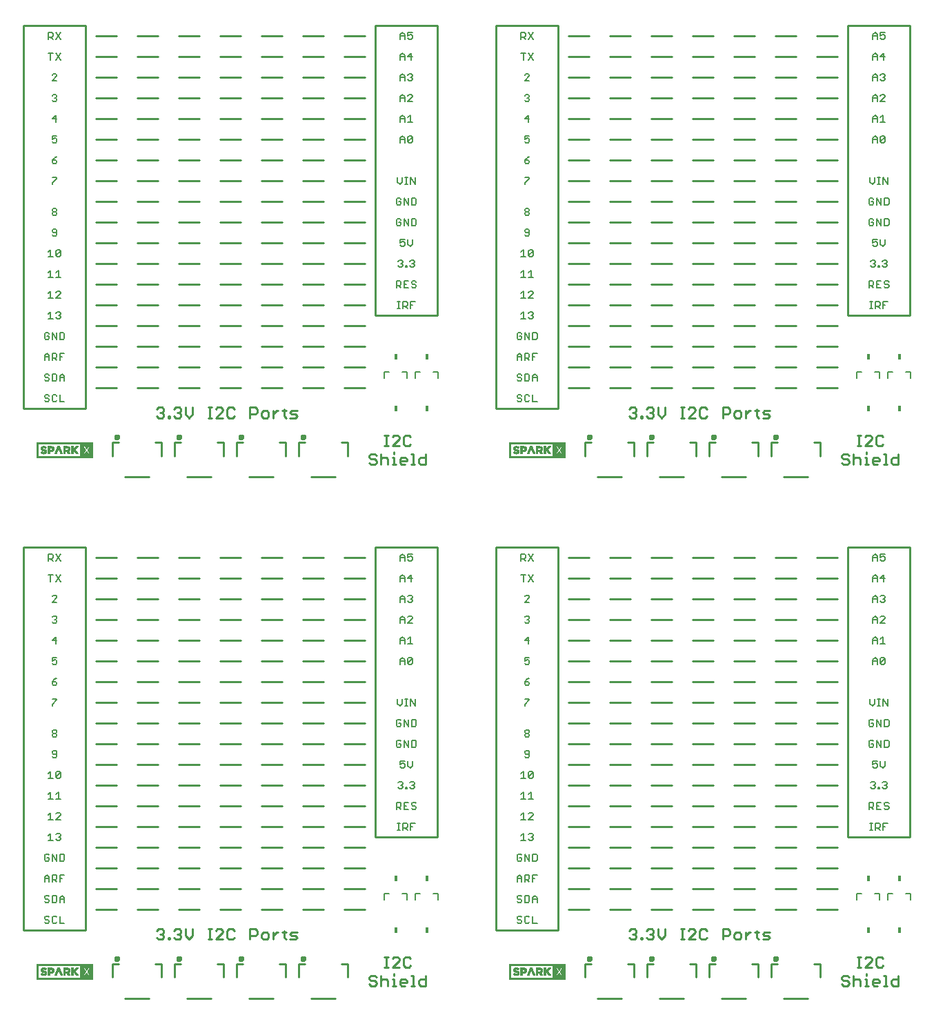
<source format=gto>
G75*
%MOIN*%
%OFA0B0*%
%FSLAX25Y25*%
%IPPOS*%
%LPD*%
%AMOC8*
5,1,8,0,0,1.08239X$1,22.5*
%
%ADD10C,0.00900*%
%ADD11C,0.00600*%
%ADD12C,0.01000*%
%ADD13C,0.00800*%
%ADD14R,0.01500X0.03000*%
%ADD15C,0.01575*%
%ADD16C,0.00039*%
D10*
X0153871Y0109000D02*
X0154721Y0108149D01*
X0156423Y0108149D01*
X0157274Y0109000D01*
X0157274Y0109851D01*
X0156423Y0110702D01*
X0155572Y0110702D01*
X0156423Y0110702D02*
X0157274Y0111552D01*
X0157274Y0112403D01*
X0156423Y0113254D01*
X0154721Y0113254D01*
X0153871Y0112403D01*
X0159395Y0109000D02*
X0160246Y0109000D01*
X0160246Y0108149D01*
X0159395Y0108149D01*
X0159395Y0109000D01*
X0162158Y0109000D02*
X0163008Y0108149D01*
X0164710Y0108149D01*
X0165561Y0109000D01*
X0165561Y0109851D01*
X0164710Y0110702D01*
X0163859Y0110702D01*
X0164710Y0110702D02*
X0165561Y0111552D01*
X0165561Y0112403D01*
X0164710Y0113254D01*
X0163008Y0113254D01*
X0162158Y0112403D01*
X0167682Y0113254D02*
X0167682Y0109851D01*
X0169384Y0108149D01*
X0171085Y0109851D01*
X0171085Y0113254D01*
X0178732Y0113254D02*
X0180433Y0113254D01*
X0179583Y0113254D02*
X0179583Y0108149D01*
X0180433Y0108149D02*
X0178732Y0108149D01*
X0182415Y0108149D02*
X0185818Y0111552D01*
X0185818Y0112403D01*
X0184967Y0113254D01*
X0183266Y0113254D01*
X0182415Y0112403D01*
X0182415Y0108149D02*
X0185818Y0108149D01*
X0187940Y0109000D02*
X0188791Y0108149D01*
X0190492Y0108149D01*
X0191343Y0109000D01*
X0191343Y0112403D02*
X0190492Y0113254D01*
X0188791Y0113254D01*
X0187940Y0112403D01*
X0187940Y0109000D01*
X0198989Y0108149D02*
X0198989Y0113254D01*
X0201541Y0113254D01*
X0202392Y0112403D01*
X0202392Y0110702D01*
X0201541Y0109851D01*
X0198989Y0109851D01*
X0204514Y0110702D02*
X0204514Y0109000D01*
X0205365Y0108149D01*
X0207066Y0108149D01*
X0207917Y0109000D01*
X0207917Y0110702D01*
X0207066Y0111552D01*
X0205365Y0111552D01*
X0204514Y0110702D01*
X0210039Y0111552D02*
X0210039Y0108149D01*
X0210039Y0109851D02*
X0211740Y0111552D01*
X0212591Y0111552D01*
X0214643Y0111552D02*
X0216344Y0111552D01*
X0215493Y0112403D02*
X0215493Y0109000D01*
X0216344Y0108149D01*
X0218326Y0108149D02*
X0220878Y0108149D01*
X0221729Y0109000D01*
X0220878Y0109851D01*
X0219176Y0109851D01*
X0218326Y0110702D01*
X0219176Y0111552D01*
X0221729Y0111552D01*
X0256628Y0089903D02*
X0256628Y0089052D01*
X0257479Y0088202D01*
X0259180Y0088202D01*
X0260031Y0087351D01*
X0260031Y0086500D01*
X0259180Y0085649D01*
X0257479Y0085649D01*
X0256628Y0086500D01*
X0256628Y0089903D02*
X0257479Y0090754D01*
X0259180Y0090754D01*
X0260031Y0089903D01*
X0262153Y0090754D02*
X0262153Y0085649D01*
X0262153Y0088202D02*
X0263003Y0089052D01*
X0264705Y0089052D01*
X0265556Y0088202D01*
X0265556Y0085649D01*
X0267677Y0085649D02*
X0269379Y0085649D01*
X0268528Y0085649D02*
X0268528Y0089052D01*
X0267677Y0089052D01*
X0268528Y0090754D02*
X0268528Y0091605D01*
X0267677Y0094649D02*
X0271080Y0098052D01*
X0271080Y0098903D01*
X0270230Y0099754D01*
X0268528Y0099754D01*
X0267677Y0098903D01*
X0265696Y0099754D02*
X0263994Y0099754D01*
X0264845Y0099754D02*
X0264845Y0094649D01*
X0263994Y0094649D02*
X0265696Y0094649D01*
X0267677Y0094649D02*
X0271080Y0094649D01*
X0273202Y0095500D02*
X0274053Y0094649D01*
X0275754Y0094649D01*
X0276605Y0095500D01*
X0273202Y0095500D02*
X0273202Y0098903D01*
X0274053Y0099754D01*
X0275754Y0099754D01*
X0276605Y0098903D01*
X0276885Y0090754D02*
X0277736Y0090754D01*
X0277736Y0085649D01*
X0276885Y0085649D02*
X0278587Y0085649D01*
X0280568Y0086500D02*
X0280568Y0088202D01*
X0281419Y0089052D01*
X0283971Y0089052D01*
X0283971Y0090754D02*
X0283971Y0085649D01*
X0281419Y0085649D01*
X0280568Y0086500D01*
X0274763Y0087351D02*
X0271361Y0087351D01*
X0271361Y0088202D02*
X0272211Y0089052D01*
X0273913Y0089052D01*
X0274763Y0088202D01*
X0274763Y0087351D01*
X0273913Y0085649D02*
X0272211Y0085649D01*
X0271361Y0086500D01*
X0271361Y0088202D01*
X0382217Y0109000D02*
X0383068Y0108149D01*
X0384769Y0108149D01*
X0385620Y0109000D01*
X0385620Y0109851D01*
X0384769Y0110702D01*
X0383919Y0110702D01*
X0384769Y0110702D02*
X0385620Y0111552D01*
X0385620Y0112403D01*
X0384769Y0113254D01*
X0383068Y0113254D01*
X0382217Y0112403D01*
X0387742Y0109000D02*
X0388593Y0109000D01*
X0388593Y0108149D01*
X0387742Y0108149D01*
X0387742Y0109000D01*
X0390504Y0109000D02*
X0391355Y0108149D01*
X0393056Y0108149D01*
X0393907Y0109000D01*
X0393907Y0109851D01*
X0393056Y0110702D01*
X0392206Y0110702D01*
X0393056Y0110702D02*
X0393907Y0111552D01*
X0393907Y0112403D01*
X0393056Y0113254D01*
X0391355Y0113254D01*
X0390504Y0112403D01*
X0396029Y0113254D02*
X0396029Y0109851D01*
X0397730Y0108149D01*
X0399432Y0109851D01*
X0399432Y0113254D01*
X0407078Y0113254D02*
X0408780Y0113254D01*
X0407929Y0113254D02*
X0407929Y0108149D01*
X0407078Y0108149D02*
X0408780Y0108149D01*
X0410762Y0108149D02*
X0414164Y0111552D01*
X0414164Y0112403D01*
X0413314Y0113254D01*
X0411612Y0113254D01*
X0410762Y0112403D01*
X0410762Y0108149D02*
X0414164Y0108149D01*
X0416286Y0109000D02*
X0417137Y0108149D01*
X0418838Y0108149D01*
X0419689Y0109000D01*
X0416286Y0109000D02*
X0416286Y0112403D01*
X0417137Y0113254D01*
X0418838Y0113254D01*
X0419689Y0112403D01*
X0427336Y0113254D02*
X0427336Y0108149D01*
X0427336Y0109851D02*
X0429888Y0109851D01*
X0430739Y0110702D01*
X0430739Y0112403D01*
X0429888Y0113254D01*
X0427336Y0113254D01*
X0432860Y0110702D02*
X0432860Y0109000D01*
X0433711Y0108149D01*
X0435413Y0108149D01*
X0436263Y0109000D01*
X0436263Y0110702D01*
X0435413Y0111552D01*
X0433711Y0111552D01*
X0432860Y0110702D01*
X0438385Y0111552D02*
X0438385Y0108149D01*
X0438385Y0109851D02*
X0440087Y0111552D01*
X0440937Y0111552D01*
X0442989Y0111552D02*
X0444690Y0111552D01*
X0443840Y0112403D02*
X0443840Y0109000D01*
X0444690Y0108149D01*
X0446672Y0108149D02*
X0449224Y0108149D01*
X0450075Y0109000D01*
X0449224Y0109851D01*
X0447523Y0109851D01*
X0446672Y0110702D01*
X0447523Y0111552D01*
X0450075Y0111552D01*
X0484974Y0089903D02*
X0484974Y0089052D01*
X0485825Y0088202D01*
X0487527Y0088202D01*
X0488377Y0087351D01*
X0488377Y0086500D01*
X0487527Y0085649D01*
X0485825Y0085649D01*
X0484974Y0086500D01*
X0484974Y0089903D02*
X0485825Y0090754D01*
X0487527Y0090754D01*
X0488377Y0089903D01*
X0490499Y0090754D02*
X0490499Y0085649D01*
X0490499Y0088202D02*
X0491350Y0089052D01*
X0493051Y0089052D01*
X0493902Y0088202D01*
X0493902Y0085649D01*
X0496024Y0085649D02*
X0497725Y0085649D01*
X0496875Y0085649D02*
X0496875Y0089052D01*
X0496024Y0089052D01*
X0496875Y0090754D02*
X0496875Y0091605D01*
X0496024Y0094649D02*
X0499427Y0098052D01*
X0499427Y0098903D01*
X0498576Y0099754D01*
X0496875Y0099754D01*
X0496024Y0098903D01*
X0494042Y0099754D02*
X0492341Y0099754D01*
X0493191Y0099754D02*
X0493191Y0094649D01*
X0492341Y0094649D02*
X0494042Y0094649D01*
X0496024Y0094649D02*
X0499427Y0094649D01*
X0501549Y0095500D02*
X0502399Y0094649D01*
X0504101Y0094649D01*
X0504952Y0095500D01*
X0504952Y0098903D02*
X0504101Y0099754D01*
X0502399Y0099754D01*
X0501549Y0098903D01*
X0501549Y0095500D01*
X0505232Y0090754D02*
X0506082Y0090754D01*
X0506082Y0085649D01*
X0505232Y0085649D02*
X0506933Y0085649D01*
X0508915Y0086500D02*
X0508915Y0088202D01*
X0509766Y0089052D01*
X0512318Y0089052D01*
X0512318Y0090754D02*
X0512318Y0085649D01*
X0509766Y0085649D01*
X0508915Y0086500D01*
X0503110Y0087351D02*
X0499707Y0087351D01*
X0499707Y0088202D02*
X0500558Y0089052D01*
X0502259Y0089052D01*
X0503110Y0088202D01*
X0503110Y0087351D01*
X0502259Y0085649D02*
X0500558Y0085649D01*
X0499707Y0086500D01*
X0499707Y0088202D01*
X0500558Y0337618D02*
X0499707Y0338469D01*
X0499707Y0340170D01*
X0500558Y0341021D01*
X0502259Y0341021D01*
X0503110Y0340170D01*
X0503110Y0339319D01*
X0499707Y0339319D01*
X0500558Y0337618D02*
X0502259Y0337618D01*
X0505232Y0337618D02*
X0506933Y0337618D01*
X0506082Y0337618D02*
X0506082Y0342722D01*
X0505232Y0342722D01*
X0504101Y0346618D02*
X0504952Y0347469D01*
X0504101Y0346618D02*
X0502399Y0346618D01*
X0501549Y0347469D01*
X0501549Y0350872D01*
X0502399Y0351722D01*
X0504101Y0351722D01*
X0504952Y0350872D01*
X0499427Y0350872D02*
X0498576Y0351722D01*
X0496875Y0351722D01*
X0496024Y0350872D01*
X0494042Y0351722D02*
X0492341Y0351722D01*
X0493191Y0351722D02*
X0493191Y0346618D01*
X0492341Y0346618D02*
X0494042Y0346618D01*
X0496024Y0346618D02*
X0499427Y0350021D01*
X0499427Y0350872D01*
X0499427Y0346618D02*
X0496024Y0346618D01*
X0496875Y0343573D02*
X0496875Y0342722D01*
X0496875Y0341021D02*
X0496875Y0337618D01*
X0497725Y0337618D02*
X0496024Y0337618D01*
X0493902Y0337618D02*
X0493902Y0340170D01*
X0493051Y0341021D01*
X0491350Y0341021D01*
X0490499Y0340170D01*
X0488377Y0339319D02*
X0488377Y0338469D01*
X0487527Y0337618D01*
X0485825Y0337618D01*
X0484974Y0338469D01*
X0485825Y0340170D02*
X0487527Y0340170D01*
X0488377Y0339319D01*
X0488377Y0341872D02*
X0487527Y0342722D01*
X0485825Y0342722D01*
X0484974Y0341872D01*
X0484974Y0341021D01*
X0485825Y0340170D01*
X0490499Y0342722D02*
X0490499Y0337618D01*
X0496024Y0341021D02*
X0496875Y0341021D01*
X0508915Y0340170D02*
X0509766Y0341021D01*
X0512318Y0341021D01*
X0512318Y0342722D02*
X0512318Y0337618D01*
X0509766Y0337618D01*
X0508915Y0338469D01*
X0508915Y0340170D01*
X0450075Y0360969D02*
X0449224Y0361819D01*
X0447523Y0361819D01*
X0446672Y0362670D01*
X0447523Y0363521D01*
X0450075Y0363521D01*
X0450075Y0360969D02*
X0449224Y0360118D01*
X0446672Y0360118D01*
X0444690Y0360118D02*
X0443840Y0360969D01*
X0443840Y0364372D01*
X0444690Y0363521D02*
X0442989Y0363521D01*
X0440937Y0363521D02*
X0440087Y0363521D01*
X0438385Y0361819D01*
X0438385Y0360118D02*
X0438385Y0363521D01*
X0436263Y0362670D02*
X0435413Y0363521D01*
X0433711Y0363521D01*
X0432860Y0362670D01*
X0432860Y0360969D01*
X0433711Y0360118D01*
X0435413Y0360118D01*
X0436263Y0360969D01*
X0436263Y0362670D01*
X0430739Y0362670D02*
X0429888Y0361819D01*
X0427336Y0361819D01*
X0427336Y0360118D02*
X0427336Y0365222D01*
X0429888Y0365222D01*
X0430739Y0364372D01*
X0430739Y0362670D01*
X0419689Y0360969D02*
X0418838Y0360118D01*
X0417137Y0360118D01*
X0416286Y0360969D01*
X0416286Y0364372D01*
X0417137Y0365222D01*
X0418838Y0365222D01*
X0419689Y0364372D01*
X0414164Y0364372D02*
X0413314Y0365222D01*
X0411612Y0365222D01*
X0410762Y0364372D01*
X0408780Y0365222D02*
X0407078Y0365222D01*
X0407929Y0365222D02*
X0407929Y0360118D01*
X0407078Y0360118D02*
X0408780Y0360118D01*
X0410762Y0360118D02*
X0414164Y0363521D01*
X0414164Y0364372D01*
X0414164Y0360118D02*
X0410762Y0360118D01*
X0399432Y0361819D02*
X0399432Y0365222D01*
X0399432Y0361819D02*
X0397730Y0360118D01*
X0396029Y0361819D01*
X0396029Y0365222D01*
X0393907Y0364372D02*
X0393907Y0363521D01*
X0393056Y0362670D01*
X0393907Y0361819D01*
X0393907Y0360969D01*
X0393056Y0360118D01*
X0391355Y0360118D01*
X0390504Y0360969D01*
X0388593Y0360969D02*
X0388593Y0360118D01*
X0387742Y0360118D01*
X0387742Y0360969D01*
X0388593Y0360969D01*
X0385620Y0360969D02*
X0384769Y0360118D01*
X0383068Y0360118D01*
X0382217Y0360969D01*
X0383919Y0362670D02*
X0384769Y0362670D01*
X0385620Y0361819D01*
X0385620Y0360969D01*
X0384769Y0362670D02*
X0385620Y0363521D01*
X0385620Y0364372D01*
X0384769Y0365222D01*
X0383068Y0365222D01*
X0382217Y0364372D01*
X0390504Y0364372D02*
X0391355Y0365222D01*
X0393056Y0365222D01*
X0393907Y0364372D01*
X0393056Y0362670D02*
X0392206Y0362670D01*
X0283971Y0342722D02*
X0283971Y0337618D01*
X0281419Y0337618D01*
X0280568Y0338469D01*
X0280568Y0340170D01*
X0281419Y0341021D01*
X0283971Y0341021D01*
X0278587Y0337618D02*
X0276885Y0337618D01*
X0277736Y0337618D02*
X0277736Y0342722D01*
X0276885Y0342722D01*
X0274763Y0340170D02*
X0274763Y0339319D01*
X0271361Y0339319D01*
X0271361Y0338469D02*
X0271361Y0340170D01*
X0272211Y0341021D01*
X0273913Y0341021D01*
X0274763Y0340170D01*
X0273913Y0337618D02*
X0272211Y0337618D01*
X0271361Y0338469D01*
X0269379Y0337618D02*
X0267677Y0337618D01*
X0268528Y0337618D02*
X0268528Y0341021D01*
X0267677Y0341021D01*
X0268528Y0342722D02*
X0268528Y0343573D01*
X0267677Y0346618D02*
X0271080Y0350021D01*
X0271080Y0350872D01*
X0270230Y0351722D01*
X0268528Y0351722D01*
X0267677Y0350872D01*
X0265696Y0351722D02*
X0263994Y0351722D01*
X0264845Y0351722D02*
X0264845Y0346618D01*
X0263994Y0346618D02*
X0265696Y0346618D01*
X0267677Y0346618D02*
X0271080Y0346618D01*
X0273202Y0347469D02*
X0274053Y0346618D01*
X0275754Y0346618D01*
X0276605Y0347469D01*
X0276605Y0350872D02*
X0275754Y0351722D01*
X0274053Y0351722D01*
X0273202Y0350872D01*
X0273202Y0347469D01*
X0265556Y0340170D02*
X0264705Y0341021D01*
X0263003Y0341021D01*
X0262153Y0340170D01*
X0260031Y0339319D02*
X0260031Y0338469D01*
X0259180Y0337618D01*
X0257479Y0337618D01*
X0256628Y0338469D01*
X0257479Y0340170D02*
X0256628Y0341021D01*
X0256628Y0341872D01*
X0257479Y0342722D01*
X0259180Y0342722D01*
X0260031Y0341872D01*
X0259180Y0340170D02*
X0260031Y0339319D01*
X0259180Y0340170D02*
X0257479Y0340170D01*
X0262153Y0342722D02*
X0262153Y0337618D01*
X0265556Y0337618D02*
X0265556Y0340170D01*
X0221729Y0360969D02*
X0220878Y0361819D01*
X0219176Y0361819D01*
X0218326Y0362670D01*
X0219176Y0363521D01*
X0221729Y0363521D01*
X0221729Y0360969D02*
X0220878Y0360118D01*
X0218326Y0360118D01*
X0216344Y0360118D02*
X0215493Y0360969D01*
X0215493Y0364372D01*
X0214643Y0363521D02*
X0216344Y0363521D01*
X0212591Y0363521D02*
X0211740Y0363521D01*
X0210039Y0361819D01*
X0210039Y0360118D02*
X0210039Y0363521D01*
X0207917Y0362670D02*
X0207066Y0363521D01*
X0205365Y0363521D01*
X0204514Y0362670D01*
X0204514Y0360969D01*
X0205365Y0360118D01*
X0207066Y0360118D01*
X0207917Y0360969D01*
X0207917Y0362670D01*
X0202392Y0362670D02*
X0201541Y0361819D01*
X0198989Y0361819D01*
X0198989Y0360118D02*
X0198989Y0365222D01*
X0201541Y0365222D01*
X0202392Y0364372D01*
X0202392Y0362670D01*
X0191343Y0360969D02*
X0190492Y0360118D01*
X0188791Y0360118D01*
X0187940Y0360969D01*
X0187940Y0364372D01*
X0188791Y0365222D01*
X0190492Y0365222D01*
X0191343Y0364372D01*
X0185818Y0364372D02*
X0184967Y0365222D01*
X0183266Y0365222D01*
X0182415Y0364372D01*
X0180433Y0365222D02*
X0178732Y0365222D01*
X0179583Y0365222D02*
X0179583Y0360118D01*
X0180433Y0360118D02*
X0178732Y0360118D01*
X0182415Y0360118D02*
X0185818Y0363521D01*
X0185818Y0364372D01*
X0185818Y0360118D02*
X0182415Y0360118D01*
X0171085Y0361819D02*
X0171085Y0365222D01*
X0167682Y0365222D02*
X0167682Y0361819D01*
X0169384Y0360118D01*
X0171085Y0361819D01*
X0165561Y0361819D02*
X0165561Y0360969D01*
X0164710Y0360118D01*
X0163008Y0360118D01*
X0162158Y0360969D01*
X0160246Y0360969D02*
X0160246Y0360118D01*
X0159395Y0360118D01*
X0159395Y0360969D01*
X0160246Y0360969D01*
X0157274Y0360969D02*
X0156423Y0360118D01*
X0154721Y0360118D01*
X0153871Y0360969D01*
X0155572Y0362670D02*
X0156423Y0362670D01*
X0157274Y0361819D01*
X0157274Y0360969D01*
X0156423Y0362670D02*
X0157274Y0363521D01*
X0157274Y0364372D01*
X0156423Y0365222D01*
X0154721Y0365222D01*
X0153871Y0364372D01*
X0162158Y0364372D02*
X0163008Y0365222D01*
X0164710Y0365222D01*
X0165561Y0364372D01*
X0165561Y0363521D01*
X0164710Y0362670D01*
X0165561Y0361819D01*
X0164710Y0362670D02*
X0163859Y0362670D01*
D11*
X0109321Y0367968D02*
X0107052Y0367968D01*
X0107052Y0371371D01*
X0105638Y0370804D02*
X0105070Y0371371D01*
X0103936Y0371371D01*
X0103369Y0370804D01*
X0103369Y0368535D01*
X0103936Y0367968D01*
X0105070Y0367968D01*
X0105638Y0368535D01*
X0101954Y0368535D02*
X0101387Y0367968D01*
X0100253Y0367968D01*
X0099686Y0368535D01*
X0100253Y0369669D02*
X0101387Y0369669D01*
X0101954Y0369102D01*
X0101954Y0368535D01*
X0100253Y0369669D02*
X0099686Y0370237D01*
X0099686Y0370804D01*
X0100253Y0371371D01*
X0101387Y0371371D01*
X0101954Y0370804D01*
X0101387Y0377968D02*
X0100253Y0377968D01*
X0099686Y0378535D01*
X0100253Y0379669D02*
X0101387Y0379669D01*
X0101954Y0379102D01*
X0101954Y0378535D01*
X0101387Y0377968D01*
X0103369Y0377968D02*
X0103369Y0381371D01*
X0105070Y0381371D01*
X0105638Y0380804D01*
X0105638Y0378535D01*
X0105070Y0377968D01*
X0103369Y0377968D01*
X0101954Y0380804D02*
X0101387Y0381371D01*
X0100253Y0381371D01*
X0099686Y0380804D01*
X0099686Y0380237D01*
X0100253Y0379669D01*
X0107052Y0379669D02*
X0109321Y0379669D01*
X0109321Y0380237D02*
X0109321Y0377968D01*
X0109321Y0380237D02*
X0108186Y0381371D01*
X0107052Y0380237D01*
X0107052Y0377968D01*
X0107052Y0387968D02*
X0107052Y0391371D01*
X0109321Y0391371D01*
X0108186Y0389669D02*
X0107052Y0389669D01*
X0105638Y0389669D02*
X0105070Y0389102D01*
X0103369Y0389102D01*
X0103369Y0387968D02*
X0103369Y0391371D01*
X0105070Y0391371D01*
X0105638Y0390804D01*
X0105638Y0389669D01*
X0104503Y0389102D02*
X0105638Y0387968D01*
X0101954Y0387968D02*
X0101954Y0390237D01*
X0100820Y0391371D01*
X0099686Y0390237D01*
X0099686Y0387968D01*
X0099686Y0389669D02*
X0101954Y0389669D01*
X0101387Y0397968D02*
X0101954Y0398535D01*
X0101954Y0399669D01*
X0100820Y0399669D01*
X0099686Y0398535D02*
X0100253Y0397968D01*
X0101387Y0397968D01*
X0099686Y0398535D02*
X0099686Y0400804D01*
X0100253Y0401371D01*
X0101387Y0401371D01*
X0101954Y0400804D01*
X0103369Y0401371D02*
X0105638Y0397968D01*
X0105638Y0401371D01*
X0107052Y0401371D02*
X0108754Y0401371D01*
X0109321Y0400804D01*
X0109321Y0398535D01*
X0108754Y0397968D01*
X0107052Y0397968D01*
X0107052Y0401371D01*
X0103369Y0401371D02*
X0103369Y0397968D01*
X0103796Y0407968D02*
X0101527Y0407968D01*
X0102662Y0407968D02*
X0102662Y0411371D01*
X0101527Y0410237D01*
X0105211Y0410804D02*
X0105778Y0411371D01*
X0106912Y0411371D01*
X0107479Y0410804D01*
X0107479Y0410237D01*
X0106912Y0409669D01*
X0107479Y0409102D01*
X0107479Y0408535D01*
X0106912Y0407968D01*
X0105778Y0407968D01*
X0105211Y0408535D01*
X0106345Y0409669D02*
X0106912Y0409669D01*
X0107479Y0417968D02*
X0105211Y0417968D01*
X0107479Y0420237D01*
X0107479Y0420804D01*
X0106912Y0421371D01*
X0105778Y0421371D01*
X0105211Y0420804D01*
X0102662Y0421371D02*
X0102662Y0417968D01*
X0103796Y0417968D02*
X0101527Y0417968D01*
X0101527Y0420237D02*
X0102662Y0421371D01*
X0102662Y0427968D02*
X0102662Y0431371D01*
X0101527Y0430237D01*
X0101527Y0427968D02*
X0103796Y0427968D01*
X0105211Y0427968D02*
X0107479Y0427968D01*
X0106345Y0427968D02*
X0106345Y0431371D01*
X0105211Y0430237D01*
X0105778Y0437968D02*
X0105211Y0438535D01*
X0107479Y0440804D01*
X0107479Y0438535D01*
X0106912Y0437968D01*
X0105778Y0437968D01*
X0105211Y0438535D02*
X0105211Y0440804D01*
X0105778Y0441371D01*
X0106912Y0441371D01*
X0107479Y0440804D01*
X0103796Y0437968D02*
X0101527Y0437968D01*
X0102662Y0437968D02*
X0102662Y0441371D01*
X0101527Y0440237D01*
X0103936Y0447968D02*
X0105070Y0447968D01*
X0105638Y0448535D01*
X0105638Y0450804D01*
X0105070Y0451371D01*
X0103936Y0451371D01*
X0103369Y0450804D01*
X0103369Y0450237D01*
X0103936Y0449669D01*
X0105638Y0449669D01*
X0103936Y0447968D02*
X0103369Y0448535D01*
X0103936Y0457968D02*
X0103369Y0458535D01*
X0103369Y0459102D01*
X0103936Y0459669D01*
X0105070Y0459669D01*
X0105638Y0459102D01*
X0105638Y0458535D01*
X0105070Y0457968D01*
X0103936Y0457968D01*
X0103936Y0459669D02*
X0103369Y0460237D01*
X0103369Y0460804D01*
X0103936Y0461371D01*
X0105070Y0461371D01*
X0105638Y0460804D01*
X0105638Y0460237D01*
X0105070Y0459669D01*
X0103369Y0472968D02*
X0103369Y0473535D01*
X0105638Y0475804D01*
X0105638Y0476371D01*
X0103369Y0476371D01*
X0103936Y0482968D02*
X0105070Y0482968D01*
X0105638Y0483535D01*
X0105638Y0484102D01*
X0105070Y0484669D01*
X0103369Y0484669D01*
X0103369Y0483535D01*
X0103936Y0482968D01*
X0103369Y0484669D02*
X0104503Y0485804D01*
X0105638Y0486371D01*
X0105070Y0492968D02*
X0103936Y0492968D01*
X0103369Y0493535D01*
X0103369Y0494669D02*
X0104503Y0495237D01*
X0105070Y0495237D01*
X0105638Y0494669D01*
X0105638Y0493535D01*
X0105070Y0492968D01*
X0103369Y0494669D02*
X0103369Y0496371D01*
X0105638Y0496371D01*
X0105070Y0502968D02*
X0105070Y0506371D01*
X0103369Y0504669D01*
X0105638Y0504669D01*
X0105070Y0512968D02*
X0103936Y0512968D01*
X0103369Y0513535D01*
X0104503Y0514669D02*
X0105070Y0514669D01*
X0105638Y0514102D01*
X0105638Y0513535D01*
X0105070Y0512968D01*
X0105070Y0514669D02*
X0105638Y0515237D01*
X0105638Y0515804D01*
X0105070Y0516371D01*
X0103936Y0516371D01*
X0103369Y0515804D01*
X0103369Y0522968D02*
X0105638Y0525237D01*
X0105638Y0525804D01*
X0105070Y0526371D01*
X0103936Y0526371D01*
X0103369Y0525804D01*
X0103369Y0522968D02*
X0105638Y0522968D01*
X0105211Y0532968D02*
X0107479Y0536371D01*
X0105211Y0536371D02*
X0107479Y0532968D01*
X0102662Y0532968D02*
X0102662Y0536371D01*
X0103796Y0536371D02*
X0101527Y0536371D01*
X0101527Y0542968D02*
X0101527Y0546371D01*
X0103229Y0546371D01*
X0103796Y0545804D01*
X0103796Y0544669D01*
X0103229Y0544102D01*
X0101527Y0544102D01*
X0102662Y0544102D02*
X0103796Y0542968D01*
X0105211Y0542968D02*
X0107479Y0546371D01*
X0105211Y0546371D02*
X0107479Y0542968D01*
X0271527Y0542968D02*
X0271527Y0545237D01*
X0272662Y0546371D01*
X0273796Y0545237D01*
X0273796Y0542968D01*
X0275211Y0543535D02*
X0275778Y0542968D01*
X0276912Y0542968D01*
X0277479Y0543535D01*
X0277479Y0544669D01*
X0276912Y0545237D01*
X0276345Y0545237D01*
X0275211Y0544669D01*
X0275211Y0546371D01*
X0277479Y0546371D01*
X0273796Y0544669D02*
X0271527Y0544669D01*
X0272662Y0536371D02*
X0273796Y0535237D01*
X0273796Y0532968D01*
X0273796Y0534669D02*
X0271527Y0534669D01*
X0271527Y0535237D02*
X0272662Y0536371D01*
X0271527Y0535237D02*
X0271527Y0532968D01*
X0275211Y0534669D02*
X0277479Y0534669D01*
X0276912Y0532968D02*
X0276912Y0536371D01*
X0275211Y0534669D01*
X0275778Y0526371D02*
X0276912Y0526371D01*
X0277479Y0525804D01*
X0277479Y0525237D01*
X0276912Y0524669D01*
X0277479Y0524102D01*
X0277479Y0523535D01*
X0276912Y0522968D01*
X0275778Y0522968D01*
X0275211Y0523535D01*
X0273796Y0522968D02*
X0273796Y0525237D01*
X0272662Y0526371D01*
X0271527Y0525237D01*
X0271527Y0522968D01*
X0271527Y0524669D02*
X0273796Y0524669D01*
X0275211Y0525804D02*
X0275778Y0526371D01*
X0276345Y0524669D02*
X0276912Y0524669D01*
X0276912Y0516371D02*
X0275778Y0516371D01*
X0275211Y0515804D01*
X0273796Y0515237D02*
X0273796Y0512968D01*
X0275211Y0512968D02*
X0277479Y0515237D01*
X0277479Y0515804D01*
X0276912Y0516371D01*
X0273796Y0515237D02*
X0272662Y0516371D01*
X0271527Y0515237D01*
X0271527Y0512968D01*
X0271527Y0514669D02*
X0273796Y0514669D01*
X0275211Y0512968D02*
X0277479Y0512968D01*
X0276345Y0506371D02*
X0276345Y0502968D01*
X0275211Y0502968D02*
X0277479Y0502968D01*
X0275211Y0505237D02*
X0276345Y0506371D01*
X0273796Y0505237D02*
X0273796Y0502968D01*
X0273796Y0504669D02*
X0271527Y0504669D01*
X0271527Y0505237D02*
X0272662Y0506371D01*
X0273796Y0505237D01*
X0271527Y0505237D02*
X0271527Y0502968D01*
X0272662Y0496371D02*
X0273796Y0495237D01*
X0273796Y0492968D01*
X0275211Y0493535D02*
X0277479Y0495804D01*
X0277479Y0493535D01*
X0276912Y0492968D01*
X0275778Y0492968D01*
X0275211Y0493535D01*
X0275211Y0495804D01*
X0275778Y0496371D01*
X0276912Y0496371D01*
X0277479Y0495804D01*
X0273796Y0494669D02*
X0271527Y0494669D01*
X0271527Y0495237D02*
X0272662Y0496371D01*
X0271527Y0495237D02*
X0271527Y0492968D01*
X0272568Y0476371D02*
X0272568Y0474102D01*
X0271434Y0472968D01*
X0270300Y0474102D01*
X0270300Y0476371D01*
X0273983Y0476371D02*
X0275117Y0476371D01*
X0274550Y0476371D02*
X0274550Y0472968D01*
X0273983Y0472968D02*
X0275117Y0472968D01*
X0276438Y0472968D02*
X0276438Y0476371D01*
X0278707Y0472968D01*
X0278707Y0476371D01*
X0278754Y0466371D02*
X0277052Y0466371D01*
X0277052Y0462968D01*
X0278754Y0462968D01*
X0279321Y0463535D01*
X0279321Y0465804D01*
X0278754Y0466371D01*
X0275638Y0466371D02*
X0275638Y0462968D01*
X0273369Y0466371D01*
X0273369Y0462968D01*
X0271954Y0463535D02*
X0271954Y0464669D01*
X0270820Y0464669D01*
X0269686Y0463535D02*
X0270253Y0462968D01*
X0271387Y0462968D01*
X0271954Y0463535D01*
X0269686Y0463535D02*
X0269686Y0465804D01*
X0270253Y0466371D01*
X0271387Y0466371D01*
X0271954Y0465804D01*
X0271387Y0456371D02*
X0270253Y0456371D01*
X0269686Y0455804D01*
X0269686Y0453535D01*
X0270253Y0452968D01*
X0271387Y0452968D01*
X0271954Y0453535D01*
X0271954Y0454669D01*
X0270820Y0454669D01*
X0271954Y0455804D02*
X0271387Y0456371D01*
X0273369Y0456371D02*
X0275638Y0452968D01*
X0275638Y0456371D01*
X0277052Y0456371D02*
X0278754Y0456371D01*
X0279321Y0455804D01*
X0279321Y0453535D01*
X0278754Y0452968D01*
X0277052Y0452968D01*
X0277052Y0456371D01*
X0273369Y0456371D02*
X0273369Y0452968D01*
X0273796Y0446371D02*
X0271527Y0446371D01*
X0271527Y0444669D01*
X0272662Y0445237D01*
X0273229Y0445237D01*
X0273796Y0444669D01*
X0273796Y0443535D01*
X0273229Y0442968D01*
X0272095Y0442968D01*
X0271527Y0443535D01*
X0275211Y0444102D02*
X0276345Y0442968D01*
X0277479Y0444102D01*
X0277479Y0446371D01*
X0275211Y0446371D02*
X0275211Y0444102D01*
X0276699Y0436371D02*
X0277833Y0436371D01*
X0278400Y0435804D01*
X0278400Y0435237D01*
X0277833Y0434669D01*
X0278400Y0434102D01*
X0278400Y0433535D01*
X0277833Y0432968D01*
X0276699Y0432968D01*
X0276131Y0433535D01*
X0274857Y0433535D02*
X0274857Y0432968D01*
X0274290Y0432968D01*
X0274290Y0433535D01*
X0274857Y0433535D01*
X0272875Y0433535D02*
X0272308Y0432968D01*
X0271174Y0432968D01*
X0270607Y0433535D01*
X0271741Y0434669D02*
X0272308Y0434669D01*
X0272875Y0434102D01*
X0272875Y0433535D01*
X0272308Y0434669D02*
X0272875Y0435237D01*
X0272875Y0435804D01*
X0272308Y0436371D01*
X0271174Y0436371D01*
X0270607Y0435804D01*
X0276131Y0435804D02*
X0276699Y0436371D01*
X0277266Y0434669D02*
X0277833Y0434669D01*
X0277619Y0426371D02*
X0277052Y0425804D01*
X0277052Y0425237D01*
X0277619Y0424669D01*
X0278754Y0424669D01*
X0279321Y0424102D01*
X0279321Y0423535D01*
X0278754Y0422968D01*
X0277619Y0422968D01*
X0277052Y0423535D01*
X0275638Y0422968D02*
X0273369Y0422968D01*
X0273369Y0426371D01*
X0275638Y0426371D01*
X0277619Y0426371D02*
X0278754Y0426371D01*
X0279321Y0425804D01*
X0274503Y0424669D02*
X0273369Y0424669D01*
X0271954Y0424669D02*
X0271387Y0424102D01*
X0269686Y0424102D01*
X0269686Y0422968D02*
X0269686Y0426371D01*
X0271387Y0426371D01*
X0271954Y0425804D01*
X0271954Y0424669D01*
X0270820Y0424102D02*
X0271954Y0422968D01*
X0271434Y0416371D02*
X0270300Y0416371D01*
X0270867Y0416371D02*
X0270867Y0412968D01*
X0270300Y0412968D02*
X0271434Y0412968D01*
X0272755Y0412968D02*
X0272755Y0416371D01*
X0274457Y0416371D01*
X0275024Y0415804D01*
X0275024Y0414669D01*
X0274457Y0414102D01*
X0272755Y0414102D01*
X0273889Y0414102D02*
X0275024Y0412968D01*
X0276438Y0412968D02*
X0276438Y0416371D01*
X0278707Y0416371D01*
X0277573Y0414669D02*
X0276438Y0414669D01*
X0328032Y0400804D02*
X0328032Y0398535D01*
X0328599Y0397968D01*
X0329734Y0397968D01*
X0330301Y0398535D01*
X0330301Y0399669D01*
X0329167Y0399669D01*
X0330301Y0400804D02*
X0329734Y0401371D01*
X0328599Y0401371D01*
X0328032Y0400804D01*
X0331715Y0401371D02*
X0333984Y0397968D01*
X0333984Y0401371D01*
X0335399Y0401371D02*
X0337100Y0401371D01*
X0337667Y0400804D01*
X0337667Y0398535D01*
X0337100Y0397968D01*
X0335399Y0397968D01*
X0335399Y0401371D01*
X0331715Y0401371D02*
X0331715Y0397968D01*
X0331715Y0391371D02*
X0333417Y0391371D01*
X0333984Y0390804D01*
X0333984Y0389669D01*
X0333417Y0389102D01*
X0331715Y0389102D01*
X0331715Y0387968D02*
X0331715Y0391371D01*
X0330301Y0390237D02*
X0329167Y0391371D01*
X0328032Y0390237D01*
X0328032Y0387968D01*
X0328032Y0389669D02*
X0330301Y0389669D01*
X0330301Y0390237D02*
X0330301Y0387968D01*
X0332850Y0389102D02*
X0333984Y0387968D01*
X0335399Y0387968D02*
X0335399Y0391371D01*
X0337667Y0391371D01*
X0336533Y0389669D02*
X0335399Y0389669D01*
X0336533Y0381371D02*
X0337667Y0380237D01*
X0337667Y0377968D01*
X0337667Y0379669D02*
X0335399Y0379669D01*
X0335399Y0380237D02*
X0336533Y0381371D01*
X0335399Y0380237D02*
X0335399Y0377968D01*
X0333984Y0378535D02*
X0333984Y0380804D01*
X0333417Y0381371D01*
X0331715Y0381371D01*
X0331715Y0377968D01*
X0333417Y0377968D01*
X0333984Y0378535D01*
X0330301Y0378535D02*
X0329734Y0377968D01*
X0328599Y0377968D01*
X0328032Y0378535D01*
X0328599Y0379669D02*
X0329734Y0379669D01*
X0330301Y0379102D01*
X0330301Y0378535D01*
X0328599Y0379669D02*
X0328032Y0380237D01*
X0328032Y0380804D01*
X0328599Y0381371D01*
X0329734Y0381371D01*
X0330301Y0380804D01*
X0329734Y0371371D02*
X0328599Y0371371D01*
X0328032Y0370804D01*
X0328032Y0370237D01*
X0328599Y0369669D01*
X0329734Y0369669D01*
X0330301Y0369102D01*
X0330301Y0368535D01*
X0329734Y0367968D01*
X0328599Y0367968D01*
X0328032Y0368535D01*
X0330301Y0370804D02*
X0329734Y0371371D01*
X0331715Y0370804D02*
X0331715Y0368535D01*
X0332283Y0367968D01*
X0333417Y0367968D01*
X0333984Y0368535D01*
X0335399Y0367968D02*
X0337667Y0367968D01*
X0335399Y0367968D02*
X0335399Y0371371D01*
X0333984Y0370804D02*
X0333417Y0371371D01*
X0332283Y0371371D01*
X0331715Y0370804D01*
X0332143Y0407968D02*
X0329874Y0407968D01*
X0331008Y0407968D02*
X0331008Y0411371D01*
X0329874Y0410237D01*
X0333557Y0410804D02*
X0334124Y0411371D01*
X0335259Y0411371D01*
X0335826Y0410804D01*
X0335826Y0410237D01*
X0335259Y0409669D01*
X0335826Y0409102D01*
X0335826Y0408535D01*
X0335259Y0407968D01*
X0334124Y0407968D01*
X0333557Y0408535D01*
X0334691Y0409669D02*
X0335259Y0409669D01*
X0335826Y0417968D02*
X0333557Y0417968D01*
X0335826Y0420237D01*
X0335826Y0420804D01*
X0335259Y0421371D01*
X0334124Y0421371D01*
X0333557Y0420804D01*
X0331008Y0421371D02*
X0331008Y0417968D01*
X0329874Y0417968D02*
X0332143Y0417968D01*
X0329874Y0420237D02*
X0331008Y0421371D01*
X0331008Y0427968D02*
X0331008Y0431371D01*
X0329874Y0430237D01*
X0329874Y0427968D02*
X0332143Y0427968D01*
X0333557Y0427968D02*
X0335826Y0427968D01*
X0334691Y0427968D02*
X0334691Y0431371D01*
X0333557Y0430237D01*
X0334124Y0437968D02*
X0333557Y0438535D01*
X0335826Y0440804D01*
X0335826Y0438535D01*
X0335259Y0437968D01*
X0334124Y0437968D01*
X0333557Y0438535D02*
X0333557Y0440804D01*
X0334124Y0441371D01*
X0335259Y0441371D01*
X0335826Y0440804D01*
X0332143Y0437968D02*
X0329874Y0437968D01*
X0331008Y0437968D02*
X0331008Y0441371D01*
X0329874Y0440237D01*
X0332283Y0447968D02*
X0333417Y0447968D01*
X0333984Y0448535D01*
X0333984Y0450804D01*
X0333417Y0451371D01*
X0332283Y0451371D01*
X0331715Y0450804D01*
X0331715Y0450237D01*
X0332283Y0449669D01*
X0333984Y0449669D01*
X0332283Y0447968D02*
X0331715Y0448535D01*
X0332283Y0457968D02*
X0331715Y0458535D01*
X0331715Y0459102D01*
X0332283Y0459669D01*
X0333417Y0459669D01*
X0333984Y0459102D01*
X0333984Y0458535D01*
X0333417Y0457968D01*
X0332283Y0457968D01*
X0332283Y0459669D02*
X0331715Y0460237D01*
X0331715Y0460804D01*
X0332283Y0461371D01*
X0333417Y0461371D01*
X0333984Y0460804D01*
X0333984Y0460237D01*
X0333417Y0459669D01*
X0331715Y0472968D02*
X0331715Y0473535D01*
X0333984Y0475804D01*
X0333984Y0476371D01*
X0331715Y0476371D01*
X0332283Y0482968D02*
X0333417Y0482968D01*
X0333984Y0483535D01*
X0333984Y0484102D01*
X0333417Y0484669D01*
X0331715Y0484669D01*
X0331715Y0483535D01*
X0332283Y0482968D01*
X0331715Y0484669D02*
X0332850Y0485804D01*
X0333984Y0486371D01*
X0333417Y0492968D02*
X0332283Y0492968D01*
X0331715Y0493535D01*
X0331715Y0494669D02*
X0332850Y0495237D01*
X0333417Y0495237D01*
X0333984Y0494669D01*
X0333984Y0493535D01*
X0333417Y0492968D01*
X0331715Y0494669D02*
X0331715Y0496371D01*
X0333984Y0496371D01*
X0333417Y0502968D02*
X0333417Y0506371D01*
X0331715Y0504669D01*
X0333984Y0504669D01*
X0333417Y0512968D02*
X0332283Y0512968D01*
X0331715Y0513535D01*
X0332850Y0514669D02*
X0333417Y0514669D01*
X0333984Y0514102D01*
X0333984Y0513535D01*
X0333417Y0512968D01*
X0333417Y0514669D02*
X0333984Y0515237D01*
X0333984Y0515804D01*
X0333417Y0516371D01*
X0332283Y0516371D01*
X0331715Y0515804D01*
X0331715Y0522968D02*
X0333984Y0525237D01*
X0333984Y0525804D01*
X0333417Y0526371D01*
X0332283Y0526371D01*
X0331715Y0525804D01*
X0331715Y0522968D02*
X0333984Y0522968D01*
X0333557Y0532968D02*
X0335826Y0536371D01*
X0333557Y0536371D02*
X0335826Y0532968D01*
X0331008Y0532968D02*
X0331008Y0536371D01*
X0329874Y0536371D02*
X0332143Y0536371D01*
X0332143Y0542968D02*
X0331008Y0544102D01*
X0331575Y0544102D02*
X0329874Y0544102D01*
X0329874Y0542968D02*
X0329874Y0546371D01*
X0331575Y0546371D01*
X0332143Y0545804D01*
X0332143Y0544669D01*
X0331575Y0544102D01*
X0333557Y0542968D02*
X0335826Y0546371D01*
X0333557Y0546371D02*
X0335826Y0542968D01*
X0499874Y0542968D02*
X0499874Y0545237D01*
X0501008Y0546371D01*
X0502143Y0545237D01*
X0502143Y0542968D01*
X0503557Y0543535D02*
X0504124Y0542968D01*
X0505259Y0542968D01*
X0505826Y0543535D01*
X0505826Y0544669D01*
X0505259Y0545237D01*
X0504691Y0545237D01*
X0503557Y0544669D01*
X0503557Y0546371D01*
X0505826Y0546371D01*
X0502143Y0544669D02*
X0499874Y0544669D01*
X0501008Y0536371D02*
X0502143Y0535237D01*
X0502143Y0532968D01*
X0502143Y0534669D02*
X0499874Y0534669D01*
X0499874Y0535237D02*
X0501008Y0536371D01*
X0499874Y0535237D02*
X0499874Y0532968D01*
X0503557Y0534669D02*
X0505826Y0534669D01*
X0505259Y0532968D02*
X0505259Y0536371D01*
X0503557Y0534669D01*
X0504124Y0526371D02*
X0505259Y0526371D01*
X0505826Y0525804D01*
X0505826Y0525237D01*
X0505259Y0524669D01*
X0505826Y0524102D01*
X0505826Y0523535D01*
X0505259Y0522968D01*
X0504124Y0522968D01*
X0503557Y0523535D01*
X0502143Y0522968D02*
X0502143Y0525237D01*
X0501008Y0526371D01*
X0499874Y0525237D01*
X0499874Y0522968D01*
X0499874Y0524669D02*
X0502143Y0524669D01*
X0503557Y0525804D02*
X0504124Y0526371D01*
X0504691Y0524669D02*
X0505259Y0524669D01*
X0505259Y0516371D02*
X0504124Y0516371D01*
X0503557Y0515804D01*
X0502143Y0515237D02*
X0502143Y0512968D01*
X0503557Y0512968D02*
X0505826Y0515237D01*
X0505826Y0515804D01*
X0505259Y0516371D01*
X0502143Y0515237D02*
X0501008Y0516371D01*
X0499874Y0515237D01*
X0499874Y0512968D01*
X0499874Y0514669D02*
X0502143Y0514669D01*
X0503557Y0512968D02*
X0505826Y0512968D01*
X0504691Y0506371D02*
X0504691Y0502968D01*
X0503557Y0502968D02*
X0505826Y0502968D01*
X0503557Y0505237D02*
X0504691Y0506371D01*
X0502143Y0505237D02*
X0502143Y0502968D01*
X0502143Y0504669D02*
X0499874Y0504669D01*
X0499874Y0505237D02*
X0501008Y0506371D01*
X0502143Y0505237D01*
X0499874Y0505237D02*
X0499874Y0502968D01*
X0501008Y0496371D02*
X0502143Y0495237D01*
X0502143Y0492968D01*
X0503557Y0493535D02*
X0505826Y0495804D01*
X0505826Y0493535D01*
X0505259Y0492968D01*
X0504124Y0492968D01*
X0503557Y0493535D01*
X0503557Y0495804D01*
X0504124Y0496371D01*
X0505259Y0496371D01*
X0505826Y0495804D01*
X0502143Y0494669D02*
X0499874Y0494669D01*
X0499874Y0495237D02*
X0501008Y0496371D01*
X0499874Y0495237D02*
X0499874Y0492968D01*
X0500915Y0476371D02*
X0500915Y0474102D01*
X0499780Y0472968D01*
X0498646Y0474102D01*
X0498646Y0476371D01*
X0502329Y0476371D02*
X0503464Y0476371D01*
X0502896Y0476371D02*
X0502896Y0472968D01*
X0502329Y0472968D02*
X0503464Y0472968D01*
X0504785Y0472968D02*
X0504785Y0476371D01*
X0507053Y0472968D01*
X0507053Y0476371D01*
X0507100Y0466371D02*
X0505399Y0466371D01*
X0505399Y0462968D01*
X0507100Y0462968D01*
X0507667Y0463535D01*
X0507667Y0465804D01*
X0507100Y0466371D01*
X0503984Y0466371D02*
X0503984Y0462968D01*
X0501715Y0466371D01*
X0501715Y0462968D01*
X0500301Y0463535D02*
X0500301Y0464669D01*
X0499167Y0464669D01*
X0500301Y0463535D02*
X0499734Y0462968D01*
X0498599Y0462968D01*
X0498032Y0463535D01*
X0498032Y0465804D01*
X0498599Y0466371D01*
X0499734Y0466371D01*
X0500301Y0465804D01*
X0499734Y0456371D02*
X0498599Y0456371D01*
X0498032Y0455804D01*
X0498032Y0453535D01*
X0498599Y0452968D01*
X0499734Y0452968D01*
X0500301Y0453535D01*
X0500301Y0454669D01*
X0499167Y0454669D01*
X0500301Y0455804D02*
X0499734Y0456371D01*
X0501715Y0456371D02*
X0503984Y0452968D01*
X0503984Y0456371D01*
X0505399Y0456371D02*
X0507100Y0456371D01*
X0507667Y0455804D01*
X0507667Y0453535D01*
X0507100Y0452968D01*
X0505399Y0452968D01*
X0505399Y0456371D01*
X0501715Y0456371D02*
X0501715Y0452968D01*
X0502143Y0446371D02*
X0499874Y0446371D01*
X0499874Y0444669D01*
X0501008Y0445237D01*
X0501575Y0445237D01*
X0502143Y0444669D01*
X0502143Y0443535D01*
X0501575Y0442968D01*
X0500441Y0442968D01*
X0499874Y0443535D01*
X0503557Y0444102D02*
X0504691Y0442968D01*
X0505826Y0444102D01*
X0505826Y0446371D01*
X0503557Y0446371D02*
X0503557Y0444102D01*
X0505045Y0436371D02*
X0506179Y0436371D01*
X0506746Y0435804D01*
X0506746Y0435237D01*
X0506179Y0434669D01*
X0506746Y0434102D01*
X0506746Y0433535D01*
X0506179Y0432968D01*
X0505045Y0432968D01*
X0504478Y0433535D01*
X0503203Y0433535D02*
X0503203Y0432968D01*
X0502636Y0432968D01*
X0502636Y0433535D01*
X0503203Y0433535D01*
X0501222Y0433535D02*
X0501222Y0434102D01*
X0500655Y0434669D01*
X0500087Y0434669D01*
X0500655Y0434669D02*
X0501222Y0435237D01*
X0501222Y0435804D01*
X0500655Y0436371D01*
X0499520Y0436371D01*
X0498953Y0435804D01*
X0498953Y0433535D02*
X0499520Y0432968D01*
X0500655Y0432968D01*
X0501222Y0433535D01*
X0504478Y0435804D02*
X0505045Y0436371D01*
X0505612Y0434669D02*
X0506179Y0434669D01*
X0505966Y0426371D02*
X0505399Y0425804D01*
X0505399Y0425237D01*
X0505966Y0424669D01*
X0507100Y0424669D01*
X0507667Y0424102D01*
X0507667Y0423535D01*
X0507100Y0422968D01*
X0505966Y0422968D01*
X0505399Y0423535D01*
X0503984Y0422968D02*
X0501715Y0422968D01*
X0501715Y0426371D01*
X0503984Y0426371D01*
X0505966Y0426371D02*
X0507100Y0426371D01*
X0507667Y0425804D01*
X0502850Y0424669D02*
X0501715Y0424669D01*
X0500301Y0424669D02*
X0499734Y0424102D01*
X0498032Y0424102D01*
X0498032Y0422968D02*
X0498032Y0426371D01*
X0499734Y0426371D01*
X0500301Y0425804D01*
X0500301Y0424669D01*
X0499167Y0424102D02*
X0500301Y0422968D01*
X0499780Y0416371D02*
X0498646Y0416371D01*
X0499213Y0416371D02*
X0499213Y0412968D01*
X0498646Y0412968D02*
X0499780Y0412968D01*
X0501102Y0412968D02*
X0501102Y0416371D01*
X0502803Y0416371D01*
X0503370Y0415804D01*
X0503370Y0414669D01*
X0502803Y0414102D01*
X0501102Y0414102D01*
X0502236Y0414102D02*
X0503370Y0412968D01*
X0504785Y0412968D02*
X0504785Y0416371D01*
X0507053Y0416371D01*
X0505919Y0414669D02*
X0504785Y0414669D01*
X0505826Y0294402D02*
X0503557Y0294402D01*
X0503557Y0292701D01*
X0504691Y0293268D01*
X0505259Y0293268D01*
X0505826Y0292701D01*
X0505826Y0291567D01*
X0505259Y0290999D01*
X0504124Y0290999D01*
X0503557Y0291567D01*
X0502143Y0290999D02*
X0502143Y0293268D01*
X0501008Y0294402D01*
X0499874Y0293268D01*
X0499874Y0290999D01*
X0499874Y0292701D02*
X0502143Y0292701D01*
X0501008Y0284402D02*
X0502143Y0283268D01*
X0502143Y0280999D01*
X0502143Y0282701D02*
X0499874Y0282701D01*
X0499874Y0283268D02*
X0501008Y0284402D01*
X0499874Y0283268D02*
X0499874Y0280999D01*
X0503557Y0282701D02*
X0505826Y0282701D01*
X0505259Y0284402D02*
X0503557Y0282701D01*
X0505259Y0280999D02*
X0505259Y0284402D01*
X0505259Y0274402D02*
X0505826Y0273835D01*
X0505826Y0273268D01*
X0505259Y0272701D01*
X0505826Y0272134D01*
X0505826Y0271567D01*
X0505259Y0270999D01*
X0504124Y0270999D01*
X0503557Y0271567D01*
X0502143Y0270999D02*
X0502143Y0273268D01*
X0501008Y0274402D01*
X0499874Y0273268D01*
X0499874Y0270999D01*
X0499874Y0272701D02*
X0502143Y0272701D01*
X0503557Y0273835D02*
X0504124Y0274402D01*
X0505259Y0274402D01*
X0505259Y0272701D02*
X0504691Y0272701D01*
X0504124Y0264402D02*
X0503557Y0263835D01*
X0504124Y0264402D02*
X0505259Y0264402D01*
X0505826Y0263835D01*
X0505826Y0263268D01*
X0503557Y0260999D01*
X0505826Y0260999D01*
X0502143Y0260999D02*
X0502143Y0263268D01*
X0501008Y0264402D01*
X0499874Y0263268D01*
X0499874Y0260999D01*
X0499874Y0262701D02*
X0502143Y0262701D01*
X0501008Y0254402D02*
X0502143Y0253268D01*
X0502143Y0250999D01*
X0503557Y0250999D02*
X0505826Y0250999D01*
X0504691Y0250999D02*
X0504691Y0254402D01*
X0503557Y0253268D01*
X0502143Y0252701D02*
X0499874Y0252701D01*
X0499874Y0253268D02*
X0501008Y0254402D01*
X0499874Y0253268D02*
X0499874Y0250999D01*
X0501008Y0244402D02*
X0502143Y0243268D01*
X0502143Y0240999D01*
X0503557Y0241567D02*
X0505826Y0243835D01*
X0505826Y0241567D01*
X0505259Y0240999D01*
X0504124Y0240999D01*
X0503557Y0241567D01*
X0503557Y0243835D01*
X0504124Y0244402D01*
X0505259Y0244402D01*
X0505826Y0243835D01*
X0502143Y0242701D02*
X0499874Y0242701D01*
X0499874Y0243268D02*
X0501008Y0244402D01*
X0499874Y0243268D02*
X0499874Y0240999D01*
X0500915Y0224402D02*
X0500915Y0222134D01*
X0499780Y0220999D01*
X0498646Y0222134D01*
X0498646Y0224402D01*
X0502329Y0224402D02*
X0503464Y0224402D01*
X0502896Y0224402D02*
X0502896Y0220999D01*
X0502329Y0220999D02*
X0503464Y0220999D01*
X0504785Y0220999D02*
X0504785Y0224402D01*
X0507053Y0220999D01*
X0507053Y0224402D01*
X0507100Y0214402D02*
X0505399Y0214402D01*
X0505399Y0210999D01*
X0507100Y0210999D01*
X0507667Y0211567D01*
X0507667Y0213835D01*
X0507100Y0214402D01*
X0503984Y0214402D02*
X0503984Y0210999D01*
X0501715Y0214402D01*
X0501715Y0210999D01*
X0500301Y0211567D02*
X0500301Y0212701D01*
X0499167Y0212701D01*
X0500301Y0213835D02*
X0499734Y0214402D01*
X0498599Y0214402D01*
X0498032Y0213835D01*
X0498032Y0211567D01*
X0498599Y0210999D01*
X0499734Y0210999D01*
X0500301Y0211567D01*
X0499734Y0204402D02*
X0498599Y0204402D01*
X0498032Y0203835D01*
X0498032Y0201567D01*
X0498599Y0200999D01*
X0499734Y0200999D01*
X0500301Y0201567D01*
X0500301Y0202701D01*
X0499167Y0202701D01*
X0500301Y0203835D02*
X0499734Y0204402D01*
X0501715Y0204402D02*
X0503984Y0200999D01*
X0503984Y0204402D01*
X0505399Y0204402D02*
X0507100Y0204402D01*
X0507667Y0203835D01*
X0507667Y0201567D01*
X0507100Y0200999D01*
X0505399Y0200999D01*
X0505399Y0204402D01*
X0501715Y0204402D02*
X0501715Y0200999D01*
X0502143Y0194402D02*
X0499874Y0194402D01*
X0499874Y0192701D01*
X0501008Y0193268D01*
X0501575Y0193268D01*
X0502143Y0192701D01*
X0502143Y0191567D01*
X0501575Y0190999D01*
X0500441Y0190999D01*
X0499874Y0191567D01*
X0503557Y0192134D02*
X0503557Y0194402D01*
X0503557Y0192134D02*
X0504691Y0190999D01*
X0505826Y0192134D01*
X0505826Y0194402D01*
X0506179Y0184402D02*
X0506746Y0183835D01*
X0506746Y0183268D01*
X0506179Y0182701D01*
X0506746Y0182134D01*
X0506746Y0181567D01*
X0506179Y0180999D01*
X0505045Y0180999D01*
X0504478Y0181567D01*
X0503203Y0181567D02*
X0503203Y0180999D01*
X0502636Y0180999D01*
X0502636Y0181567D01*
X0503203Y0181567D01*
X0501222Y0181567D02*
X0500655Y0180999D01*
X0499520Y0180999D01*
X0498953Y0181567D01*
X0500087Y0182701D02*
X0500655Y0182701D01*
X0501222Y0182134D01*
X0501222Y0181567D01*
X0500655Y0182701D02*
X0501222Y0183268D01*
X0501222Y0183835D01*
X0500655Y0184402D01*
X0499520Y0184402D01*
X0498953Y0183835D01*
X0504478Y0183835D02*
X0505045Y0184402D01*
X0506179Y0184402D01*
X0506179Y0182701D02*
X0505612Y0182701D01*
X0505966Y0174402D02*
X0505399Y0173835D01*
X0505399Y0173268D01*
X0505966Y0172701D01*
X0507100Y0172701D01*
X0507667Y0172134D01*
X0507667Y0171567D01*
X0507100Y0170999D01*
X0505966Y0170999D01*
X0505399Y0171567D01*
X0503984Y0170999D02*
X0501715Y0170999D01*
X0501715Y0174402D01*
X0503984Y0174402D01*
X0505966Y0174402D02*
X0507100Y0174402D01*
X0507667Y0173835D01*
X0502850Y0172701D02*
X0501715Y0172701D01*
X0500301Y0172701D02*
X0499734Y0172134D01*
X0498032Y0172134D01*
X0498032Y0170999D02*
X0498032Y0174402D01*
X0499734Y0174402D01*
X0500301Y0173835D01*
X0500301Y0172701D01*
X0499167Y0172134D02*
X0500301Y0170999D01*
X0499780Y0164402D02*
X0498646Y0164402D01*
X0499213Y0164402D02*
X0499213Y0160999D01*
X0498646Y0160999D02*
X0499780Y0160999D01*
X0501102Y0160999D02*
X0501102Y0164402D01*
X0502803Y0164402D01*
X0503370Y0163835D01*
X0503370Y0162701D01*
X0502803Y0162134D01*
X0501102Y0162134D01*
X0502236Y0162134D02*
X0503370Y0160999D01*
X0504785Y0160999D02*
X0504785Y0164402D01*
X0507053Y0164402D01*
X0505919Y0162701D02*
X0504785Y0162701D01*
X0337667Y0148835D02*
X0337667Y0146567D01*
X0337100Y0145999D01*
X0335399Y0145999D01*
X0335399Y0149402D01*
X0337100Y0149402D01*
X0337667Y0148835D01*
X0333984Y0149402D02*
X0333984Y0145999D01*
X0331715Y0149402D01*
X0331715Y0145999D01*
X0330301Y0146567D02*
X0330301Y0147701D01*
X0329167Y0147701D01*
X0330301Y0148835D02*
X0329734Y0149402D01*
X0328599Y0149402D01*
X0328032Y0148835D01*
X0328032Y0146567D01*
X0328599Y0145999D01*
X0329734Y0145999D01*
X0330301Y0146567D01*
X0329167Y0139402D02*
X0328032Y0138268D01*
X0328032Y0135999D01*
X0328032Y0137701D02*
X0330301Y0137701D01*
X0330301Y0138268D02*
X0330301Y0135999D01*
X0331715Y0135999D02*
X0331715Y0139402D01*
X0333417Y0139402D01*
X0333984Y0138835D01*
X0333984Y0137701D01*
X0333417Y0137134D01*
X0331715Y0137134D01*
X0332850Y0137134D02*
X0333984Y0135999D01*
X0335399Y0135999D02*
X0335399Y0139402D01*
X0337667Y0139402D01*
X0336533Y0137701D02*
X0335399Y0137701D01*
X0330301Y0138268D02*
X0329167Y0139402D01*
X0329734Y0129402D02*
X0328599Y0129402D01*
X0328032Y0128835D01*
X0328032Y0128268D01*
X0328599Y0127701D01*
X0329734Y0127701D01*
X0330301Y0127134D01*
X0330301Y0126567D01*
X0329734Y0125999D01*
X0328599Y0125999D01*
X0328032Y0126567D01*
X0330301Y0128835D02*
X0329734Y0129402D01*
X0331715Y0129402D02*
X0333417Y0129402D01*
X0333984Y0128835D01*
X0333984Y0126567D01*
X0333417Y0125999D01*
X0331715Y0125999D01*
X0331715Y0129402D01*
X0335399Y0128268D02*
X0336533Y0129402D01*
X0337667Y0128268D01*
X0337667Y0125999D01*
X0337667Y0127701D02*
X0335399Y0127701D01*
X0335399Y0128268D02*
X0335399Y0125999D01*
X0335399Y0119402D02*
X0335399Y0115999D01*
X0337667Y0115999D01*
X0333984Y0116567D02*
X0333417Y0115999D01*
X0332283Y0115999D01*
X0331715Y0116567D01*
X0331715Y0118835D01*
X0332283Y0119402D01*
X0333417Y0119402D01*
X0333984Y0118835D01*
X0330301Y0118835D02*
X0329734Y0119402D01*
X0328599Y0119402D01*
X0328032Y0118835D01*
X0328032Y0118268D01*
X0328599Y0117701D01*
X0329734Y0117701D01*
X0330301Y0117134D01*
X0330301Y0116567D01*
X0329734Y0115999D01*
X0328599Y0115999D01*
X0328032Y0116567D01*
X0329874Y0155999D02*
X0332143Y0155999D01*
X0331008Y0155999D02*
X0331008Y0159402D01*
X0329874Y0158268D01*
X0333557Y0158835D02*
X0334124Y0159402D01*
X0335259Y0159402D01*
X0335826Y0158835D01*
X0335826Y0158268D01*
X0335259Y0157701D01*
X0335826Y0157134D01*
X0335826Y0156567D01*
X0335259Y0155999D01*
X0334124Y0155999D01*
X0333557Y0156567D01*
X0334691Y0157701D02*
X0335259Y0157701D01*
X0335826Y0165999D02*
X0333557Y0165999D01*
X0335826Y0168268D01*
X0335826Y0168835D01*
X0335259Y0169402D01*
X0334124Y0169402D01*
X0333557Y0168835D01*
X0331008Y0169402D02*
X0331008Y0165999D01*
X0329874Y0165999D02*
X0332143Y0165999D01*
X0329874Y0168268D02*
X0331008Y0169402D01*
X0331008Y0175999D02*
X0331008Y0179402D01*
X0329874Y0178268D01*
X0329874Y0175999D02*
X0332143Y0175999D01*
X0333557Y0175999D02*
X0335826Y0175999D01*
X0334691Y0175999D02*
X0334691Y0179402D01*
X0333557Y0178268D01*
X0334124Y0185999D02*
X0333557Y0186567D01*
X0335826Y0188835D01*
X0335826Y0186567D01*
X0335259Y0185999D01*
X0334124Y0185999D01*
X0333557Y0186567D02*
X0333557Y0188835D01*
X0334124Y0189402D01*
X0335259Y0189402D01*
X0335826Y0188835D01*
X0332143Y0185999D02*
X0329874Y0185999D01*
X0331008Y0185999D02*
X0331008Y0189402D01*
X0329874Y0188268D01*
X0332283Y0195999D02*
X0333417Y0195999D01*
X0333984Y0196567D01*
X0333984Y0198835D01*
X0333417Y0199402D01*
X0332283Y0199402D01*
X0331715Y0198835D01*
X0331715Y0198268D01*
X0332283Y0197701D01*
X0333984Y0197701D01*
X0332283Y0195999D02*
X0331715Y0196567D01*
X0332283Y0205999D02*
X0331715Y0206567D01*
X0331715Y0207134D01*
X0332283Y0207701D01*
X0333417Y0207701D01*
X0333984Y0207134D01*
X0333984Y0206567D01*
X0333417Y0205999D01*
X0332283Y0205999D01*
X0332283Y0207701D02*
X0331715Y0208268D01*
X0331715Y0208835D01*
X0332283Y0209402D01*
X0333417Y0209402D01*
X0333984Y0208835D01*
X0333984Y0208268D01*
X0333417Y0207701D01*
X0331715Y0220999D02*
X0331715Y0221567D01*
X0333984Y0223835D01*
X0333984Y0224402D01*
X0331715Y0224402D01*
X0332283Y0230999D02*
X0333417Y0230999D01*
X0333984Y0231567D01*
X0333984Y0232134D01*
X0333417Y0232701D01*
X0331715Y0232701D01*
X0331715Y0231567D01*
X0332283Y0230999D01*
X0331715Y0232701D02*
X0332850Y0233835D01*
X0333984Y0234402D01*
X0333417Y0240999D02*
X0332283Y0240999D01*
X0331715Y0241567D01*
X0331715Y0242701D02*
X0332850Y0243268D01*
X0333417Y0243268D01*
X0333984Y0242701D01*
X0333984Y0241567D01*
X0333417Y0240999D01*
X0331715Y0242701D02*
X0331715Y0244402D01*
X0333984Y0244402D01*
X0333417Y0250999D02*
X0333417Y0254402D01*
X0331715Y0252701D01*
X0333984Y0252701D01*
X0333417Y0260999D02*
X0332283Y0260999D01*
X0331715Y0261567D01*
X0332850Y0262701D02*
X0333417Y0262701D01*
X0333984Y0262134D01*
X0333984Y0261567D01*
X0333417Y0260999D01*
X0333417Y0262701D02*
X0333984Y0263268D01*
X0333984Y0263835D01*
X0333417Y0264402D01*
X0332283Y0264402D01*
X0331715Y0263835D01*
X0331715Y0270999D02*
X0333984Y0273268D01*
X0333984Y0273835D01*
X0333417Y0274402D01*
X0332283Y0274402D01*
X0331715Y0273835D01*
X0331715Y0270999D02*
X0333984Y0270999D01*
X0333557Y0280999D02*
X0335826Y0284402D01*
X0333557Y0284402D02*
X0335826Y0280999D01*
X0331008Y0280999D02*
X0331008Y0284402D01*
X0329874Y0284402D02*
X0332143Y0284402D01*
X0332143Y0290999D02*
X0331008Y0292134D01*
X0331575Y0292134D02*
X0329874Y0292134D01*
X0329874Y0290999D02*
X0329874Y0294402D01*
X0331575Y0294402D01*
X0332143Y0293835D01*
X0332143Y0292701D01*
X0331575Y0292134D01*
X0333557Y0290999D02*
X0335826Y0294402D01*
X0333557Y0294402D02*
X0335826Y0290999D01*
X0277479Y0291567D02*
X0276912Y0290999D01*
X0275778Y0290999D01*
X0275211Y0291567D01*
X0275211Y0292701D02*
X0276345Y0293268D01*
X0276912Y0293268D01*
X0277479Y0292701D01*
X0277479Y0291567D01*
X0275211Y0292701D02*
X0275211Y0294402D01*
X0277479Y0294402D01*
X0273796Y0293268D02*
X0273796Y0290999D01*
X0273796Y0292701D02*
X0271527Y0292701D01*
X0271527Y0293268D02*
X0272662Y0294402D01*
X0273796Y0293268D01*
X0271527Y0293268D02*
X0271527Y0290999D01*
X0272662Y0284402D02*
X0273796Y0283268D01*
X0273796Y0280999D01*
X0273796Y0282701D02*
X0271527Y0282701D01*
X0271527Y0283268D02*
X0272662Y0284402D01*
X0271527Y0283268D02*
X0271527Y0280999D01*
X0275211Y0282701D02*
X0277479Y0282701D01*
X0276912Y0284402D02*
X0275211Y0282701D01*
X0276912Y0284402D02*
X0276912Y0280999D01*
X0276912Y0274402D02*
X0277479Y0273835D01*
X0277479Y0273268D01*
X0276912Y0272701D01*
X0277479Y0272134D01*
X0277479Y0271567D01*
X0276912Y0270999D01*
X0275778Y0270999D01*
X0275211Y0271567D01*
X0273796Y0270999D02*
X0273796Y0273268D01*
X0272662Y0274402D01*
X0271527Y0273268D01*
X0271527Y0270999D01*
X0271527Y0272701D02*
X0273796Y0272701D01*
X0275211Y0273835D02*
X0275778Y0274402D01*
X0276912Y0274402D01*
X0276912Y0272701D02*
X0276345Y0272701D01*
X0276912Y0264402D02*
X0275778Y0264402D01*
X0275211Y0263835D01*
X0273796Y0263268D02*
X0273796Y0260999D01*
X0275211Y0260999D02*
X0277479Y0263268D01*
X0277479Y0263835D01*
X0276912Y0264402D01*
X0273796Y0263268D02*
X0272662Y0264402D01*
X0271527Y0263268D01*
X0271527Y0260999D01*
X0271527Y0262701D02*
X0273796Y0262701D01*
X0275211Y0260999D02*
X0277479Y0260999D01*
X0276345Y0254402D02*
X0276345Y0250999D01*
X0275211Y0250999D02*
X0277479Y0250999D01*
X0275211Y0253268D02*
X0276345Y0254402D01*
X0273796Y0253268D02*
X0273796Y0250999D01*
X0273796Y0252701D02*
X0271527Y0252701D01*
X0271527Y0253268D02*
X0272662Y0254402D01*
X0273796Y0253268D01*
X0271527Y0253268D02*
X0271527Y0250999D01*
X0272662Y0244402D02*
X0273796Y0243268D01*
X0273796Y0240999D01*
X0275211Y0241567D02*
X0277479Y0243835D01*
X0277479Y0241567D01*
X0276912Y0240999D01*
X0275778Y0240999D01*
X0275211Y0241567D01*
X0275211Y0243835D01*
X0275778Y0244402D01*
X0276912Y0244402D01*
X0277479Y0243835D01*
X0273796Y0242701D02*
X0271527Y0242701D01*
X0271527Y0243268D02*
X0272662Y0244402D01*
X0271527Y0243268D02*
X0271527Y0240999D01*
X0272568Y0224402D02*
X0272568Y0222134D01*
X0271434Y0220999D01*
X0270300Y0222134D01*
X0270300Y0224402D01*
X0273983Y0224402D02*
X0275117Y0224402D01*
X0274550Y0224402D02*
X0274550Y0220999D01*
X0273983Y0220999D02*
X0275117Y0220999D01*
X0276438Y0220999D02*
X0276438Y0224402D01*
X0278707Y0220999D01*
X0278707Y0224402D01*
X0278754Y0214402D02*
X0277052Y0214402D01*
X0277052Y0210999D01*
X0278754Y0210999D01*
X0279321Y0211567D01*
X0279321Y0213835D01*
X0278754Y0214402D01*
X0275638Y0214402D02*
X0275638Y0210999D01*
X0273369Y0214402D01*
X0273369Y0210999D01*
X0271954Y0211567D02*
X0271954Y0212701D01*
X0270820Y0212701D01*
X0269686Y0213835D02*
X0269686Y0211567D01*
X0270253Y0210999D01*
X0271387Y0210999D01*
X0271954Y0211567D01*
X0271954Y0213835D02*
X0271387Y0214402D01*
X0270253Y0214402D01*
X0269686Y0213835D01*
X0270253Y0204402D02*
X0269686Y0203835D01*
X0269686Y0201567D01*
X0270253Y0200999D01*
X0271387Y0200999D01*
X0271954Y0201567D01*
X0271954Y0202701D01*
X0270820Y0202701D01*
X0271954Y0203835D02*
X0271387Y0204402D01*
X0270253Y0204402D01*
X0273369Y0204402D02*
X0275638Y0200999D01*
X0275638Y0204402D01*
X0277052Y0204402D02*
X0278754Y0204402D01*
X0279321Y0203835D01*
X0279321Y0201567D01*
X0278754Y0200999D01*
X0277052Y0200999D01*
X0277052Y0204402D01*
X0273369Y0204402D02*
X0273369Y0200999D01*
X0273796Y0194402D02*
X0271527Y0194402D01*
X0271527Y0192701D01*
X0272662Y0193268D01*
X0273229Y0193268D01*
X0273796Y0192701D01*
X0273796Y0191567D01*
X0273229Y0190999D01*
X0272095Y0190999D01*
X0271527Y0191567D01*
X0275211Y0192134D02*
X0275211Y0194402D01*
X0277479Y0194402D02*
X0277479Y0192134D01*
X0276345Y0190999D01*
X0275211Y0192134D01*
X0276699Y0184402D02*
X0277833Y0184402D01*
X0278400Y0183835D01*
X0278400Y0183268D01*
X0277833Y0182701D01*
X0278400Y0182134D01*
X0278400Y0181567D01*
X0277833Y0180999D01*
X0276699Y0180999D01*
X0276131Y0181567D01*
X0274857Y0181567D02*
X0274857Y0180999D01*
X0274290Y0180999D01*
X0274290Y0181567D01*
X0274857Y0181567D01*
X0272875Y0181567D02*
X0272308Y0180999D01*
X0271174Y0180999D01*
X0270607Y0181567D01*
X0271741Y0182701D02*
X0272308Y0182701D01*
X0272875Y0182134D01*
X0272875Y0181567D01*
X0272308Y0182701D02*
X0272875Y0183268D01*
X0272875Y0183835D01*
X0272308Y0184402D01*
X0271174Y0184402D01*
X0270607Y0183835D01*
X0276131Y0183835D02*
X0276699Y0184402D01*
X0277266Y0182701D02*
X0277833Y0182701D01*
X0277619Y0174402D02*
X0277052Y0173835D01*
X0277052Y0173268D01*
X0277619Y0172701D01*
X0278754Y0172701D01*
X0279321Y0172134D01*
X0279321Y0171567D01*
X0278754Y0170999D01*
X0277619Y0170999D01*
X0277052Y0171567D01*
X0275638Y0170999D02*
X0273369Y0170999D01*
X0273369Y0174402D01*
X0275638Y0174402D01*
X0277619Y0174402D02*
X0278754Y0174402D01*
X0279321Y0173835D01*
X0274503Y0172701D02*
X0273369Y0172701D01*
X0271954Y0172701D02*
X0271387Y0172134D01*
X0269686Y0172134D01*
X0270820Y0172134D02*
X0271954Y0170999D01*
X0271954Y0172701D02*
X0271954Y0173835D01*
X0271387Y0174402D01*
X0269686Y0174402D01*
X0269686Y0170999D01*
X0270300Y0164402D02*
X0271434Y0164402D01*
X0270867Y0164402D02*
X0270867Y0160999D01*
X0270300Y0160999D02*
X0271434Y0160999D01*
X0272755Y0160999D02*
X0272755Y0164402D01*
X0274457Y0164402D01*
X0275024Y0163835D01*
X0275024Y0162701D01*
X0274457Y0162134D01*
X0272755Y0162134D01*
X0273889Y0162134D02*
X0275024Y0160999D01*
X0276438Y0160999D02*
X0276438Y0164402D01*
X0278707Y0164402D01*
X0277573Y0162701D02*
X0276438Y0162701D01*
X0109321Y0148835D02*
X0109321Y0146567D01*
X0108754Y0145999D01*
X0107052Y0145999D01*
X0107052Y0149402D01*
X0108754Y0149402D01*
X0109321Y0148835D01*
X0105638Y0149402D02*
X0105638Y0145999D01*
X0103369Y0149402D01*
X0103369Y0145999D01*
X0101954Y0146567D02*
X0101954Y0147701D01*
X0100820Y0147701D01*
X0099686Y0148835D02*
X0099686Y0146567D01*
X0100253Y0145999D01*
X0101387Y0145999D01*
X0101954Y0146567D01*
X0101954Y0148835D02*
X0101387Y0149402D01*
X0100253Y0149402D01*
X0099686Y0148835D01*
X0101527Y0155999D02*
X0103796Y0155999D01*
X0102662Y0155999D02*
X0102662Y0159402D01*
X0101527Y0158268D01*
X0105211Y0158835D02*
X0105778Y0159402D01*
X0106912Y0159402D01*
X0107479Y0158835D01*
X0107479Y0158268D01*
X0106912Y0157701D01*
X0107479Y0157134D01*
X0107479Y0156567D01*
X0106912Y0155999D01*
X0105778Y0155999D01*
X0105211Y0156567D01*
X0106345Y0157701D02*
X0106912Y0157701D01*
X0107479Y0165999D02*
X0105211Y0165999D01*
X0107479Y0168268D01*
X0107479Y0168835D01*
X0106912Y0169402D01*
X0105778Y0169402D01*
X0105211Y0168835D01*
X0102662Y0169402D02*
X0102662Y0165999D01*
X0103796Y0165999D02*
X0101527Y0165999D01*
X0101527Y0168268D02*
X0102662Y0169402D01*
X0102662Y0175999D02*
X0102662Y0179402D01*
X0101527Y0178268D01*
X0101527Y0175999D02*
X0103796Y0175999D01*
X0105211Y0175999D02*
X0107479Y0175999D01*
X0106345Y0175999D02*
X0106345Y0179402D01*
X0105211Y0178268D01*
X0105778Y0185999D02*
X0105211Y0186567D01*
X0107479Y0188835D01*
X0107479Y0186567D01*
X0106912Y0185999D01*
X0105778Y0185999D01*
X0105211Y0186567D02*
X0105211Y0188835D01*
X0105778Y0189402D01*
X0106912Y0189402D01*
X0107479Y0188835D01*
X0103796Y0185999D02*
X0101527Y0185999D01*
X0102662Y0185999D02*
X0102662Y0189402D01*
X0101527Y0188268D01*
X0103936Y0195999D02*
X0105070Y0195999D01*
X0105638Y0196567D01*
X0105638Y0198835D01*
X0105070Y0199402D01*
X0103936Y0199402D01*
X0103369Y0198835D01*
X0103369Y0198268D01*
X0103936Y0197701D01*
X0105638Y0197701D01*
X0103936Y0195999D02*
X0103369Y0196567D01*
X0103936Y0205999D02*
X0103369Y0206567D01*
X0103369Y0207134D01*
X0103936Y0207701D01*
X0105070Y0207701D01*
X0105638Y0207134D01*
X0105638Y0206567D01*
X0105070Y0205999D01*
X0103936Y0205999D01*
X0103936Y0207701D02*
X0103369Y0208268D01*
X0103369Y0208835D01*
X0103936Y0209402D01*
X0105070Y0209402D01*
X0105638Y0208835D01*
X0105638Y0208268D01*
X0105070Y0207701D01*
X0103369Y0220999D02*
X0103369Y0221567D01*
X0105638Y0223835D01*
X0105638Y0224402D01*
X0103369Y0224402D01*
X0103936Y0230999D02*
X0105070Y0230999D01*
X0105638Y0231567D01*
X0105638Y0232134D01*
X0105070Y0232701D01*
X0103369Y0232701D01*
X0103369Y0231567D01*
X0103936Y0230999D01*
X0103369Y0232701D02*
X0104503Y0233835D01*
X0105638Y0234402D01*
X0105070Y0240999D02*
X0103936Y0240999D01*
X0103369Y0241567D01*
X0103369Y0242701D02*
X0104503Y0243268D01*
X0105070Y0243268D01*
X0105638Y0242701D01*
X0105638Y0241567D01*
X0105070Y0240999D01*
X0103369Y0242701D02*
X0103369Y0244402D01*
X0105638Y0244402D01*
X0105070Y0250999D02*
X0105070Y0254402D01*
X0103369Y0252701D01*
X0105638Y0252701D01*
X0105070Y0260999D02*
X0103936Y0260999D01*
X0103369Y0261567D01*
X0104503Y0262701D02*
X0105070Y0262701D01*
X0105638Y0262134D01*
X0105638Y0261567D01*
X0105070Y0260999D01*
X0105070Y0262701D02*
X0105638Y0263268D01*
X0105638Y0263835D01*
X0105070Y0264402D01*
X0103936Y0264402D01*
X0103369Y0263835D01*
X0103369Y0270999D02*
X0105638Y0273268D01*
X0105638Y0273835D01*
X0105070Y0274402D01*
X0103936Y0274402D01*
X0103369Y0273835D01*
X0103369Y0270999D02*
X0105638Y0270999D01*
X0105211Y0280999D02*
X0107479Y0284402D01*
X0105211Y0284402D02*
X0107479Y0280999D01*
X0102662Y0280999D02*
X0102662Y0284402D01*
X0103796Y0284402D02*
X0101527Y0284402D01*
X0101527Y0290999D02*
X0101527Y0294402D01*
X0103229Y0294402D01*
X0103796Y0293835D01*
X0103796Y0292701D01*
X0103229Y0292134D01*
X0101527Y0292134D01*
X0102662Y0292134D02*
X0103796Y0290999D01*
X0105211Y0290999D02*
X0107479Y0294402D01*
X0105211Y0294402D02*
X0107479Y0290999D01*
X0107052Y0139402D02*
X0109321Y0139402D01*
X0108186Y0137701D02*
X0107052Y0137701D01*
X0105638Y0137701D02*
X0105070Y0137134D01*
X0103369Y0137134D01*
X0104503Y0137134D02*
X0105638Y0135999D01*
X0107052Y0135999D02*
X0107052Y0139402D01*
X0105638Y0138835D02*
X0105638Y0137701D01*
X0105638Y0138835D02*
X0105070Y0139402D01*
X0103369Y0139402D01*
X0103369Y0135999D01*
X0101954Y0135999D02*
X0101954Y0138268D01*
X0100820Y0139402D01*
X0099686Y0138268D01*
X0099686Y0135999D01*
X0099686Y0137701D02*
X0101954Y0137701D01*
X0101387Y0129402D02*
X0100253Y0129402D01*
X0099686Y0128835D01*
X0099686Y0128268D01*
X0100253Y0127701D01*
X0101387Y0127701D01*
X0101954Y0127134D01*
X0101954Y0126567D01*
X0101387Y0125999D01*
X0100253Y0125999D01*
X0099686Y0126567D01*
X0101954Y0128835D02*
X0101387Y0129402D01*
X0103369Y0129402D02*
X0105070Y0129402D01*
X0105638Y0128835D01*
X0105638Y0126567D01*
X0105070Y0125999D01*
X0103369Y0125999D01*
X0103369Y0129402D01*
X0107052Y0128268D02*
X0108186Y0129402D01*
X0109321Y0128268D01*
X0109321Y0125999D01*
X0109321Y0127701D02*
X0107052Y0127701D01*
X0107052Y0128268D02*
X0107052Y0125999D01*
X0107052Y0119402D02*
X0107052Y0115999D01*
X0109321Y0115999D01*
X0105638Y0116567D02*
X0105070Y0115999D01*
X0103936Y0115999D01*
X0103369Y0116567D01*
X0103369Y0118835D01*
X0103936Y0119402D01*
X0105070Y0119402D01*
X0105638Y0118835D01*
X0101954Y0118835D02*
X0101387Y0119402D01*
X0100253Y0119402D01*
X0099686Y0118835D01*
X0099686Y0118268D01*
X0100253Y0117701D01*
X0101387Y0117701D01*
X0101954Y0117134D01*
X0101954Y0116567D01*
X0101387Y0115999D01*
X0100253Y0115999D01*
X0099686Y0116567D01*
D12*
X0089411Y0112699D02*
X0119411Y0112699D01*
X0119411Y0297699D01*
X0089411Y0297699D01*
X0089411Y0112699D01*
X0124411Y0122699D02*
X0134411Y0122699D01*
X0144411Y0122699D02*
X0154411Y0122699D01*
X0164411Y0122699D02*
X0174411Y0122699D01*
X0184411Y0122699D02*
X0194411Y0122699D01*
X0204411Y0122699D02*
X0214411Y0122699D01*
X0224411Y0122699D02*
X0234411Y0122699D01*
X0244411Y0122699D02*
X0254411Y0122699D01*
X0254411Y0132699D02*
X0244411Y0132699D01*
X0234411Y0132699D02*
X0224411Y0132699D01*
X0214411Y0132699D02*
X0204411Y0132699D01*
X0194411Y0132699D02*
X0184411Y0132699D01*
X0174411Y0132699D02*
X0164411Y0132699D01*
X0154411Y0132699D02*
X0144411Y0132699D01*
X0134411Y0132699D02*
X0124411Y0132699D01*
X0124411Y0142699D02*
X0134411Y0142699D01*
X0134411Y0152699D02*
X0124411Y0152699D01*
X0124411Y0162699D02*
X0134411Y0162699D01*
X0134411Y0172699D02*
X0124411Y0172699D01*
X0124411Y0182699D02*
X0134411Y0182699D01*
X0144411Y0182699D02*
X0154411Y0182699D01*
X0154411Y0172699D02*
X0144411Y0172699D01*
X0144411Y0162699D02*
X0154411Y0162699D01*
X0154411Y0152699D02*
X0144411Y0152699D01*
X0144411Y0142699D02*
X0154411Y0142699D01*
X0164411Y0142699D02*
X0174411Y0142699D01*
X0184411Y0142699D02*
X0194411Y0142699D01*
X0194411Y0152699D02*
X0184411Y0152699D01*
X0174411Y0152699D02*
X0164411Y0152699D01*
X0164411Y0162699D02*
X0174411Y0162699D01*
X0184411Y0162699D02*
X0194411Y0162699D01*
X0194411Y0172699D02*
X0184411Y0172699D01*
X0174411Y0172699D02*
X0164411Y0172699D01*
X0164411Y0182699D02*
X0174411Y0182699D01*
X0184411Y0182699D02*
X0194411Y0182699D01*
X0204411Y0182699D02*
X0214411Y0182699D01*
X0214411Y0172699D02*
X0204411Y0172699D01*
X0204411Y0162699D02*
X0214411Y0162699D01*
X0214411Y0152699D02*
X0204411Y0152699D01*
X0204411Y0142699D02*
X0214411Y0142699D01*
X0224411Y0142699D02*
X0234411Y0142699D01*
X0244411Y0142699D02*
X0254411Y0142699D01*
X0254411Y0152699D02*
X0244411Y0152699D01*
X0234411Y0152699D02*
X0224411Y0152699D01*
X0224411Y0162699D02*
X0234411Y0162699D01*
X0244411Y0162699D02*
X0254411Y0162699D01*
X0259411Y0157699D02*
X0289411Y0157699D01*
X0289411Y0297699D01*
X0259411Y0297699D01*
X0259411Y0157699D01*
X0254411Y0172699D02*
X0244411Y0172699D01*
X0234411Y0172699D02*
X0224411Y0172699D01*
X0224411Y0182699D02*
X0234411Y0182699D01*
X0244411Y0182699D02*
X0254411Y0182699D01*
X0254411Y0192699D02*
X0244411Y0192699D01*
X0234411Y0192699D02*
X0224411Y0192699D01*
X0224411Y0202699D02*
X0234411Y0202699D01*
X0244411Y0202699D02*
X0254411Y0202699D01*
X0254411Y0212699D02*
X0244411Y0212699D01*
X0234411Y0212699D02*
X0224411Y0212699D01*
X0224411Y0222699D02*
X0234411Y0222699D01*
X0244411Y0222699D02*
X0254411Y0222699D01*
X0254411Y0232699D02*
X0244411Y0232699D01*
X0234411Y0232699D02*
X0224411Y0232699D01*
X0214411Y0232699D02*
X0204411Y0232699D01*
X0204411Y0222699D02*
X0214411Y0222699D01*
X0214411Y0212699D02*
X0204411Y0212699D01*
X0204411Y0202699D02*
X0214411Y0202699D01*
X0214411Y0192699D02*
X0204411Y0192699D01*
X0194411Y0192699D02*
X0184411Y0192699D01*
X0174411Y0192699D02*
X0164411Y0192699D01*
X0164411Y0202699D02*
X0174411Y0202699D01*
X0184411Y0202699D02*
X0194411Y0202699D01*
X0194411Y0212699D02*
X0184411Y0212699D01*
X0174411Y0212699D02*
X0164411Y0212699D01*
X0164411Y0222699D02*
X0174411Y0222699D01*
X0184411Y0222699D02*
X0194411Y0222699D01*
X0194411Y0232699D02*
X0184411Y0232699D01*
X0174411Y0232699D02*
X0164411Y0232699D01*
X0154411Y0232699D02*
X0144411Y0232699D01*
X0144411Y0222699D02*
X0154411Y0222699D01*
X0154411Y0212699D02*
X0144411Y0212699D01*
X0144411Y0202699D02*
X0154411Y0202699D01*
X0154411Y0192699D02*
X0144411Y0192699D01*
X0134411Y0192699D02*
X0124411Y0192699D01*
X0124411Y0202699D02*
X0134411Y0202699D01*
X0134411Y0212699D02*
X0124411Y0212699D01*
X0124411Y0222699D02*
X0134411Y0222699D01*
X0134411Y0232699D02*
X0124411Y0232699D01*
X0124411Y0242699D02*
X0134411Y0242699D01*
X0134411Y0252699D02*
X0124411Y0252699D01*
X0124411Y0262699D02*
X0134411Y0262699D01*
X0134411Y0272699D02*
X0124411Y0272699D01*
X0124411Y0282699D02*
X0134411Y0282699D01*
X0144411Y0282699D02*
X0154411Y0282699D01*
X0154411Y0272699D02*
X0144411Y0272699D01*
X0144411Y0262699D02*
X0154411Y0262699D01*
X0154411Y0252699D02*
X0144411Y0252699D01*
X0144411Y0242699D02*
X0154411Y0242699D01*
X0164411Y0242699D02*
X0174411Y0242699D01*
X0184411Y0242699D02*
X0194411Y0242699D01*
X0194411Y0252699D02*
X0184411Y0252699D01*
X0174411Y0252699D02*
X0164411Y0252699D01*
X0164411Y0262699D02*
X0174411Y0262699D01*
X0184411Y0262699D02*
X0194411Y0262699D01*
X0194411Y0272699D02*
X0184411Y0272699D01*
X0174411Y0272699D02*
X0164411Y0272699D01*
X0164411Y0282699D02*
X0174411Y0282699D01*
X0184411Y0282699D02*
X0194411Y0282699D01*
X0204411Y0282699D02*
X0214411Y0282699D01*
X0214411Y0272699D02*
X0204411Y0272699D01*
X0204411Y0262699D02*
X0214411Y0262699D01*
X0214411Y0252699D02*
X0204411Y0252699D01*
X0204411Y0242699D02*
X0214411Y0242699D01*
X0224411Y0242699D02*
X0234411Y0242699D01*
X0244411Y0242699D02*
X0254411Y0242699D01*
X0254411Y0252699D02*
X0244411Y0252699D01*
X0234411Y0252699D02*
X0224411Y0252699D01*
X0224411Y0262699D02*
X0234411Y0262699D01*
X0244411Y0262699D02*
X0254411Y0262699D01*
X0254411Y0272699D02*
X0244411Y0272699D01*
X0234411Y0272699D02*
X0224411Y0272699D01*
X0224411Y0282699D02*
X0234411Y0282699D01*
X0244411Y0282699D02*
X0254411Y0282699D01*
X0254411Y0292699D02*
X0244411Y0292699D01*
X0234411Y0292699D02*
X0224411Y0292699D01*
X0214411Y0292699D02*
X0204411Y0292699D01*
X0194411Y0292699D02*
X0184411Y0292699D01*
X0174411Y0292699D02*
X0164411Y0292699D01*
X0154411Y0292699D02*
X0144411Y0292699D01*
X0134411Y0292699D02*
X0124411Y0292699D01*
X0138505Y0331558D02*
X0150316Y0331558D01*
X0156222Y0341794D02*
X0156222Y0348290D01*
X0153269Y0348290D01*
X0162600Y0348290D02*
X0162600Y0341794D01*
X0162600Y0348290D02*
X0165552Y0348290D01*
X0168505Y0331558D02*
X0180316Y0331558D01*
X0186222Y0341794D02*
X0186222Y0348290D01*
X0183269Y0348290D01*
X0192600Y0348290D02*
X0192600Y0341794D01*
X0192600Y0348290D02*
X0195552Y0348290D01*
X0198505Y0331558D02*
X0210316Y0331558D01*
X0216222Y0341794D02*
X0216222Y0348290D01*
X0213269Y0348290D01*
X0222600Y0348290D02*
X0222600Y0341794D01*
X0222600Y0348290D02*
X0225552Y0348290D01*
X0228505Y0331558D02*
X0240316Y0331558D01*
X0246222Y0341794D02*
X0246222Y0348290D01*
X0243269Y0348290D01*
X0244411Y0374668D02*
X0254411Y0374668D01*
X0254411Y0384668D02*
X0244411Y0384668D01*
X0244411Y0394668D02*
X0254411Y0394668D01*
X0254411Y0404668D02*
X0244411Y0404668D01*
X0244411Y0414668D02*
X0254411Y0414668D01*
X0259411Y0409668D02*
X0289411Y0409668D01*
X0289411Y0549668D01*
X0259411Y0549668D01*
X0259411Y0409668D01*
X0254411Y0424668D02*
X0244411Y0424668D01*
X0234411Y0424668D02*
X0224411Y0424668D01*
X0224411Y0434668D02*
X0234411Y0434668D01*
X0244411Y0434668D02*
X0254411Y0434668D01*
X0254411Y0444668D02*
X0244411Y0444668D01*
X0234411Y0444668D02*
X0224411Y0444668D01*
X0224411Y0454668D02*
X0234411Y0454668D01*
X0244411Y0454668D02*
X0254411Y0454668D01*
X0254411Y0464668D02*
X0244411Y0464668D01*
X0234411Y0464668D02*
X0224411Y0464668D01*
X0224411Y0474668D02*
X0234411Y0474668D01*
X0244411Y0474668D02*
X0254411Y0474668D01*
X0254411Y0484668D02*
X0244411Y0484668D01*
X0244411Y0494668D02*
X0254411Y0494668D01*
X0254411Y0504668D02*
X0244411Y0504668D01*
X0234411Y0504668D02*
X0224411Y0504668D01*
X0224411Y0514668D02*
X0234411Y0514668D01*
X0244411Y0514668D02*
X0254411Y0514668D01*
X0254411Y0524668D02*
X0244411Y0524668D01*
X0234411Y0524668D02*
X0224411Y0524668D01*
X0224411Y0534668D02*
X0234411Y0534668D01*
X0244411Y0534668D02*
X0254411Y0534668D01*
X0254411Y0544668D02*
X0244411Y0544668D01*
X0234411Y0544668D02*
X0224411Y0544668D01*
X0214411Y0544668D02*
X0204411Y0544668D01*
X0204411Y0534668D02*
X0214411Y0534668D01*
X0214411Y0524668D02*
X0204411Y0524668D01*
X0204411Y0514668D02*
X0214411Y0514668D01*
X0214411Y0504668D02*
X0204411Y0504668D01*
X0204411Y0494668D02*
X0214411Y0494668D01*
X0214411Y0484668D02*
X0204411Y0484668D01*
X0204411Y0474668D02*
X0214411Y0474668D01*
X0214411Y0464668D02*
X0204411Y0464668D01*
X0204411Y0454668D02*
X0214411Y0454668D01*
X0214411Y0444668D02*
X0204411Y0444668D01*
X0204411Y0434668D02*
X0214411Y0434668D01*
X0214411Y0424668D02*
X0204411Y0424668D01*
X0204411Y0414668D02*
X0214411Y0414668D01*
X0214411Y0404668D02*
X0204411Y0404668D01*
X0204411Y0394668D02*
X0214411Y0394668D01*
X0214411Y0384668D02*
X0204411Y0384668D01*
X0204411Y0374668D02*
X0214411Y0374668D01*
X0224411Y0374668D02*
X0234411Y0374668D01*
X0234411Y0384668D02*
X0224411Y0384668D01*
X0224411Y0394668D02*
X0234411Y0394668D01*
X0234411Y0404668D02*
X0224411Y0404668D01*
X0224411Y0414668D02*
X0234411Y0414668D01*
X0194411Y0414668D02*
X0184411Y0414668D01*
X0184411Y0404668D02*
X0194411Y0404668D01*
X0194411Y0394668D02*
X0184411Y0394668D01*
X0184411Y0384668D02*
X0194411Y0384668D01*
X0194411Y0374668D02*
X0184411Y0374668D01*
X0174411Y0374668D02*
X0164411Y0374668D01*
X0164411Y0384668D02*
X0174411Y0384668D01*
X0174411Y0394668D02*
X0164411Y0394668D01*
X0164411Y0404668D02*
X0174411Y0404668D01*
X0174411Y0414668D02*
X0164411Y0414668D01*
X0164411Y0424668D02*
X0174411Y0424668D01*
X0184411Y0424668D02*
X0194411Y0424668D01*
X0194411Y0434668D02*
X0184411Y0434668D01*
X0184411Y0444668D02*
X0194411Y0444668D01*
X0194411Y0454668D02*
X0184411Y0454668D01*
X0184411Y0464668D02*
X0194411Y0464668D01*
X0194411Y0474668D02*
X0184411Y0474668D01*
X0174411Y0474668D02*
X0164411Y0474668D01*
X0164411Y0484668D02*
X0174411Y0484668D01*
X0184411Y0484668D02*
X0194411Y0484668D01*
X0194411Y0494668D02*
X0184411Y0494668D01*
X0174411Y0494668D02*
X0164411Y0494668D01*
X0164411Y0504668D02*
X0174411Y0504668D01*
X0184411Y0504668D02*
X0194411Y0504668D01*
X0194411Y0514668D02*
X0184411Y0514668D01*
X0184411Y0524668D02*
X0194411Y0524668D01*
X0194411Y0534668D02*
X0184411Y0534668D01*
X0184411Y0544668D02*
X0194411Y0544668D01*
X0174411Y0544668D02*
X0164411Y0544668D01*
X0164411Y0534668D02*
X0174411Y0534668D01*
X0174411Y0524668D02*
X0164411Y0524668D01*
X0164411Y0514668D02*
X0174411Y0514668D01*
X0154411Y0514668D02*
X0144411Y0514668D01*
X0144411Y0524668D02*
X0154411Y0524668D01*
X0154411Y0534668D02*
X0144411Y0534668D01*
X0144411Y0544668D02*
X0154411Y0544668D01*
X0134411Y0544668D02*
X0124411Y0544668D01*
X0119411Y0549668D02*
X0089411Y0549668D01*
X0089411Y0364668D01*
X0119411Y0364668D01*
X0119411Y0549668D01*
X0124411Y0534668D02*
X0134411Y0534668D01*
X0134411Y0524668D02*
X0124411Y0524668D01*
X0124411Y0514668D02*
X0134411Y0514668D01*
X0134411Y0504668D02*
X0124411Y0504668D01*
X0124411Y0494668D02*
X0134411Y0494668D01*
X0134411Y0484668D02*
X0124411Y0484668D01*
X0124411Y0474668D02*
X0134411Y0474668D01*
X0144411Y0474668D02*
X0154411Y0474668D01*
X0154411Y0484668D02*
X0144411Y0484668D01*
X0144411Y0494668D02*
X0154411Y0494668D01*
X0154411Y0504668D02*
X0144411Y0504668D01*
X0144411Y0464668D02*
X0154411Y0464668D01*
X0154411Y0454668D02*
X0144411Y0454668D01*
X0144411Y0444668D02*
X0154411Y0444668D01*
X0154411Y0434668D02*
X0144411Y0434668D01*
X0144411Y0424668D02*
X0154411Y0424668D01*
X0154411Y0414668D02*
X0144411Y0414668D01*
X0144411Y0404668D02*
X0154411Y0404668D01*
X0154411Y0394668D02*
X0144411Y0394668D01*
X0144411Y0384668D02*
X0154411Y0384668D01*
X0154411Y0374668D02*
X0144411Y0374668D01*
X0134411Y0374668D02*
X0124411Y0374668D01*
X0124411Y0384668D02*
X0134411Y0384668D01*
X0134411Y0394668D02*
X0124411Y0394668D01*
X0124411Y0404668D02*
X0134411Y0404668D01*
X0134411Y0414668D02*
X0124411Y0414668D01*
X0124411Y0424668D02*
X0134411Y0424668D01*
X0134411Y0434668D02*
X0124411Y0434668D01*
X0124411Y0444668D02*
X0134411Y0444668D01*
X0134411Y0454668D02*
X0124411Y0454668D01*
X0124411Y0464668D02*
X0134411Y0464668D01*
X0164411Y0464668D02*
X0174411Y0464668D01*
X0174411Y0454668D02*
X0164411Y0454668D01*
X0164411Y0444668D02*
X0174411Y0444668D01*
X0174411Y0434668D02*
X0164411Y0434668D01*
X0224411Y0484668D02*
X0234411Y0484668D01*
X0234411Y0494668D02*
X0224411Y0494668D01*
X0317757Y0549668D02*
X0317757Y0364668D01*
X0347757Y0364668D01*
X0347757Y0549668D01*
X0317757Y0549668D01*
X0352757Y0544668D02*
X0362757Y0544668D01*
X0362757Y0534668D02*
X0352757Y0534668D01*
X0352757Y0524668D02*
X0362757Y0524668D01*
X0362757Y0514668D02*
X0352757Y0514668D01*
X0352757Y0504668D02*
X0362757Y0504668D01*
X0362757Y0494668D02*
X0352757Y0494668D01*
X0352757Y0484668D02*
X0362757Y0484668D01*
X0362757Y0474668D02*
X0352757Y0474668D01*
X0352757Y0464668D02*
X0362757Y0464668D01*
X0362757Y0454668D02*
X0352757Y0454668D01*
X0352757Y0444668D02*
X0362757Y0444668D01*
X0362757Y0434668D02*
X0352757Y0434668D01*
X0352757Y0424668D02*
X0362757Y0424668D01*
X0362757Y0414668D02*
X0352757Y0414668D01*
X0352757Y0404668D02*
X0362757Y0404668D01*
X0362757Y0394668D02*
X0352757Y0394668D01*
X0352757Y0384668D02*
X0362757Y0384668D01*
X0362757Y0374668D02*
X0352757Y0374668D01*
X0372757Y0374668D02*
X0382757Y0374668D01*
X0392757Y0374668D02*
X0402757Y0374668D01*
X0402757Y0384668D02*
X0392757Y0384668D01*
X0382757Y0384668D02*
X0372757Y0384668D01*
X0372757Y0394668D02*
X0382757Y0394668D01*
X0392757Y0394668D02*
X0402757Y0394668D01*
X0402757Y0404668D02*
X0392757Y0404668D01*
X0382757Y0404668D02*
X0372757Y0404668D01*
X0372757Y0414668D02*
X0382757Y0414668D01*
X0392757Y0414668D02*
X0402757Y0414668D01*
X0402757Y0424668D02*
X0392757Y0424668D01*
X0382757Y0424668D02*
X0372757Y0424668D01*
X0372757Y0434668D02*
X0382757Y0434668D01*
X0382757Y0444668D02*
X0372757Y0444668D01*
X0372757Y0454668D02*
X0382757Y0454668D01*
X0382757Y0464668D02*
X0372757Y0464668D01*
X0372757Y0474668D02*
X0382757Y0474668D01*
X0392757Y0474668D02*
X0402757Y0474668D01*
X0402757Y0484668D02*
X0392757Y0484668D01*
X0382757Y0484668D02*
X0372757Y0484668D01*
X0372757Y0494668D02*
X0382757Y0494668D01*
X0392757Y0494668D02*
X0402757Y0494668D01*
X0402757Y0504668D02*
X0392757Y0504668D01*
X0382757Y0504668D02*
X0372757Y0504668D01*
X0372757Y0514668D02*
X0382757Y0514668D01*
X0382757Y0524668D02*
X0372757Y0524668D01*
X0372757Y0534668D02*
X0382757Y0534668D01*
X0382757Y0544668D02*
X0372757Y0544668D01*
X0392757Y0544668D02*
X0402757Y0544668D01*
X0402757Y0534668D02*
X0392757Y0534668D01*
X0392757Y0524668D02*
X0402757Y0524668D01*
X0402757Y0514668D02*
X0392757Y0514668D01*
X0412757Y0514668D02*
X0422757Y0514668D01*
X0422757Y0524668D02*
X0412757Y0524668D01*
X0412757Y0534668D02*
X0422757Y0534668D01*
X0422757Y0544668D02*
X0412757Y0544668D01*
X0432757Y0544668D02*
X0442757Y0544668D01*
X0442757Y0534668D02*
X0432757Y0534668D01*
X0432757Y0524668D02*
X0442757Y0524668D01*
X0442757Y0514668D02*
X0432757Y0514668D01*
X0432757Y0504668D02*
X0442757Y0504668D01*
X0452757Y0504668D02*
X0462757Y0504668D01*
X0462757Y0514668D02*
X0452757Y0514668D01*
X0452757Y0524668D02*
X0462757Y0524668D01*
X0462757Y0534668D02*
X0452757Y0534668D01*
X0452757Y0544668D02*
X0462757Y0544668D01*
X0472757Y0544668D02*
X0482757Y0544668D01*
X0487757Y0549668D02*
X0517757Y0549668D01*
X0517757Y0409668D01*
X0487757Y0409668D01*
X0487757Y0549668D01*
X0482757Y0534668D02*
X0472757Y0534668D01*
X0472757Y0524668D02*
X0482757Y0524668D01*
X0482757Y0514668D02*
X0472757Y0514668D01*
X0472757Y0504668D02*
X0482757Y0504668D01*
X0482757Y0494668D02*
X0472757Y0494668D01*
X0472757Y0484668D02*
X0482757Y0484668D01*
X0482757Y0474668D02*
X0472757Y0474668D01*
X0462757Y0474668D02*
X0452757Y0474668D01*
X0442757Y0474668D02*
X0432757Y0474668D01*
X0422757Y0474668D02*
X0412757Y0474668D01*
X0412757Y0484668D02*
X0422757Y0484668D01*
X0422757Y0494668D02*
X0412757Y0494668D01*
X0412757Y0504668D02*
X0422757Y0504668D01*
X0432757Y0494668D02*
X0442757Y0494668D01*
X0442757Y0484668D02*
X0432757Y0484668D01*
X0452757Y0484668D02*
X0462757Y0484668D01*
X0462757Y0494668D02*
X0452757Y0494668D01*
X0452757Y0464668D02*
X0462757Y0464668D01*
X0462757Y0454668D02*
X0452757Y0454668D01*
X0442757Y0454668D02*
X0432757Y0454668D01*
X0432757Y0464668D02*
X0442757Y0464668D01*
X0442757Y0444668D02*
X0432757Y0444668D01*
X0432757Y0434668D02*
X0442757Y0434668D01*
X0452757Y0434668D02*
X0462757Y0434668D01*
X0462757Y0444668D02*
X0452757Y0444668D01*
X0452757Y0424668D02*
X0462757Y0424668D01*
X0462757Y0414668D02*
X0452757Y0414668D01*
X0442757Y0414668D02*
X0432757Y0414668D01*
X0432757Y0404668D02*
X0442757Y0404668D01*
X0452757Y0404668D02*
X0462757Y0404668D01*
X0462757Y0394668D02*
X0452757Y0394668D01*
X0442757Y0394668D02*
X0432757Y0394668D01*
X0432757Y0384668D02*
X0442757Y0384668D01*
X0452757Y0384668D02*
X0462757Y0384668D01*
X0462757Y0374668D02*
X0452757Y0374668D01*
X0442757Y0374668D02*
X0432757Y0374668D01*
X0422757Y0374668D02*
X0412757Y0374668D01*
X0412757Y0384668D02*
X0422757Y0384668D01*
X0422757Y0394668D02*
X0412757Y0394668D01*
X0412757Y0404668D02*
X0422757Y0404668D01*
X0422757Y0414668D02*
X0412757Y0414668D01*
X0412757Y0424668D02*
X0422757Y0424668D01*
X0422757Y0434668D02*
X0412757Y0434668D01*
X0412757Y0444668D02*
X0422757Y0444668D01*
X0422757Y0454668D02*
X0412757Y0454668D01*
X0412757Y0464668D02*
X0422757Y0464668D01*
X0402757Y0464668D02*
X0392757Y0464668D01*
X0392757Y0454668D02*
X0402757Y0454668D01*
X0402757Y0444668D02*
X0392757Y0444668D01*
X0392757Y0434668D02*
X0402757Y0434668D01*
X0432757Y0424668D02*
X0442757Y0424668D01*
X0472757Y0424668D02*
X0482757Y0424668D01*
X0482757Y0434668D02*
X0472757Y0434668D01*
X0472757Y0444668D02*
X0482757Y0444668D01*
X0482757Y0454668D02*
X0472757Y0454668D01*
X0472757Y0464668D02*
X0482757Y0464668D01*
X0482757Y0414668D02*
X0472757Y0414668D01*
X0472757Y0404668D02*
X0482757Y0404668D01*
X0482757Y0394668D02*
X0472757Y0394668D01*
X0472757Y0384668D02*
X0482757Y0384668D01*
X0482757Y0374668D02*
X0472757Y0374668D01*
X0471615Y0348290D02*
X0474568Y0348290D01*
X0474568Y0341794D01*
X0468663Y0331558D02*
X0456852Y0331558D01*
X0450946Y0341794D02*
X0450946Y0348290D01*
X0453899Y0348290D01*
X0444568Y0348290D02*
X0444568Y0341794D01*
X0444568Y0348290D02*
X0441615Y0348290D01*
X0438663Y0331558D02*
X0426852Y0331558D01*
X0420946Y0341794D02*
X0420946Y0348290D01*
X0423899Y0348290D01*
X0414568Y0348290D02*
X0414568Y0341794D01*
X0414568Y0348290D02*
X0411615Y0348290D01*
X0408663Y0331558D02*
X0396852Y0331558D01*
X0390946Y0341794D02*
X0390946Y0348290D01*
X0393899Y0348290D01*
X0384568Y0348290D02*
X0384568Y0341794D01*
X0384568Y0348290D02*
X0381615Y0348290D01*
X0378663Y0331558D02*
X0366852Y0331558D01*
X0360946Y0341794D02*
X0360946Y0348290D01*
X0363899Y0348290D01*
X0347757Y0297699D02*
X0317757Y0297699D01*
X0317757Y0112699D01*
X0347757Y0112699D01*
X0347757Y0297699D01*
X0352757Y0292699D02*
X0362757Y0292699D01*
X0362757Y0282699D02*
X0352757Y0282699D01*
X0352757Y0272699D02*
X0362757Y0272699D01*
X0362757Y0262699D02*
X0352757Y0262699D01*
X0352757Y0252699D02*
X0362757Y0252699D01*
X0362757Y0242699D02*
X0352757Y0242699D01*
X0352757Y0232699D02*
X0362757Y0232699D01*
X0362757Y0222699D02*
X0352757Y0222699D01*
X0352757Y0212699D02*
X0362757Y0212699D01*
X0362757Y0202699D02*
X0352757Y0202699D01*
X0352757Y0192699D02*
X0362757Y0192699D01*
X0362757Y0182699D02*
X0352757Y0182699D01*
X0352757Y0172699D02*
X0362757Y0172699D01*
X0362757Y0162699D02*
X0352757Y0162699D01*
X0352757Y0152699D02*
X0362757Y0152699D01*
X0362757Y0142699D02*
X0352757Y0142699D01*
X0352757Y0132699D02*
X0362757Y0132699D01*
X0362757Y0122699D02*
X0352757Y0122699D01*
X0372757Y0122699D02*
X0382757Y0122699D01*
X0392757Y0122699D02*
X0402757Y0122699D01*
X0412757Y0122699D02*
X0422757Y0122699D01*
X0432757Y0122699D02*
X0442757Y0122699D01*
X0452757Y0122699D02*
X0462757Y0122699D01*
X0472757Y0122699D02*
X0482757Y0122699D01*
X0482757Y0132699D02*
X0472757Y0132699D01*
X0462757Y0132699D02*
X0452757Y0132699D01*
X0442757Y0132699D02*
X0432757Y0132699D01*
X0422757Y0132699D02*
X0412757Y0132699D01*
X0402757Y0132699D02*
X0392757Y0132699D01*
X0382757Y0132699D02*
X0372757Y0132699D01*
X0372757Y0142699D02*
X0382757Y0142699D01*
X0392757Y0142699D02*
X0402757Y0142699D01*
X0402757Y0152699D02*
X0392757Y0152699D01*
X0382757Y0152699D02*
X0372757Y0152699D01*
X0372757Y0162699D02*
X0382757Y0162699D01*
X0392757Y0162699D02*
X0402757Y0162699D01*
X0402757Y0172699D02*
X0392757Y0172699D01*
X0382757Y0172699D02*
X0372757Y0172699D01*
X0372757Y0182699D02*
X0382757Y0182699D01*
X0392757Y0182699D02*
X0402757Y0182699D01*
X0412757Y0182699D02*
X0422757Y0182699D01*
X0422757Y0172699D02*
X0412757Y0172699D01*
X0412757Y0162699D02*
X0422757Y0162699D01*
X0422757Y0152699D02*
X0412757Y0152699D01*
X0412757Y0142699D02*
X0422757Y0142699D01*
X0432757Y0142699D02*
X0442757Y0142699D01*
X0452757Y0142699D02*
X0462757Y0142699D01*
X0462757Y0152699D02*
X0452757Y0152699D01*
X0442757Y0152699D02*
X0432757Y0152699D01*
X0432757Y0162699D02*
X0442757Y0162699D01*
X0452757Y0162699D02*
X0462757Y0162699D01*
X0462757Y0172699D02*
X0452757Y0172699D01*
X0442757Y0172699D02*
X0432757Y0172699D01*
X0432757Y0182699D02*
X0442757Y0182699D01*
X0452757Y0182699D02*
X0462757Y0182699D01*
X0472757Y0182699D02*
X0482757Y0182699D01*
X0482757Y0172699D02*
X0472757Y0172699D01*
X0472757Y0162699D02*
X0482757Y0162699D01*
X0487757Y0157699D02*
X0517757Y0157699D01*
X0517757Y0297699D01*
X0487757Y0297699D01*
X0487757Y0157699D01*
X0482757Y0152699D02*
X0472757Y0152699D01*
X0472757Y0142699D02*
X0482757Y0142699D01*
X0474568Y0096322D02*
X0471615Y0096322D01*
X0474568Y0096322D02*
X0474568Y0089825D01*
X0468663Y0079589D02*
X0456852Y0079589D01*
X0450946Y0089825D02*
X0450946Y0096322D01*
X0453899Y0096322D01*
X0444568Y0096322D02*
X0444568Y0089825D01*
X0444568Y0096322D02*
X0441615Y0096322D01*
X0438663Y0079589D02*
X0426852Y0079589D01*
X0420946Y0089825D02*
X0420946Y0096322D01*
X0423899Y0096322D01*
X0414568Y0096322D02*
X0414568Y0089825D01*
X0414568Y0096322D02*
X0411615Y0096322D01*
X0408663Y0079589D02*
X0396852Y0079589D01*
X0390946Y0089825D02*
X0390946Y0096322D01*
X0393899Y0096322D01*
X0384568Y0096322D02*
X0384568Y0089825D01*
X0384568Y0096322D02*
X0381615Y0096322D01*
X0378663Y0079589D02*
X0366852Y0079589D01*
X0360946Y0089825D02*
X0360946Y0096322D01*
X0363899Y0096322D01*
X0372757Y0192699D02*
X0382757Y0192699D01*
X0392757Y0192699D02*
X0402757Y0192699D01*
X0402757Y0202699D02*
X0392757Y0202699D01*
X0382757Y0202699D02*
X0372757Y0202699D01*
X0372757Y0212699D02*
X0382757Y0212699D01*
X0392757Y0212699D02*
X0402757Y0212699D01*
X0402757Y0222699D02*
X0392757Y0222699D01*
X0382757Y0222699D02*
X0372757Y0222699D01*
X0372757Y0232699D02*
X0382757Y0232699D01*
X0392757Y0232699D02*
X0402757Y0232699D01*
X0412757Y0232699D02*
X0422757Y0232699D01*
X0422757Y0222699D02*
X0412757Y0222699D01*
X0412757Y0212699D02*
X0422757Y0212699D01*
X0422757Y0202699D02*
X0412757Y0202699D01*
X0412757Y0192699D02*
X0422757Y0192699D01*
X0432757Y0192699D02*
X0442757Y0192699D01*
X0452757Y0192699D02*
X0462757Y0192699D01*
X0462757Y0202699D02*
X0452757Y0202699D01*
X0442757Y0202699D02*
X0432757Y0202699D01*
X0432757Y0212699D02*
X0442757Y0212699D01*
X0452757Y0212699D02*
X0462757Y0212699D01*
X0462757Y0222699D02*
X0452757Y0222699D01*
X0442757Y0222699D02*
X0432757Y0222699D01*
X0432757Y0232699D02*
X0442757Y0232699D01*
X0452757Y0232699D02*
X0462757Y0232699D01*
X0472757Y0232699D02*
X0482757Y0232699D01*
X0482757Y0222699D02*
X0472757Y0222699D01*
X0472757Y0212699D02*
X0482757Y0212699D01*
X0482757Y0202699D02*
X0472757Y0202699D01*
X0472757Y0192699D02*
X0482757Y0192699D01*
X0482757Y0242699D02*
X0472757Y0242699D01*
X0472757Y0252699D02*
X0482757Y0252699D01*
X0482757Y0262699D02*
X0472757Y0262699D01*
X0472757Y0272699D02*
X0482757Y0272699D01*
X0482757Y0282699D02*
X0472757Y0282699D01*
X0462757Y0282699D02*
X0452757Y0282699D01*
X0442757Y0282699D02*
X0432757Y0282699D01*
X0432757Y0272699D02*
X0442757Y0272699D01*
X0442757Y0262699D02*
X0432757Y0262699D01*
X0432757Y0252699D02*
X0442757Y0252699D01*
X0442757Y0242699D02*
X0432757Y0242699D01*
X0422757Y0242699D02*
X0412757Y0242699D01*
X0412757Y0252699D02*
X0422757Y0252699D01*
X0422757Y0262699D02*
X0412757Y0262699D01*
X0412757Y0272699D02*
X0422757Y0272699D01*
X0422757Y0282699D02*
X0412757Y0282699D01*
X0402757Y0282699D02*
X0392757Y0282699D01*
X0382757Y0282699D02*
X0372757Y0282699D01*
X0372757Y0272699D02*
X0382757Y0272699D01*
X0382757Y0262699D02*
X0372757Y0262699D01*
X0372757Y0252699D02*
X0382757Y0252699D01*
X0382757Y0242699D02*
X0372757Y0242699D01*
X0392757Y0242699D02*
X0402757Y0242699D01*
X0402757Y0252699D02*
X0392757Y0252699D01*
X0392757Y0262699D02*
X0402757Y0262699D01*
X0402757Y0272699D02*
X0392757Y0272699D01*
X0392757Y0292699D02*
X0402757Y0292699D01*
X0412757Y0292699D02*
X0422757Y0292699D01*
X0432757Y0292699D02*
X0442757Y0292699D01*
X0452757Y0292699D02*
X0462757Y0292699D01*
X0472757Y0292699D02*
X0482757Y0292699D01*
X0462757Y0272699D02*
X0452757Y0272699D01*
X0452757Y0262699D02*
X0462757Y0262699D01*
X0462757Y0252699D02*
X0452757Y0252699D01*
X0452757Y0242699D02*
X0462757Y0242699D01*
X0382757Y0292699D02*
X0372757Y0292699D01*
X0246222Y0096322D02*
X0243269Y0096322D01*
X0246222Y0096322D02*
X0246222Y0089825D01*
X0240316Y0079589D02*
X0228505Y0079589D01*
X0222600Y0089825D02*
X0222600Y0096322D01*
X0225552Y0096322D01*
X0216222Y0096322D02*
X0216222Y0089825D01*
X0216222Y0096322D02*
X0213269Y0096322D01*
X0210316Y0079589D02*
X0198505Y0079589D01*
X0192600Y0089825D02*
X0192600Y0096322D01*
X0195552Y0096322D01*
X0186222Y0096322D02*
X0186222Y0089825D01*
X0186222Y0096322D02*
X0183269Y0096322D01*
X0180316Y0079589D02*
X0168505Y0079589D01*
X0162600Y0089825D02*
X0162600Y0096322D01*
X0165552Y0096322D01*
X0156222Y0096322D02*
X0156222Y0089825D01*
X0156222Y0096322D02*
X0153269Y0096322D01*
X0150316Y0079589D02*
X0138505Y0079589D01*
X0132600Y0089825D02*
X0132600Y0096322D01*
X0135552Y0096322D01*
X0132600Y0341794D02*
X0132600Y0348290D01*
X0135552Y0348290D01*
D13*
X0263899Y0379274D02*
X0263899Y0382424D01*
X0266261Y0382424D01*
X0272560Y0382424D02*
X0274922Y0382424D01*
X0274922Y0379274D01*
X0278899Y0379274D02*
X0278899Y0382424D01*
X0281261Y0382424D01*
X0287560Y0382424D02*
X0289922Y0382424D01*
X0289922Y0379274D01*
X0492245Y0379274D02*
X0492245Y0382424D01*
X0494607Y0382424D01*
X0500907Y0382424D02*
X0503269Y0382424D01*
X0503269Y0379274D01*
X0507245Y0379274D02*
X0507245Y0382424D01*
X0509607Y0382424D01*
X0515907Y0382424D02*
X0518269Y0382424D01*
X0518269Y0379274D01*
X0518269Y0130455D02*
X0518269Y0127306D01*
X0518269Y0130455D02*
X0515907Y0130455D01*
X0509607Y0130455D02*
X0507245Y0130455D01*
X0507245Y0127306D01*
X0503269Y0127306D02*
X0503269Y0130455D01*
X0500907Y0130455D01*
X0494607Y0130455D02*
X0492245Y0130455D01*
X0492245Y0127306D01*
X0289922Y0127306D02*
X0289922Y0130455D01*
X0287560Y0130455D01*
X0281261Y0130455D02*
X0278899Y0130455D01*
X0278899Y0127306D01*
X0274922Y0127306D02*
X0274922Y0130455D01*
X0272560Y0130455D01*
X0266261Y0130455D02*
X0263899Y0130455D01*
X0263899Y0127306D01*
D14*
X0269411Y0137699D03*
X0284411Y0137699D03*
X0284411Y0112699D03*
X0269411Y0112699D03*
X0497757Y0112699D03*
X0512757Y0112699D03*
X0512757Y0137699D03*
X0497757Y0137699D03*
X0497757Y0364668D03*
X0512757Y0364668D03*
X0512757Y0389668D03*
X0497757Y0389668D03*
X0284411Y0389668D03*
X0269411Y0389668D03*
X0269411Y0364668D03*
X0284411Y0364668D03*
D15*
X0224011Y0350849D02*
X0224013Y0350896D01*
X0224019Y0350942D01*
X0224028Y0350988D01*
X0224042Y0351032D01*
X0224059Y0351076D01*
X0224080Y0351117D01*
X0224104Y0351157D01*
X0224131Y0351195D01*
X0224162Y0351230D01*
X0224195Y0351263D01*
X0224231Y0351293D01*
X0224270Y0351319D01*
X0224310Y0351343D01*
X0224352Y0351362D01*
X0224396Y0351379D01*
X0224441Y0351391D01*
X0224487Y0351400D01*
X0224533Y0351405D01*
X0224580Y0351406D01*
X0224626Y0351403D01*
X0224672Y0351396D01*
X0224718Y0351385D01*
X0224762Y0351371D01*
X0224805Y0351353D01*
X0224846Y0351331D01*
X0224886Y0351306D01*
X0224923Y0351278D01*
X0224958Y0351247D01*
X0224990Y0351213D01*
X0225019Y0351176D01*
X0225044Y0351138D01*
X0225067Y0351097D01*
X0225086Y0351054D01*
X0225101Y0351010D01*
X0225113Y0350965D01*
X0225121Y0350919D01*
X0225125Y0350872D01*
X0225125Y0350826D01*
X0225121Y0350779D01*
X0225113Y0350733D01*
X0225101Y0350688D01*
X0225086Y0350644D01*
X0225067Y0350601D01*
X0225044Y0350560D01*
X0225019Y0350522D01*
X0224990Y0350485D01*
X0224958Y0350451D01*
X0224923Y0350420D01*
X0224886Y0350392D01*
X0224847Y0350367D01*
X0224805Y0350345D01*
X0224762Y0350327D01*
X0224718Y0350313D01*
X0224672Y0350302D01*
X0224626Y0350295D01*
X0224580Y0350292D01*
X0224533Y0350293D01*
X0224487Y0350298D01*
X0224441Y0350307D01*
X0224396Y0350319D01*
X0224352Y0350336D01*
X0224310Y0350355D01*
X0224270Y0350379D01*
X0224231Y0350405D01*
X0224195Y0350435D01*
X0224162Y0350468D01*
X0224131Y0350503D01*
X0224104Y0350541D01*
X0224080Y0350581D01*
X0224059Y0350622D01*
X0224042Y0350666D01*
X0224028Y0350710D01*
X0224019Y0350756D01*
X0224013Y0350802D01*
X0224011Y0350849D01*
X0194011Y0350849D02*
X0194013Y0350896D01*
X0194019Y0350942D01*
X0194028Y0350988D01*
X0194042Y0351032D01*
X0194059Y0351076D01*
X0194080Y0351117D01*
X0194104Y0351157D01*
X0194131Y0351195D01*
X0194162Y0351230D01*
X0194195Y0351263D01*
X0194231Y0351293D01*
X0194270Y0351319D01*
X0194310Y0351343D01*
X0194352Y0351362D01*
X0194396Y0351379D01*
X0194441Y0351391D01*
X0194487Y0351400D01*
X0194533Y0351405D01*
X0194580Y0351406D01*
X0194626Y0351403D01*
X0194672Y0351396D01*
X0194718Y0351385D01*
X0194762Y0351371D01*
X0194805Y0351353D01*
X0194846Y0351331D01*
X0194886Y0351306D01*
X0194923Y0351278D01*
X0194958Y0351247D01*
X0194990Y0351213D01*
X0195019Y0351176D01*
X0195044Y0351138D01*
X0195067Y0351097D01*
X0195086Y0351054D01*
X0195101Y0351010D01*
X0195113Y0350965D01*
X0195121Y0350919D01*
X0195125Y0350872D01*
X0195125Y0350826D01*
X0195121Y0350779D01*
X0195113Y0350733D01*
X0195101Y0350688D01*
X0195086Y0350644D01*
X0195067Y0350601D01*
X0195044Y0350560D01*
X0195019Y0350522D01*
X0194990Y0350485D01*
X0194958Y0350451D01*
X0194923Y0350420D01*
X0194886Y0350392D01*
X0194847Y0350367D01*
X0194805Y0350345D01*
X0194762Y0350327D01*
X0194718Y0350313D01*
X0194672Y0350302D01*
X0194626Y0350295D01*
X0194580Y0350292D01*
X0194533Y0350293D01*
X0194487Y0350298D01*
X0194441Y0350307D01*
X0194396Y0350319D01*
X0194352Y0350336D01*
X0194310Y0350355D01*
X0194270Y0350379D01*
X0194231Y0350405D01*
X0194195Y0350435D01*
X0194162Y0350468D01*
X0194131Y0350503D01*
X0194104Y0350541D01*
X0194080Y0350581D01*
X0194059Y0350622D01*
X0194042Y0350666D01*
X0194028Y0350710D01*
X0194019Y0350756D01*
X0194013Y0350802D01*
X0194011Y0350849D01*
X0164011Y0350849D02*
X0164013Y0350896D01*
X0164019Y0350942D01*
X0164028Y0350988D01*
X0164042Y0351032D01*
X0164059Y0351076D01*
X0164080Y0351117D01*
X0164104Y0351157D01*
X0164131Y0351195D01*
X0164162Y0351230D01*
X0164195Y0351263D01*
X0164231Y0351293D01*
X0164270Y0351319D01*
X0164310Y0351343D01*
X0164352Y0351362D01*
X0164396Y0351379D01*
X0164441Y0351391D01*
X0164487Y0351400D01*
X0164533Y0351405D01*
X0164580Y0351406D01*
X0164626Y0351403D01*
X0164672Y0351396D01*
X0164718Y0351385D01*
X0164762Y0351371D01*
X0164805Y0351353D01*
X0164846Y0351331D01*
X0164886Y0351306D01*
X0164923Y0351278D01*
X0164958Y0351247D01*
X0164990Y0351213D01*
X0165019Y0351176D01*
X0165044Y0351138D01*
X0165067Y0351097D01*
X0165086Y0351054D01*
X0165101Y0351010D01*
X0165113Y0350965D01*
X0165121Y0350919D01*
X0165125Y0350872D01*
X0165125Y0350826D01*
X0165121Y0350779D01*
X0165113Y0350733D01*
X0165101Y0350688D01*
X0165086Y0350644D01*
X0165067Y0350601D01*
X0165044Y0350560D01*
X0165019Y0350522D01*
X0164990Y0350485D01*
X0164958Y0350451D01*
X0164923Y0350420D01*
X0164886Y0350392D01*
X0164847Y0350367D01*
X0164805Y0350345D01*
X0164762Y0350327D01*
X0164718Y0350313D01*
X0164672Y0350302D01*
X0164626Y0350295D01*
X0164580Y0350292D01*
X0164533Y0350293D01*
X0164487Y0350298D01*
X0164441Y0350307D01*
X0164396Y0350319D01*
X0164352Y0350336D01*
X0164310Y0350355D01*
X0164270Y0350379D01*
X0164231Y0350405D01*
X0164195Y0350435D01*
X0164162Y0350468D01*
X0164131Y0350503D01*
X0164104Y0350541D01*
X0164080Y0350581D01*
X0164059Y0350622D01*
X0164042Y0350666D01*
X0164028Y0350710D01*
X0164019Y0350756D01*
X0164013Y0350802D01*
X0164011Y0350849D01*
X0134011Y0350849D02*
X0134013Y0350896D01*
X0134019Y0350942D01*
X0134028Y0350988D01*
X0134042Y0351032D01*
X0134059Y0351076D01*
X0134080Y0351117D01*
X0134104Y0351157D01*
X0134131Y0351195D01*
X0134162Y0351230D01*
X0134195Y0351263D01*
X0134231Y0351293D01*
X0134270Y0351319D01*
X0134310Y0351343D01*
X0134352Y0351362D01*
X0134396Y0351379D01*
X0134441Y0351391D01*
X0134487Y0351400D01*
X0134533Y0351405D01*
X0134580Y0351406D01*
X0134626Y0351403D01*
X0134672Y0351396D01*
X0134718Y0351385D01*
X0134762Y0351371D01*
X0134805Y0351353D01*
X0134846Y0351331D01*
X0134886Y0351306D01*
X0134923Y0351278D01*
X0134958Y0351247D01*
X0134990Y0351213D01*
X0135019Y0351176D01*
X0135044Y0351138D01*
X0135067Y0351097D01*
X0135086Y0351054D01*
X0135101Y0351010D01*
X0135113Y0350965D01*
X0135121Y0350919D01*
X0135125Y0350872D01*
X0135125Y0350826D01*
X0135121Y0350779D01*
X0135113Y0350733D01*
X0135101Y0350688D01*
X0135086Y0350644D01*
X0135067Y0350601D01*
X0135044Y0350560D01*
X0135019Y0350522D01*
X0134990Y0350485D01*
X0134958Y0350451D01*
X0134923Y0350420D01*
X0134886Y0350392D01*
X0134847Y0350367D01*
X0134805Y0350345D01*
X0134762Y0350327D01*
X0134718Y0350313D01*
X0134672Y0350302D01*
X0134626Y0350295D01*
X0134580Y0350292D01*
X0134533Y0350293D01*
X0134487Y0350298D01*
X0134441Y0350307D01*
X0134396Y0350319D01*
X0134352Y0350336D01*
X0134310Y0350355D01*
X0134270Y0350379D01*
X0134231Y0350405D01*
X0134195Y0350435D01*
X0134162Y0350468D01*
X0134131Y0350503D01*
X0134104Y0350541D01*
X0134080Y0350581D01*
X0134059Y0350622D01*
X0134042Y0350666D01*
X0134028Y0350710D01*
X0134019Y0350756D01*
X0134013Y0350802D01*
X0134011Y0350849D01*
X0362358Y0350849D02*
X0362360Y0350896D01*
X0362366Y0350942D01*
X0362375Y0350988D01*
X0362389Y0351032D01*
X0362406Y0351076D01*
X0362427Y0351117D01*
X0362451Y0351157D01*
X0362478Y0351195D01*
X0362509Y0351230D01*
X0362542Y0351263D01*
X0362578Y0351293D01*
X0362617Y0351319D01*
X0362657Y0351343D01*
X0362699Y0351362D01*
X0362743Y0351379D01*
X0362788Y0351391D01*
X0362834Y0351400D01*
X0362880Y0351405D01*
X0362927Y0351406D01*
X0362973Y0351403D01*
X0363019Y0351396D01*
X0363065Y0351385D01*
X0363109Y0351371D01*
X0363152Y0351353D01*
X0363193Y0351331D01*
X0363233Y0351306D01*
X0363270Y0351278D01*
X0363305Y0351247D01*
X0363337Y0351213D01*
X0363366Y0351176D01*
X0363391Y0351138D01*
X0363414Y0351097D01*
X0363433Y0351054D01*
X0363448Y0351010D01*
X0363460Y0350965D01*
X0363468Y0350919D01*
X0363472Y0350872D01*
X0363472Y0350826D01*
X0363468Y0350779D01*
X0363460Y0350733D01*
X0363448Y0350688D01*
X0363433Y0350644D01*
X0363414Y0350601D01*
X0363391Y0350560D01*
X0363366Y0350522D01*
X0363337Y0350485D01*
X0363305Y0350451D01*
X0363270Y0350420D01*
X0363233Y0350392D01*
X0363194Y0350367D01*
X0363152Y0350345D01*
X0363109Y0350327D01*
X0363065Y0350313D01*
X0363019Y0350302D01*
X0362973Y0350295D01*
X0362927Y0350292D01*
X0362880Y0350293D01*
X0362834Y0350298D01*
X0362788Y0350307D01*
X0362743Y0350319D01*
X0362699Y0350336D01*
X0362657Y0350355D01*
X0362617Y0350379D01*
X0362578Y0350405D01*
X0362542Y0350435D01*
X0362509Y0350468D01*
X0362478Y0350503D01*
X0362451Y0350541D01*
X0362427Y0350581D01*
X0362406Y0350622D01*
X0362389Y0350666D01*
X0362375Y0350710D01*
X0362366Y0350756D01*
X0362360Y0350802D01*
X0362358Y0350849D01*
X0392358Y0350849D02*
X0392360Y0350896D01*
X0392366Y0350942D01*
X0392375Y0350988D01*
X0392389Y0351032D01*
X0392406Y0351076D01*
X0392427Y0351117D01*
X0392451Y0351157D01*
X0392478Y0351195D01*
X0392509Y0351230D01*
X0392542Y0351263D01*
X0392578Y0351293D01*
X0392617Y0351319D01*
X0392657Y0351343D01*
X0392699Y0351362D01*
X0392743Y0351379D01*
X0392788Y0351391D01*
X0392834Y0351400D01*
X0392880Y0351405D01*
X0392927Y0351406D01*
X0392973Y0351403D01*
X0393019Y0351396D01*
X0393065Y0351385D01*
X0393109Y0351371D01*
X0393152Y0351353D01*
X0393193Y0351331D01*
X0393233Y0351306D01*
X0393270Y0351278D01*
X0393305Y0351247D01*
X0393337Y0351213D01*
X0393366Y0351176D01*
X0393391Y0351138D01*
X0393414Y0351097D01*
X0393433Y0351054D01*
X0393448Y0351010D01*
X0393460Y0350965D01*
X0393468Y0350919D01*
X0393472Y0350872D01*
X0393472Y0350826D01*
X0393468Y0350779D01*
X0393460Y0350733D01*
X0393448Y0350688D01*
X0393433Y0350644D01*
X0393414Y0350601D01*
X0393391Y0350560D01*
X0393366Y0350522D01*
X0393337Y0350485D01*
X0393305Y0350451D01*
X0393270Y0350420D01*
X0393233Y0350392D01*
X0393194Y0350367D01*
X0393152Y0350345D01*
X0393109Y0350327D01*
X0393065Y0350313D01*
X0393019Y0350302D01*
X0392973Y0350295D01*
X0392927Y0350292D01*
X0392880Y0350293D01*
X0392834Y0350298D01*
X0392788Y0350307D01*
X0392743Y0350319D01*
X0392699Y0350336D01*
X0392657Y0350355D01*
X0392617Y0350379D01*
X0392578Y0350405D01*
X0392542Y0350435D01*
X0392509Y0350468D01*
X0392478Y0350503D01*
X0392451Y0350541D01*
X0392427Y0350581D01*
X0392406Y0350622D01*
X0392389Y0350666D01*
X0392375Y0350710D01*
X0392366Y0350756D01*
X0392360Y0350802D01*
X0392358Y0350849D01*
X0422358Y0350849D02*
X0422360Y0350896D01*
X0422366Y0350942D01*
X0422375Y0350988D01*
X0422389Y0351032D01*
X0422406Y0351076D01*
X0422427Y0351117D01*
X0422451Y0351157D01*
X0422478Y0351195D01*
X0422509Y0351230D01*
X0422542Y0351263D01*
X0422578Y0351293D01*
X0422617Y0351319D01*
X0422657Y0351343D01*
X0422699Y0351362D01*
X0422743Y0351379D01*
X0422788Y0351391D01*
X0422834Y0351400D01*
X0422880Y0351405D01*
X0422927Y0351406D01*
X0422973Y0351403D01*
X0423019Y0351396D01*
X0423065Y0351385D01*
X0423109Y0351371D01*
X0423152Y0351353D01*
X0423193Y0351331D01*
X0423233Y0351306D01*
X0423270Y0351278D01*
X0423305Y0351247D01*
X0423337Y0351213D01*
X0423366Y0351176D01*
X0423391Y0351138D01*
X0423414Y0351097D01*
X0423433Y0351054D01*
X0423448Y0351010D01*
X0423460Y0350965D01*
X0423468Y0350919D01*
X0423472Y0350872D01*
X0423472Y0350826D01*
X0423468Y0350779D01*
X0423460Y0350733D01*
X0423448Y0350688D01*
X0423433Y0350644D01*
X0423414Y0350601D01*
X0423391Y0350560D01*
X0423366Y0350522D01*
X0423337Y0350485D01*
X0423305Y0350451D01*
X0423270Y0350420D01*
X0423233Y0350392D01*
X0423194Y0350367D01*
X0423152Y0350345D01*
X0423109Y0350327D01*
X0423065Y0350313D01*
X0423019Y0350302D01*
X0422973Y0350295D01*
X0422927Y0350292D01*
X0422880Y0350293D01*
X0422834Y0350298D01*
X0422788Y0350307D01*
X0422743Y0350319D01*
X0422699Y0350336D01*
X0422657Y0350355D01*
X0422617Y0350379D01*
X0422578Y0350405D01*
X0422542Y0350435D01*
X0422509Y0350468D01*
X0422478Y0350503D01*
X0422451Y0350541D01*
X0422427Y0350581D01*
X0422406Y0350622D01*
X0422389Y0350666D01*
X0422375Y0350710D01*
X0422366Y0350756D01*
X0422360Y0350802D01*
X0422358Y0350849D01*
X0452358Y0350849D02*
X0452360Y0350896D01*
X0452366Y0350942D01*
X0452375Y0350988D01*
X0452389Y0351032D01*
X0452406Y0351076D01*
X0452427Y0351117D01*
X0452451Y0351157D01*
X0452478Y0351195D01*
X0452509Y0351230D01*
X0452542Y0351263D01*
X0452578Y0351293D01*
X0452617Y0351319D01*
X0452657Y0351343D01*
X0452699Y0351362D01*
X0452743Y0351379D01*
X0452788Y0351391D01*
X0452834Y0351400D01*
X0452880Y0351405D01*
X0452927Y0351406D01*
X0452973Y0351403D01*
X0453019Y0351396D01*
X0453065Y0351385D01*
X0453109Y0351371D01*
X0453152Y0351353D01*
X0453193Y0351331D01*
X0453233Y0351306D01*
X0453270Y0351278D01*
X0453305Y0351247D01*
X0453337Y0351213D01*
X0453366Y0351176D01*
X0453391Y0351138D01*
X0453414Y0351097D01*
X0453433Y0351054D01*
X0453448Y0351010D01*
X0453460Y0350965D01*
X0453468Y0350919D01*
X0453472Y0350872D01*
X0453472Y0350826D01*
X0453468Y0350779D01*
X0453460Y0350733D01*
X0453448Y0350688D01*
X0453433Y0350644D01*
X0453414Y0350601D01*
X0453391Y0350560D01*
X0453366Y0350522D01*
X0453337Y0350485D01*
X0453305Y0350451D01*
X0453270Y0350420D01*
X0453233Y0350392D01*
X0453194Y0350367D01*
X0453152Y0350345D01*
X0453109Y0350327D01*
X0453065Y0350313D01*
X0453019Y0350302D01*
X0452973Y0350295D01*
X0452927Y0350292D01*
X0452880Y0350293D01*
X0452834Y0350298D01*
X0452788Y0350307D01*
X0452743Y0350319D01*
X0452699Y0350336D01*
X0452657Y0350355D01*
X0452617Y0350379D01*
X0452578Y0350405D01*
X0452542Y0350435D01*
X0452509Y0350468D01*
X0452478Y0350503D01*
X0452451Y0350541D01*
X0452427Y0350581D01*
X0452406Y0350622D01*
X0452389Y0350666D01*
X0452375Y0350710D01*
X0452366Y0350756D01*
X0452360Y0350802D01*
X0452358Y0350849D01*
X0452358Y0098881D02*
X0452360Y0098928D01*
X0452366Y0098974D01*
X0452375Y0099020D01*
X0452389Y0099064D01*
X0452406Y0099108D01*
X0452427Y0099149D01*
X0452451Y0099189D01*
X0452478Y0099227D01*
X0452509Y0099262D01*
X0452542Y0099295D01*
X0452578Y0099325D01*
X0452617Y0099351D01*
X0452657Y0099375D01*
X0452699Y0099394D01*
X0452743Y0099411D01*
X0452788Y0099423D01*
X0452834Y0099432D01*
X0452880Y0099437D01*
X0452927Y0099438D01*
X0452973Y0099435D01*
X0453019Y0099428D01*
X0453065Y0099417D01*
X0453109Y0099403D01*
X0453152Y0099385D01*
X0453193Y0099363D01*
X0453233Y0099338D01*
X0453270Y0099310D01*
X0453305Y0099279D01*
X0453337Y0099245D01*
X0453366Y0099208D01*
X0453391Y0099170D01*
X0453414Y0099129D01*
X0453433Y0099086D01*
X0453448Y0099042D01*
X0453460Y0098997D01*
X0453468Y0098951D01*
X0453472Y0098904D01*
X0453472Y0098858D01*
X0453468Y0098811D01*
X0453460Y0098765D01*
X0453448Y0098720D01*
X0453433Y0098676D01*
X0453414Y0098633D01*
X0453391Y0098592D01*
X0453366Y0098554D01*
X0453337Y0098517D01*
X0453305Y0098483D01*
X0453270Y0098452D01*
X0453233Y0098424D01*
X0453194Y0098399D01*
X0453152Y0098377D01*
X0453109Y0098359D01*
X0453065Y0098345D01*
X0453019Y0098334D01*
X0452973Y0098327D01*
X0452927Y0098324D01*
X0452880Y0098325D01*
X0452834Y0098330D01*
X0452788Y0098339D01*
X0452743Y0098351D01*
X0452699Y0098368D01*
X0452657Y0098387D01*
X0452617Y0098411D01*
X0452578Y0098437D01*
X0452542Y0098467D01*
X0452509Y0098500D01*
X0452478Y0098535D01*
X0452451Y0098573D01*
X0452427Y0098613D01*
X0452406Y0098654D01*
X0452389Y0098698D01*
X0452375Y0098742D01*
X0452366Y0098788D01*
X0452360Y0098834D01*
X0452358Y0098881D01*
X0422358Y0098881D02*
X0422360Y0098928D01*
X0422366Y0098974D01*
X0422375Y0099020D01*
X0422389Y0099064D01*
X0422406Y0099108D01*
X0422427Y0099149D01*
X0422451Y0099189D01*
X0422478Y0099227D01*
X0422509Y0099262D01*
X0422542Y0099295D01*
X0422578Y0099325D01*
X0422617Y0099351D01*
X0422657Y0099375D01*
X0422699Y0099394D01*
X0422743Y0099411D01*
X0422788Y0099423D01*
X0422834Y0099432D01*
X0422880Y0099437D01*
X0422927Y0099438D01*
X0422973Y0099435D01*
X0423019Y0099428D01*
X0423065Y0099417D01*
X0423109Y0099403D01*
X0423152Y0099385D01*
X0423193Y0099363D01*
X0423233Y0099338D01*
X0423270Y0099310D01*
X0423305Y0099279D01*
X0423337Y0099245D01*
X0423366Y0099208D01*
X0423391Y0099170D01*
X0423414Y0099129D01*
X0423433Y0099086D01*
X0423448Y0099042D01*
X0423460Y0098997D01*
X0423468Y0098951D01*
X0423472Y0098904D01*
X0423472Y0098858D01*
X0423468Y0098811D01*
X0423460Y0098765D01*
X0423448Y0098720D01*
X0423433Y0098676D01*
X0423414Y0098633D01*
X0423391Y0098592D01*
X0423366Y0098554D01*
X0423337Y0098517D01*
X0423305Y0098483D01*
X0423270Y0098452D01*
X0423233Y0098424D01*
X0423194Y0098399D01*
X0423152Y0098377D01*
X0423109Y0098359D01*
X0423065Y0098345D01*
X0423019Y0098334D01*
X0422973Y0098327D01*
X0422927Y0098324D01*
X0422880Y0098325D01*
X0422834Y0098330D01*
X0422788Y0098339D01*
X0422743Y0098351D01*
X0422699Y0098368D01*
X0422657Y0098387D01*
X0422617Y0098411D01*
X0422578Y0098437D01*
X0422542Y0098467D01*
X0422509Y0098500D01*
X0422478Y0098535D01*
X0422451Y0098573D01*
X0422427Y0098613D01*
X0422406Y0098654D01*
X0422389Y0098698D01*
X0422375Y0098742D01*
X0422366Y0098788D01*
X0422360Y0098834D01*
X0422358Y0098881D01*
X0392358Y0098881D02*
X0392360Y0098928D01*
X0392366Y0098974D01*
X0392375Y0099020D01*
X0392389Y0099064D01*
X0392406Y0099108D01*
X0392427Y0099149D01*
X0392451Y0099189D01*
X0392478Y0099227D01*
X0392509Y0099262D01*
X0392542Y0099295D01*
X0392578Y0099325D01*
X0392617Y0099351D01*
X0392657Y0099375D01*
X0392699Y0099394D01*
X0392743Y0099411D01*
X0392788Y0099423D01*
X0392834Y0099432D01*
X0392880Y0099437D01*
X0392927Y0099438D01*
X0392973Y0099435D01*
X0393019Y0099428D01*
X0393065Y0099417D01*
X0393109Y0099403D01*
X0393152Y0099385D01*
X0393193Y0099363D01*
X0393233Y0099338D01*
X0393270Y0099310D01*
X0393305Y0099279D01*
X0393337Y0099245D01*
X0393366Y0099208D01*
X0393391Y0099170D01*
X0393414Y0099129D01*
X0393433Y0099086D01*
X0393448Y0099042D01*
X0393460Y0098997D01*
X0393468Y0098951D01*
X0393472Y0098904D01*
X0393472Y0098858D01*
X0393468Y0098811D01*
X0393460Y0098765D01*
X0393448Y0098720D01*
X0393433Y0098676D01*
X0393414Y0098633D01*
X0393391Y0098592D01*
X0393366Y0098554D01*
X0393337Y0098517D01*
X0393305Y0098483D01*
X0393270Y0098452D01*
X0393233Y0098424D01*
X0393194Y0098399D01*
X0393152Y0098377D01*
X0393109Y0098359D01*
X0393065Y0098345D01*
X0393019Y0098334D01*
X0392973Y0098327D01*
X0392927Y0098324D01*
X0392880Y0098325D01*
X0392834Y0098330D01*
X0392788Y0098339D01*
X0392743Y0098351D01*
X0392699Y0098368D01*
X0392657Y0098387D01*
X0392617Y0098411D01*
X0392578Y0098437D01*
X0392542Y0098467D01*
X0392509Y0098500D01*
X0392478Y0098535D01*
X0392451Y0098573D01*
X0392427Y0098613D01*
X0392406Y0098654D01*
X0392389Y0098698D01*
X0392375Y0098742D01*
X0392366Y0098788D01*
X0392360Y0098834D01*
X0392358Y0098881D01*
X0362358Y0098881D02*
X0362360Y0098928D01*
X0362366Y0098974D01*
X0362375Y0099020D01*
X0362389Y0099064D01*
X0362406Y0099108D01*
X0362427Y0099149D01*
X0362451Y0099189D01*
X0362478Y0099227D01*
X0362509Y0099262D01*
X0362542Y0099295D01*
X0362578Y0099325D01*
X0362617Y0099351D01*
X0362657Y0099375D01*
X0362699Y0099394D01*
X0362743Y0099411D01*
X0362788Y0099423D01*
X0362834Y0099432D01*
X0362880Y0099437D01*
X0362927Y0099438D01*
X0362973Y0099435D01*
X0363019Y0099428D01*
X0363065Y0099417D01*
X0363109Y0099403D01*
X0363152Y0099385D01*
X0363193Y0099363D01*
X0363233Y0099338D01*
X0363270Y0099310D01*
X0363305Y0099279D01*
X0363337Y0099245D01*
X0363366Y0099208D01*
X0363391Y0099170D01*
X0363414Y0099129D01*
X0363433Y0099086D01*
X0363448Y0099042D01*
X0363460Y0098997D01*
X0363468Y0098951D01*
X0363472Y0098904D01*
X0363472Y0098858D01*
X0363468Y0098811D01*
X0363460Y0098765D01*
X0363448Y0098720D01*
X0363433Y0098676D01*
X0363414Y0098633D01*
X0363391Y0098592D01*
X0363366Y0098554D01*
X0363337Y0098517D01*
X0363305Y0098483D01*
X0363270Y0098452D01*
X0363233Y0098424D01*
X0363194Y0098399D01*
X0363152Y0098377D01*
X0363109Y0098359D01*
X0363065Y0098345D01*
X0363019Y0098334D01*
X0362973Y0098327D01*
X0362927Y0098324D01*
X0362880Y0098325D01*
X0362834Y0098330D01*
X0362788Y0098339D01*
X0362743Y0098351D01*
X0362699Y0098368D01*
X0362657Y0098387D01*
X0362617Y0098411D01*
X0362578Y0098437D01*
X0362542Y0098467D01*
X0362509Y0098500D01*
X0362478Y0098535D01*
X0362451Y0098573D01*
X0362427Y0098613D01*
X0362406Y0098654D01*
X0362389Y0098698D01*
X0362375Y0098742D01*
X0362366Y0098788D01*
X0362360Y0098834D01*
X0362358Y0098881D01*
X0224011Y0098881D02*
X0224013Y0098928D01*
X0224019Y0098974D01*
X0224028Y0099020D01*
X0224042Y0099064D01*
X0224059Y0099108D01*
X0224080Y0099149D01*
X0224104Y0099189D01*
X0224131Y0099227D01*
X0224162Y0099262D01*
X0224195Y0099295D01*
X0224231Y0099325D01*
X0224270Y0099351D01*
X0224310Y0099375D01*
X0224352Y0099394D01*
X0224396Y0099411D01*
X0224441Y0099423D01*
X0224487Y0099432D01*
X0224533Y0099437D01*
X0224580Y0099438D01*
X0224626Y0099435D01*
X0224672Y0099428D01*
X0224718Y0099417D01*
X0224762Y0099403D01*
X0224805Y0099385D01*
X0224846Y0099363D01*
X0224886Y0099338D01*
X0224923Y0099310D01*
X0224958Y0099279D01*
X0224990Y0099245D01*
X0225019Y0099208D01*
X0225044Y0099170D01*
X0225067Y0099129D01*
X0225086Y0099086D01*
X0225101Y0099042D01*
X0225113Y0098997D01*
X0225121Y0098951D01*
X0225125Y0098904D01*
X0225125Y0098858D01*
X0225121Y0098811D01*
X0225113Y0098765D01*
X0225101Y0098720D01*
X0225086Y0098676D01*
X0225067Y0098633D01*
X0225044Y0098592D01*
X0225019Y0098554D01*
X0224990Y0098517D01*
X0224958Y0098483D01*
X0224923Y0098452D01*
X0224886Y0098424D01*
X0224847Y0098399D01*
X0224805Y0098377D01*
X0224762Y0098359D01*
X0224718Y0098345D01*
X0224672Y0098334D01*
X0224626Y0098327D01*
X0224580Y0098324D01*
X0224533Y0098325D01*
X0224487Y0098330D01*
X0224441Y0098339D01*
X0224396Y0098351D01*
X0224352Y0098368D01*
X0224310Y0098387D01*
X0224270Y0098411D01*
X0224231Y0098437D01*
X0224195Y0098467D01*
X0224162Y0098500D01*
X0224131Y0098535D01*
X0224104Y0098573D01*
X0224080Y0098613D01*
X0224059Y0098654D01*
X0224042Y0098698D01*
X0224028Y0098742D01*
X0224019Y0098788D01*
X0224013Y0098834D01*
X0224011Y0098881D01*
X0194011Y0098881D02*
X0194013Y0098928D01*
X0194019Y0098974D01*
X0194028Y0099020D01*
X0194042Y0099064D01*
X0194059Y0099108D01*
X0194080Y0099149D01*
X0194104Y0099189D01*
X0194131Y0099227D01*
X0194162Y0099262D01*
X0194195Y0099295D01*
X0194231Y0099325D01*
X0194270Y0099351D01*
X0194310Y0099375D01*
X0194352Y0099394D01*
X0194396Y0099411D01*
X0194441Y0099423D01*
X0194487Y0099432D01*
X0194533Y0099437D01*
X0194580Y0099438D01*
X0194626Y0099435D01*
X0194672Y0099428D01*
X0194718Y0099417D01*
X0194762Y0099403D01*
X0194805Y0099385D01*
X0194846Y0099363D01*
X0194886Y0099338D01*
X0194923Y0099310D01*
X0194958Y0099279D01*
X0194990Y0099245D01*
X0195019Y0099208D01*
X0195044Y0099170D01*
X0195067Y0099129D01*
X0195086Y0099086D01*
X0195101Y0099042D01*
X0195113Y0098997D01*
X0195121Y0098951D01*
X0195125Y0098904D01*
X0195125Y0098858D01*
X0195121Y0098811D01*
X0195113Y0098765D01*
X0195101Y0098720D01*
X0195086Y0098676D01*
X0195067Y0098633D01*
X0195044Y0098592D01*
X0195019Y0098554D01*
X0194990Y0098517D01*
X0194958Y0098483D01*
X0194923Y0098452D01*
X0194886Y0098424D01*
X0194847Y0098399D01*
X0194805Y0098377D01*
X0194762Y0098359D01*
X0194718Y0098345D01*
X0194672Y0098334D01*
X0194626Y0098327D01*
X0194580Y0098324D01*
X0194533Y0098325D01*
X0194487Y0098330D01*
X0194441Y0098339D01*
X0194396Y0098351D01*
X0194352Y0098368D01*
X0194310Y0098387D01*
X0194270Y0098411D01*
X0194231Y0098437D01*
X0194195Y0098467D01*
X0194162Y0098500D01*
X0194131Y0098535D01*
X0194104Y0098573D01*
X0194080Y0098613D01*
X0194059Y0098654D01*
X0194042Y0098698D01*
X0194028Y0098742D01*
X0194019Y0098788D01*
X0194013Y0098834D01*
X0194011Y0098881D01*
X0164011Y0098881D02*
X0164013Y0098928D01*
X0164019Y0098974D01*
X0164028Y0099020D01*
X0164042Y0099064D01*
X0164059Y0099108D01*
X0164080Y0099149D01*
X0164104Y0099189D01*
X0164131Y0099227D01*
X0164162Y0099262D01*
X0164195Y0099295D01*
X0164231Y0099325D01*
X0164270Y0099351D01*
X0164310Y0099375D01*
X0164352Y0099394D01*
X0164396Y0099411D01*
X0164441Y0099423D01*
X0164487Y0099432D01*
X0164533Y0099437D01*
X0164580Y0099438D01*
X0164626Y0099435D01*
X0164672Y0099428D01*
X0164718Y0099417D01*
X0164762Y0099403D01*
X0164805Y0099385D01*
X0164846Y0099363D01*
X0164886Y0099338D01*
X0164923Y0099310D01*
X0164958Y0099279D01*
X0164990Y0099245D01*
X0165019Y0099208D01*
X0165044Y0099170D01*
X0165067Y0099129D01*
X0165086Y0099086D01*
X0165101Y0099042D01*
X0165113Y0098997D01*
X0165121Y0098951D01*
X0165125Y0098904D01*
X0165125Y0098858D01*
X0165121Y0098811D01*
X0165113Y0098765D01*
X0165101Y0098720D01*
X0165086Y0098676D01*
X0165067Y0098633D01*
X0165044Y0098592D01*
X0165019Y0098554D01*
X0164990Y0098517D01*
X0164958Y0098483D01*
X0164923Y0098452D01*
X0164886Y0098424D01*
X0164847Y0098399D01*
X0164805Y0098377D01*
X0164762Y0098359D01*
X0164718Y0098345D01*
X0164672Y0098334D01*
X0164626Y0098327D01*
X0164580Y0098324D01*
X0164533Y0098325D01*
X0164487Y0098330D01*
X0164441Y0098339D01*
X0164396Y0098351D01*
X0164352Y0098368D01*
X0164310Y0098387D01*
X0164270Y0098411D01*
X0164231Y0098437D01*
X0164195Y0098467D01*
X0164162Y0098500D01*
X0164131Y0098535D01*
X0164104Y0098573D01*
X0164080Y0098613D01*
X0164059Y0098654D01*
X0164042Y0098698D01*
X0164028Y0098742D01*
X0164019Y0098788D01*
X0164013Y0098834D01*
X0164011Y0098881D01*
X0134011Y0098881D02*
X0134013Y0098928D01*
X0134019Y0098974D01*
X0134028Y0099020D01*
X0134042Y0099064D01*
X0134059Y0099108D01*
X0134080Y0099149D01*
X0134104Y0099189D01*
X0134131Y0099227D01*
X0134162Y0099262D01*
X0134195Y0099295D01*
X0134231Y0099325D01*
X0134270Y0099351D01*
X0134310Y0099375D01*
X0134352Y0099394D01*
X0134396Y0099411D01*
X0134441Y0099423D01*
X0134487Y0099432D01*
X0134533Y0099437D01*
X0134580Y0099438D01*
X0134626Y0099435D01*
X0134672Y0099428D01*
X0134718Y0099417D01*
X0134762Y0099403D01*
X0134805Y0099385D01*
X0134846Y0099363D01*
X0134886Y0099338D01*
X0134923Y0099310D01*
X0134958Y0099279D01*
X0134990Y0099245D01*
X0135019Y0099208D01*
X0135044Y0099170D01*
X0135067Y0099129D01*
X0135086Y0099086D01*
X0135101Y0099042D01*
X0135113Y0098997D01*
X0135121Y0098951D01*
X0135125Y0098904D01*
X0135125Y0098858D01*
X0135121Y0098811D01*
X0135113Y0098765D01*
X0135101Y0098720D01*
X0135086Y0098676D01*
X0135067Y0098633D01*
X0135044Y0098592D01*
X0135019Y0098554D01*
X0134990Y0098517D01*
X0134958Y0098483D01*
X0134923Y0098452D01*
X0134886Y0098424D01*
X0134847Y0098399D01*
X0134805Y0098377D01*
X0134762Y0098359D01*
X0134718Y0098345D01*
X0134672Y0098334D01*
X0134626Y0098327D01*
X0134580Y0098324D01*
X0134533Y0098325D01*
X0134487Y0098330D01*
X0134441Y0098339D01*
X0134396Y0098351D01*
X0134352Y0098368D01*
X0134310Y0098387D01*
X0134270Y0098411D01*
X0134231Y0098437D01*
X0134195Y0098467D01*
X0134162Y0098500D01*
X0134131Y0098535D01*
X0134104Y0098573D01*
X0134080Y0098613D01*
X0134059Y0098654D01*
X0134042Y0098698D01*
X0134028Y0098742D01*
X0134019Y0098788D01*
X0134013Y0098834D01*
X0134011Y0098881D01*
D16*
X0116636Y0088963D02*
X0095911Y0088963D01*
X0095911Y0096436D01*
X0116879Y0096436D01*
X0122911Y0096436D01*
X0122911Y0092336D01*
X0122911Y0088963D01*
X0116636Y0088963D01*
X0116636Y0089657D01*
X0116879Y0089657D01*
X0116879Y0092336D01*
X0119155Y0092336D01*
X0118161Y0090888D01*
X0119066Y0090888D01*
X0119884Y0092130D01*
X0120697Y0090888D01*
X0121633Y0090888D01*
X0120646Y0092336D01*
X0122911Y0092336D01*
X0120646Y0092336D01*
X0120370Y0092740D01*
X0121579Y0094508D01*
X0120675Y0094508D01*
X0119908Y0093334D01*
X0119147Y0094508D01*
X0118215Y0094508D01*
X0119425Y0092729D01*
X0119155Y0092336D01*
X0116879Y0092336D01*
X0116879Y0095742D01*
X0096604Y0095742D01*
X0096604Y0089657D01*
X0116636Y0089657D01*
X0116636Y0088963D01*
X0116636Y0088988D02*
X0122911Y0088988D01*
X0122911Y0089026D02*
X0116636Y0089026D01*
X0095911Y0089026D01*
X0095911Y0088988D02*
X0116636Y0088988D01*
X0116636Y0089064D02*
X0122911Y0089064D01*
X0122911Y0089102D02*
X0116636Y0089102D01*
X0095911Y0089102D01*
X0095911Y0089140D02*
X0116636Y0089140D01*
X0122911Y0089140D01*
X0122911Y0089178D02*
X0116636Y0089178D01*
X0095911Y0089178D01*
X0095911Y0089215D02*
X0116636Y0089215D01*
X0122911Y0089215D01*
X0122911Y0089253D02*
X0116636Y0089253D01*
X0095911Y0089253D01*
X0095911Y0089291D02*
X0116636Y0089291D01*
X0122911Y0089291D01*
X0122911Y0089329D02*
X0116636Y0089329D01*
X0095911Y0089329D01*
X0095911Y0089367D02*
X0116636Y0089367D01*
X0122911Y0089367D01*
X0122911Y0089405D02*
X0116636Y0089405D01*
X0095911Y0089405D01*
X0095911Y0089443D02*
X0116636Y0089443D01*
X0122911Y0089443D01*
X0122911Y0089481D02*
X0116636Y0089481D01*
X0095911Y0089481D01*
X0095911Y0089518D02*
X0116636Y0089518D01*
X0122911Y0089518D01*
X0122911Y0089556D02*
X0116636Y0089556D01*
X0095911Y0089556D01*
X0095911Y0089594D02*
X0116636Y0089594D01*
X0122911Y0089594D01*
X0122911Y0089632D02*
X0116636Y0089632D01*
X0095911Y0089632D01*
X0095911Y0089670D02*
X0096604Y0089670D01*
X0096604Y0089708D02*
X0095911Y0089708D01*
X0095911Y0089746D02*
X0096604Y0089746D01*
X0096604Y0089784D02*
X0095911Y0089784D01*
X0095911Y0089822D02*
X0096604Y0089822D01*
X0096604Y0089859D02*
X0095911Y0089859D01*
X0095911Y0089897D02*
X0096604Y0089897D01*
X0096604Y0089935D02*
X0095911Y0089935D01*
X0095911Y0089973D02*
X0096604Y0089973D01*
X0096604Y0090011D02*
X0095911Y0090011D01*
X0095911Y0090049D02*
X0096604Y0090049D01*
X0096604Y0090087D02*
X0095911Y0090087D01*
X0095911Y0090125D02*
X0096604Y0090125D01*
X0096604Y0090162D02*
X0095911Y0090162D01*
X0095911Y0090200D02*
X0096604Y0090200D01*
X0096604Y0090238D02*
X0095911Y0090238D01*
X0095911Y0090276D02*
X0096604Y0090276D01*
X0096604Y0090314D02*
X0095911Y0090314D01*
X0095911Y0090352D02*
X0096604Y0090352D01*
X0096604Y0090390D02*
X0095911Y0090390D01*
X0095911Y0090428D02*
X0096604Y0090428D01*
X0096604Y0090466D02*
X0095911Y0090466D01*
X0095911Y0090503D02*
X0096604Y0090503D01*
X0096604Y0090541D02*
X0095911Y0090541D01*
X0095911Y0090579D02*
X0096604Y0090579D01*
X0096604Y0090617D02*
X0095911Y0090617D01*
X0095911Y0090655D02*
X0096604Y0090655D01*
X0096604Y0090693D02*
X0095911Y0090693D01*
X0095911Y0090731D02*
X0096604Y0090731D01*
X0096604Y0090769D02*
X0095911Y0090769D01*
X0095911Y0090806D02*
X0096604Y0090806D01*
X0096604Y0090844D02*
X0095911Y0090844D01*
X0095911Y0090882D02*
X0096604Y0090882D01*
X0096604Y0090920D02*
X0095911Y0090920D01*
X0095911Y0090958D02*
X0096604Y0090958D01*
X0096604Y0090996D02*
X0095911Y0090996D01*
X0095911Y0091034D02*
X0096604Y0091034D01*
X0096604Y0091072D02*
X0095911Y0091072D01*
X0095911Y0091109D02*
X0096604Y0091109D01*
X0096604Y0091147D02*
X0095911Y0091147D01*
X0095911Y0091185D02*
X0096604Y0091185D01*
X0096604Y0091223D02*
X0095911Y0091223D01*
X0095911Y0091261D02*
X0096604Y0091261D01*
X0096604Y0091299D02*
X0095911Y0091299D01*
X0095911Y0091337D02*
X0096604Y0091337D01*
X0096604Y0091375D02*
X0095911Y0091375D01*
X0095911Y0091413D02*
X0096604Y0091413D01*
X0096604Y0091450D02*
X0095911Y0091450D01*
X0095911Y0091488D02*
X0096604Y0091488D01*
X0096604Y0091526D02*
X0095911Y0091526D01*
X0095911Y0091564D02*
X0096604Y0091564D01*
X0096604Y0091602D02*
X0095911Y0091602D01*
X0095911Y0091640D02*
X0096604Y0091640D01*
X0096604Y0091678D02*
X0095911Y0091678D01*
X0095911Y0091716D02*
X0096604Y0091716D01*
X0096604Y0091753D02*
X0095911Y0091753D01*
X0095911Y0091791D02*
X0096604Y0091791D01*
X0096604Y0091829D02*
X0095911Y0091829D01*
X0095911Y0091867D02*
X0096604Y0091867D01*
X0096604Y0091905D02*
X0095911Y0091905D01*
X0095911Y0091943D02*
X0096604Y0091943D01*
X0096604Y0091981D02*
X0095911Y0091981D01*
X0095911Y0092019D02*
X0096604Y0092019D01*
X0096604Y0092057D02*
X0095911Y0092057D01*
X0095911Y0092094D02*
X0096604Y0092094D01*
X0096604Y0092132D02*
X0095911Y0092132D01*
X0095911Y0092170D02*
X0096604Y0092170D01*
X0096604Y0092208D02*
X0095911Y0092208D01*
X0095911Y0092246D02*
X0096604Y0092246D01*
X0096604Y0092284D02*
X0095911Y0092284D01*
X0095911Y0092322D02*
X0096604Y0092322D01*
X0096604Y0092360D02*
X0095911Y0092360D01*
X0095911Y0092397D02*
X0096604Y0092397D01*
X0096604Y0092435D02*
X0095911Y0092435D01*
X0095911Y0092473D02*
X0096604Y0092473D01*
X0096604Y0092511D02*
X0095911Y0092511D01*
X0095911Y0092549D02*
X0096604Y0092549D01*
X0096604Y0092587D02*
X0095911Y0092587D01*
X0095911Y0092625D02*
X0096604Y0092625D01*
X0096604Y0092663D02*
X0095911Y0092663D01*
X0095911Y0092701D02*
X0096604Y0092701D01*
X0096604Y0092738D02*
X0095911Y0092738D01*
X0095911Y0092776D02*
X0096604Y0092776D01*
X0096604Y0092814D02*
X0095911Y0092814D01*
X0095911Y0092852D02*
X0096604Y0092852D01*
X0096604Y0092890D02*
X0095911Y0092890D01*
X0095911Y0092928D02*
X0096604Y0092928D01*
X0096604Y0092966D02*
X0095911Y0092966D01*
X0095911Y0093004D02*
X0096604Y0093004D01*
X0096604Y0093041D02*
X0095911Y0093041D01*
X0095911Y0093079D02*
X0096604Y0093079D01*
X0096604Y0093117D02*
X0095911Y0093117D01*
X0095911Y0093155D02*
X0096604Y0093155D01*
X0096604Y0093193D02*
X0095911Y0093193D01*
X0095911Y0093231D02*
X0096604Y0093231D01*
X0096604Y0093269D02*
X0095911Y0093269D01*
X0095911Y0093307D02*
X0096604Y0093307D01*
X0096604Y0093344D02*
X0095911Y0093344D01*
X0095911Y0093382D02*
X0096604Y0093382D01*
X0096604Y0093420D02*
X0095911Y0093420D01*
X0095911Y0093458D02*
X0096604Y0093458D01*
X0096604Y0093496D02*
X0095911Y0093496D01*
X0095911Y0093534D02*
X0096604Y0093534D01*
X0096604Y0093572D02*
X0095911Y0093572D01*
X0095911Y0093610D02*
X0096604Y0093610D01*
X0096604Y0093648D02*
X0095911Y0093648D01*
X0095911Y0093685D02*
X0096604Y0093685D01*
X0096604Y0093723D02*
X0095911Y0093723D01*
X0095911Y0093761D02*
X0096604Y0093761D01*
X0096604Y0093799D02*
X0095911Y0093799D01*
X0095911Y0093837D02*
X0096604Y0093837D01*
X0096604Y0093875D02*
X0095911Y0093875D01*
X0095911Y0093913D02*
X0096604Y0093913D01*
X0096604Y0093951D02*
X0095911Y0093951D01*
X0095911Y0093988D02*
X0096604Y0093988D01*
X0096604Y0094026D02*
X0095911Y0094026D01*
X0095911Y0094064D02*
X0096604Y0094064D01*
X0096604Y0094102D02*
X0095911Y0094102D01*
X0095911Y0094140D02*
X0096604Y0094140D01*
X0096604Y0094178D02*
X0095911Y0094178D01*
X0095911Y0094216D02*
X0096604Y0094216D01*
X0096604Y0094254D02*
X0095911Y0094254D01*
X0095911Y0094292D02*
X0096604Y0094292D01*
X0096604Y0094329D02*
X0095911Y0094329D01*
X0095911Y0094367D02*
X0096604Y0094367D01*
X0096604Y0094405D02*
X0095911Y0094405D01*
X0095911Y0094443D02*
X0096604Y0094443D01*
X0096604Y0094481D02*
X0095911Y0094481D01*
X0095911Y0094519D02*
X0096604Y0094519D01*
X0096604Y0094557D02*
X0095911Y0094557D01*
X0095911Y0094595D02*
X0096604Y0094595D01*
X0096604Y0094632D02*
X0095911Y0094632D01*
X0095911Y0094670D02*
X0096604Y0094670D01*
X0096604Y0094708D02*
X0095911Y0094708D01*
X0095911Y0094746D02*
X0096604Y0094746D01*
X0096604Y0094784D02*
X0095911Y0094784D01*
X0095911Y0094822D02*
X0096604Y0094822D01*
X0096604Y0094860D02*
X0095911Y0094860D01*
X0095911Y0094898D02*
X0096604Y0094898D01*
X0096604Y0094936D02*
X0095911Y0094936D01*
X0095911Y0094973D02*
X0096604Y0094973D01*
X0096604Y0095011D02*
X0095911Y0095011D01*
X0095911Y0095049D02*
X0096604Y0095049D01*
X0096604Y0095087D02*
X0095911Y0095087D01*
X0095911Y0095125D02*
X0096604Y0095125D01*
X0096604Y0095163D02*
X0095911Y0095163D01*
X0095911Y0095201D02*
X0096604Y0095201D01*
X0096604Y0095239D02*
X0095911Y0095239D01*
X0095911Y0095276D02*
X0096604Y0095276D01*
X0096604Y0095314D02*
X0095911Y0095314D01*
X0095911Y0095352D02*
X0096604Y0095352D01*
X0096604Y0095390D02*
X0095911Y0095390D01*
X0095911Y0095428D02*
X0096604Y0095428D01*
X0096604Y0095466D02*
X0095911Y0095466D01*
X0095911Y0095504D02*
X0096604Y0095504D01*
X0096604Y0095542D02*
X0095911Y0095542D01*
X0095911Y0095579D02*
X0096604Y0095579D01*
X0096604Y0095617D02*
X0095911Y0095617D01*
X0095911Y0095655D02*
X0096604Y0095655D01*
X0096604Y0095693D02*
X0095911Y0095693D01*
X0095911Y0095731D02*
X0096604Y0095731D01*
X0095911Y0095769D02*
X0122911Y0095769D01*
X0122911Y0095807D02*
X0095911Y0095807D01*
X0095911Y0095845D02*
X0122911Y0095845D01*
X0122911Y0095883D02*
X0095911Y0095883D01*
X0095911Y0095920D02*
X0122911Y0095920D01*
X0122911Y0095958D02*
X0095911Y0095958D01*
X0095911Y0095996D02*
X0122911Y0095996D01*
X0122911Y0096034D02*
X0095911Y0096034D01*
X0095911Y0096072D02*
X0122911Y0096072D01*
X0122911Y0096110D02*
X0095911Y0096110D01*
X0095911Y0096148D02*
X0122911Y0096148D01*
X0122911Y0096186D02*
X0095911Y0096186D01*
X0095911Y0096223D02*
X0122911Y0096223D01*
X0122911Y0096261D02*
X0095911Y0096261D01*
X0095911Y0096299D02*
X0122911Y0096299D01*
X0122911Y0096337D02*
X0095911Y0096337D01*
X0095911Y0096375D02*
X0122911Y0096375D01*
X0122911Y0096413D02*
X0095911Y0096413D01*
X0098222Y0094257D02*
X0098074Y0094099D01*
X0097963Y0093914D01*
X0097893Y0093704D01*
X0097882Y0093587D01*
X0097871Y0093466D01*
X0097871Y0093455D01*
X0097893Y0093209D01*
X0097957Y0093005D01*
X0098060Y0092838D01*
X0098197Y0092702D01*
X0098575Y0092497D01*
X0099075Y0092346D01*
X0099445Y0092238D01*
X0099669Y0092135D01*
X0099777Y0092024D01*
X0099807Y0091887D01*
X0099807Y0091876D01*
X0099772Y0091732D01*
X0099669Y0091625D01*
X0099504Y0091557D01*
X0099283Y0091533D01*
X0098984Y0091563D01*
X0098710Y0091652D01*
X0098452Y0091791D01*
X0098049Y0091791D01*
X0098017Y0091753D02*
X0098522Y0091753D01*
X0098452Y0091791D02*
X0098200Y0091973D01*
X0097730Y0091409D01*
X0098074Y0091152D01*
X0098454Y0090971D01*
X0098856Y0090864D01*
X0099267Y0090828D01*
X0099548Y0090847D01*
X0099804Y0090904D01*
X0100029Y0090996D01*
X0100222Y0091120D01*
X0100378Y0091279D01*
X0100495Y0091471D01*
X0100568Y0091696D01*
X0100592Y0091949D01*
X0100592Y0091970D01*
X0100574Y0092192D01*
X0100517Y0092378D01*
X0100423Y0092538D01*
X0100293Y0092675D01*
X0099931Y0092891D01*
X0099439Y0093053D01*
X0099053Y0093161D01*
X0098813Y0093258D01*
X0098692Y0093374D01*
X0098659Y0093528D01*
X0098659Y0093539D01*
X0098670Y0093587D01*
X0097882Y0093587D01*
X0098670Y0093587D01*
X0098688Y0093662D01*
X0098775Y0093763D01*
X0098921Y0093831D01*
X0099124Y0093855D01*
X0099356Y0093831D01*
X0099588Y0093761D01*
X0099903Y0093587D01*
X0100063Y0093499D01*
X0100124Y0093587D01*
X0099903Y0093587D01*
X0100124Y0093587D01*
X0100476Y0094098D01*
X0100183Y0094295D01*
X0099863Y0094438D01*
X0099514Y0094527D01*
X0099132Y0094557D01*
X0098864Y0094537D01*
X0098621Y0094479D01*
X0098405Y0094384D01*
X0098222Y0094257D01*
X0098218Y0094254D02*
X0100244Y0094254D01*
X0100187Y0094292D02*
X0098271Y0094292D01*
X0098326Y0094329D02*
X0100105Y0094329D01*
X0100021Y0094367D02*
X0098381Y0094367D01*
X0098453Y0094405D02*
X0099937Y0094405D01*
X0099845Y0094443D02*
X0098540Y0094443D01*
X0098630Y0094481D02*
X0099695Y0094481D01*
X0099546Y0094519D02*
X0098788Y0094519D01*
X0099127Y0094557D02*
X0099137Y0094557D01*
X0099299Y0093837D02*
X0100296Y0093837D01*
X0100270Y0093799D02*
X0099461Y0093799D01*
X0099586Y0093761D02*
X0100244Y0093761D01*
X0100218Y0093723D02*
X0099656Y0093723D01*
X0099724Y0093685D02*
X0100192Y0093685D01*
X0100166Y0093648D02*
X0099793Y0093648D01*
X0099862Y0093610D02*
X0100140Y0093610D01*
X0100113Y0093572D02*
X0099931Y0093572D01*
X0099999Y0093534D02*
X0100087Y0093534D01*
X0100322Y0093875D02*
X0097950Y0093875D01*
X0097962Y0093913D02*
X0100348Y0093913D01*
X0100375Y0093951D02*
X0097984Y0093951D01*
X0098007Y0093988D02*
X0100401Y0093988D01*
X0100427Y0094026D02*
X0098030Y0094026D01*
X0098053Y0094064D02*
X0100453Y0094064D01*
X0100470Y0094102D02*
X0098077Y0094102D01*
X0098112Y0094140D02*
X0100414Y0094140D01*
X0100357Y0094178D02*
X0098148Y0094178D01*
X0098183Y0094216D02*
X0100301Y0094216D01*
X0101284Y0094216D02*
X0103713Y0094216D01*
X0103662Y0094254D02*
X0101284Y0094254D01*
X0101284Y0094292D02*
X0103611Y0094292D01*
X0103583Y0094312D02*
X0103346Y0094422D01*
X0103073Y0094490D01*
X0102763Y0094514D01*
X0101284Y0094514D01*
X0101284Y0093587D01*
X0102083Y0093587D01*
X0102083Y0093790D01*
X0102698Y0093790D01*
X0102967Y0093755D01*
X0103171Y0093650D01*
X0103218Y0093587D01*
X0104109Y0093587D01*
X0104056Y0093769D01*
X0103940Y0093983D01*
X0103781Y0094166D01*
X0103583Y0094312D01*
X0103546Y0094329D02*
X0101284Y0094329D01*
X0101284Y0094367D02*
X0103464Y0094367D01*
X0103383Y0094405D02*
X0101284Y0094405D01*
X0101284Y0094443D02*
X0103262Y0094443D01*
X0103110Y0094481D02*
X0101284Y0094481D01*
X0101284Y0094178D02*
X0103764Y0094178D01*
X0103803Y0094140D02*
X0101284Y0094140D01*
X0101284Y0094102D02*
X0103836Y0094102D01*
X0103869Y0094064D02*
X0101284Y0094064D01*
X0101284Y0094026D02*
X0103902Y0094026D01*
X0103935Y0093988D02*
X0101284Y0093988D01*
X0101284Y0093951D02*
X0103958Y0093951D01*
X0103978Y0093913D02*
X0101284Y0093913D01*
X0101284Y0093875D02*
X0103999Y0093875D01*
X0104019Y0093837D02*
X0101284Y0093837D01*
X0101284Y0093799D02*
X0104040Y0093799D01*
X0104059Y0093761D02*
X0102923Y0093761D01*
X0103029Y0093723D02*
X0104070Y0093723D01*
X0104081Y0093685D02*
X0103102Y0093685D01*
X0103173Y0093648D02*
X0104092Y0093648D01*
X0104103Y0093610D02*
X0103201Y0093610D01*
X0103218Y0093587D02*
X0103301Y0093478D01*
X0103344Y0093242D01*
X0103344Y0093231D01*
X0104146Y0093231D01*
X0104151Y0093248D02*
X0104151Y0093258D01*
X0104127Y0093526D01*
X0104109Y0093587D01*
X0103218Y0093587D01*
X0103230Y0093572D02*
X0104114Y0093572D01*
X0104125Y0093534D02*
X0103259Y0093534D01*
X0103287Y0093496D02*
X0104130Y0093496D01*
X0104133Y0093458D02*
X0103304Y0093458D01*
X0103311Y0093420D02*
X0104136Y0093420D01*
X0104140Y0093382D02*
X0103318Y0093382D01*
X0103325Y0093344D02*
X0104143Y0093344D01*
X0104147Y0093307D02*
X0103332Y0093307D01*
X0103339Y0093269D02*
X0104150Y0093269D01*
X0104148Y0093253D02*
X0104151Y0093248D01*
X0104148Y0093253D02*
X0104120Y0092957D01*
X0104035Y0092699D01*
X0103900Y0092480D01*
X0103722Y0092300D01*
X0103507Y0092160D01*
X0103257Y0092060D01*
X0102980Y0091999D01*
X0102685Y0091979D01*
X0102080Y0091979D01*
X0102080Y0090893D01*
X0101284Y0090893D01*
X0101284Y0093587D01*
X0102083Y0093587D01*
X0102083Y0092683D01*
X0102715Y0092683D01*
X0102980Y0092722D01*
X0103179Y0092840D01*
X0103303Y0093017D01*
X0103344Y0093231D01*
X0103336Y0093193D02*
X0104143Y0093193D01*
X0104139Y0093155D02*
X0103329Y0093155D01*
X0103322Y0093117D02*
X0104135Y0093117D01*
X0104132Y0093079D02*
X0103315Y0093079D01*
X0103307Y0093041D02*
X0104128Y0093041D01*
X0104124Y0093004D02*
X0103293Y0093004D01*
X0103267Y0092966D02*
X0104121Y0092966D01*
X0104110Y0092928D02*
X0103240Y0092928D01*
X0103214Y0092890D02*
X0104098Y0092890D01*
X0104085Y0092852D02*
X0103187Y0092852D01*
X0103136Y0092814D02*
X0104073Y0092814D01*
X0104060Y0092776D02*
X0103072Y0092776D01*
X0103008Y0092738D02*
X0104048Y0092738D01*
X0104035Y0092701D02*
X0102833Y0092701D01*
X0103070Y0092019D02*
X0101284Y0092019D01*
X0101284Y0092057D02*
X0103243Y0092057D01*
X0103343Y0092094D02*
X0101284Y0092094D01*
X0101284Y0092132D02*
X0103437Y0092132D01*
X0103522Y0092170D02*
X0101284Y0092170D01*
X0101284Y0092208D02*
X0103580Y0092208D01*
X0103639Y0092246D02*
X0101284Y0092246D01*
X0101284Y0092284D02*
X0103697Y0092284D01*
X0103743Y0092322D02*
X0101284Y0092322D01*
X0101284Y0092360D02*
X0103780Y0092360D01*
X0103818Y0092397D02*
X0101284Y0092397D01*
X0101284Y0092435D02*
X0103855Y0092435D01*
X0103892Y0092473D02*
X0101284Y0092473D01*
X0101284Y0092511D02*
X0103919Y0092511D01*
X0103942Y0092549D02*
X0101284Y0092549D01*
X0101284Y0092587D02*
X0103965Y0092587D01*
X0103989Y0092625D02*
X0101284Y0092625D01*
X0101284Y0092663D02*
X0104012Y0092663D01*
X0105007Y0092246D02*
X0105795Y0092246D01*
X0105780Y0092208D02*
X0104991Y0092208D01*
X0104975Y0092170D02*
X0105765Y0092170D01*
X0105749Y0092132D02*
X0104959Y0092132D01*
X0104943Y0092094D02*
X0105734Y0092094D01*
X0105718Y0092057D02*
X0104926Y0092057D01*
X0104910Y0092019D02*
X0105703Y0092019D01*
X0105687Y0091981D02*
X0104894Y0091981D01*
X0104878Y0091943D02*
X0105672Y0091943D01*
X0105656Y0091905D02*
X0104862Y0091905D01*
X0104846Y0091867D02*
X0105641Y0091867D01*
X0105626Y0091829D02*
X0104830Y0091829D01*
X0104814Y0091791D02*
X0105610Y0091791D01*
X0105595Y0091753D02*
X0104797Y0091753D01*
X0104781Y0091716D02*
X0105579Y0091716D01*
X0105564Y0091678D02*
X0104765Y0091678D01*
X0104749Y0091640D02*
X0105548Y0091640D01*
X0105533Y0091602D02*
X0104733Y0091602D01*
X0104717Y0091564D02*
X0105517Y0091564D01*
X0105502Y0091526D02*
X0104701Y0091526D01*
X0104685Y0091488D02*
X0105487Y0091488D01*
X0105471Y0091450D02*
X0104669Y0091450D01*
X0104652Y0091413D02*
X0105456Y0091413D01*
X0105440Y0091375D02*
X0104636Y0091375D01*
X0104620Y0091337D02*
X0105425Y0091337D01*
X0105409Y0091299D02*
X0104604Y0091299D01*
X0104588Y0091261D02*
X0105394Y0091261D01*
X0105378Y0091223D02*
X0104572Y0091223D01*
X0104556Y0091185D02*
X0105363Y0091185D01*
X0105348Y0091147D02*
X0104540Y0091147D01*
X0104523Y0091109D02*
X0105332Y0091109D01*
X0105317Y0091072D02*
X0104507Y0091072D01*
X0104491Y0091034D02*
X0105301Y0091034D01*
X0105286Y0090996D02*
X0104475Y0090996D01*
X0104459Y0090958D02*
X0105270Y0090958D01*
X0105255Y0090920D02*
X0104443Y0090920D01*
X0104429Y0090888D02*
X0105242Y0090888D01*
X0106338Y0093577D01*
X0107434Y0090888D01*
X0108268Y0090888D01*
X0107119Y0093587D01*
X0105578Y0093587D01*
X0105982Y0094535D01*
X0106716Y0094535D01*
X0107119Y0093587D01*
X0105578Y0093587D01*
X0104429Y0090888D01*
X0105023Y0092284D02*
X0105811Y0092284D01*
X0105826Y0092322D02*
X0105039Y0092322D01*
X0105055Y0092360D02*
X0105842Y0092360D01*
X0105857Y0092397D02*
X0105072Y0092397D01*
X0105088Y0092435D02*
X0105873Y0092435D01*
X0105888Y0092473D02*
X0105104Y0092473D01*
X0105120Y0092511D02*
X0105904Y0092511D01*
X0105919Y0092549D02*
X0105136Y0092549D01*
X0105152Y0092587D02*
X0105934Y0092587D01*
X0105950Y0092625D02*
X0105168Y0092625D01*
X0105184Y0092663D02*
X0105965Y0092663D01*
X0105981Y0092701D02*
X0105200Y0092701D01*
X0105217Y0092738D02*
X0105996Y0092738D01*
X0106012Y0092776D02*
X0105233Y0092776D01*
X0105249Y0092814D02*
X0106027Y0092814D01*
X0106042Y0092852D02*
X0105265Y0092852D01*
X0105281Y0092890D02*
X0106058Y0092890D01*
X0106073Y0092928D02*
X0105297Y0092928D01*
X0105313Y0092966D02*
X0106089Y0092966D01*
X0106104Y0093004D02*
X0105329Y0093004D01*
X0105346Y0093041D02*
X0106120Y0093041D01*
X0106135Y0093079D02*
X0105362Y0093079D01*
X0105378Y0093117D02*
X0106151Y0093117D01*
X0106166Y0093155D02*
X0105394Y0093155D01*
X0105410Y0093193D02*
X0106181Y0093193D01*
X0106197Y0093231D02*
X0105426Y0093231D01*
X0105442Y0093269D02*
X0106212Y0093269D01*
X0106228Y0093307D02*
X0105458Y0093307D01*
X0105475Y0093344D02*
X0106243Y0093344D01*
X0106259Y0093382D02*
X0105491Y0093382D01*
X0105507Y0093420D02*
X0106274Y0093420D01*
X0106290Y0093458D02*
X0105523Y0093458D01*
X0105539Y0093496D02*
X0106305Y0093496D01*
X0106320Y0093534D02*
X0105555Y0093534D01*
X0105571Y0093572D02*
X0106336Y0093572D01*
X0106340Y0093572D02*
X0107126Y0093572D01*
X0107110Y0093610D02*
X0105587Y0093610D01*
X0105604Y0093648D02*
X0107094Y0093648D01*
X0107078Y0093685D02*
X0105620Y0093685D01*
X0105636Y0093723D02*
X0107062Y0093723D01*
X0107045Y0093761D02*
X0105652Y0093761D01*
X0105668Y0093799D02*
X0107029Y0093799D01*
X0107013Y0093837D02*
X0105684Y0093837D01*
X0105700Y0093875D02*
X0106997Y0093875D01*
X0106981Y0093913D02*
X0105716Y0093913D01*
X0105733Y0093951D02*
X0106965Y0093951D01*
X0106949Y0093988D02*
X0105749Y0093988D01*
X0105765Y0094026D02*
X0106933Y0094026D01*
X0106917Y0094064D02*
X0105781Y0094064D01*
X0105797Y0094102D02*
X0106900Y0094102D01*
X0106884Y0094140D02*
X0105813Y0094140D01*
X0105829Y0094178D02*
X0106868Y0094178D01*
X0106852Y0094216D02*
X0105845Y0094216D01*
X0105862Y0094254D02*
X0106836Y0094254D01*
X0106820Y0094292D02*
X0105878Y0094292D01*
X0105894Y0094329D02*
X0106804Y0094329D01*
X0106788Y0094367D02*
X0105910Y0094367D01*
X0105926Y0094405D02*
X0106771Y0094405D01*
X0106755Y0094443D02*
X0105942Y0094443D01*
X0105958Y0094481D02*
X0106739Y0094481D01*
X0106723Y0094519D02*
X0105975Y0094519D01*
X0106356Y0093534D02*
X0107142Y0093534D01*
X0107158Y0093496D02*
X0106371Y0093496D01*
X0106386Y0093458D02*
X0107174Y0093458D01*
X0107191Y0093420D02*
X0106402Y0093420D01*
X0106417Y0093382D02*
X0107207Y0093382D01*
X0107223Y0093344D02*
X0106433Y0093344D01*
X0106448Y0093307D02*
X0107239Y0093307D01*
X0107255Y0093269D02*
X0106464Y0093269D01*
X0106479Y0093231D02*
X0107271Y0093231D01*
X0107287Y0093193D02*
X0106495Y0093193D01*
X0106510Y0093155D02*
X0107303Y0093155D01*
X0107320Y0093117D02*
X0106525Y0093117D01*
X0106541Y0093079D02*
X0107336Y0093079D01*
X0107352Y0093041D02*
X0106556Y0093041D01*
X0106572Y0093004D02*
X0107368Y0093004D01*
X0107384Y0092966D02*
X0106587Y0092966D01*
X0106603Y0092928D02*
X0107400Y0092928D01*
X0107416Y0092890D02*
X0106618Y0092890D01*
X0106633Y0092852D02*
X0107432Y0092852D01*
X0107449Y0092814D02*
X0106649Y0092814D01*
X0106664Y0092776D02*
X0107465Y0092776D01*
X0107481Y0092738D02*
X0106680Y0092738D01*
X0106695Y0092701D02*
X0107497Y0092701D01*
X0107513Y0092663D02*
X0106711Y0092663D01*
X0106726Y0092625D02*
X0107529Y0092625D01*
X0107545Y0092587D02*
X0106742Y0092587D01*
X0106757Y0092549D02*
X0107561Y0092549D01*
X0107578Y0092511D02*
X0106772Y0092511D01*
X0106788Y0092473D02*
X0107594Y0092473D01*
X0107610Y0092435D02*
X0106803Y0092435D01*
X0106819Y0092397D02*
X0107626Y0092397D01*
X0107642Y0092360D02*
X0106834Y0092360D01*
X0106850Y0092322D02*
X0107658Y0092322D01*
X0107674Y0092284D02*
X0106865Y0092284D01*
X0106881Y0092246D02*
X0107690Y0092246D01*
X0107707Y0092208D02*
X0106896Y0092208D01*
X0106911Y0092170D02*
X0107723Y0092170D01*
X0107739Y0092132D02*
X0106927Y0092132D01*
X0106942Y0092094D02*
X0107755Y0092094D01*
X0107771Y0092057D02*
X0106958Y0092057D01*
X0106973Y0092019D02*
X0107787Y0092019D01*
X0107803Y0091981D02*
X0106989Y0091981D01*
X0107004Y0091943D02*
X0107819Y0091943D01*
X0107836Y0091905D02*
X0107020Y0091905D01*
X0107035Y0091867D02*
X0107852Y0091867D01*
X0107868Y0091829D02*
X0107050Y0091829D01*
X0107066Y0091791D02*
X0107884Y0091791D01*
X0107900Y0091753D02*
X0107081Y0091753D01*
X0107097Y0091716D02*
X0107916Y0091716D01*
X0107932Y0091678D02*
X0107112Y0091678D01*
X0107128Y0091640D02*
X0107948Y0091640D01*
X0107965Y0091602D02*
X0107143Y0091602D01*
X0107159Y0091564D02*
X0107981Y0091564D01*
X0107997Y0091526D02*
X0107174Y0091526D01*
X0107189Y0091488D02*
X0108013Y0091488D01*
X0108029Y0091450D02*
X0107205Y0091450D01*
X0107220Y0091413D02*
X0108045Y0091413D01*
X0108061Y0091375D02*
X0107236Y0091375D01*
X0107251Y0091337D02*
X0108077Y0091337D01*
X0108094Y0091299D02*
X0107267Y0091299D01*
X0107282Y0091261D02*
X0108110Y0091261D01*
X0108126Y0091223D02*
X0107297Y0091223D01*
X0107313Y0091185D02*
X0108142Y0091185D01*
X0108158Y0091147D02*
X0107328Y0091147D01*
X0107344Y0091109D02*
X0108174Y0091109D01*
X0108190Y0091072D02*
X0107359Y0091072D01*
X0107375Y0091034D02*
X0108206Y0091034D01*
X0108223Y0090996D02*
X0107390Y0090996D01*
X0107406Y0090958D02*
X0108239Y0090958D01*
X0108255Y0090920D02*
X0107421Y0090920D01*
X0108827Y0090920D02*
X0109624Y0090920D01*
X0109624Y0090888D02*
X0109624Y0092046D01*
X0110250Y0092046D01*
X0111025Y0090888D01*
X0111957Y0090888D01*
X0111071Y0092181D01*
X0111385Y0092347D01*
X0111633Y0092586D01*
X0111794Y0092903D01*
X0111849Y0093302D01*
X0111849Y0093312D01*
X0111826Y0093578D01*
X0111824Y0093587D01*
X0110933Y0093587D01*
X0110877Y0093661D01*
X0110678Y0093758D01*
X0110415Y0093790D01*
X0109624Y0093790D01*
X0109624Y0093587D01*
X0108827Y0093587D01*
X0108827Y0094508D01*
X0110482Y0094508D01*
X0110788Y0094489D01*
X0111058Y0094430D01*
X0111292Y0094331D01*
X0111490Y0094193D01*
X0111647Y0094019D01*
X0111759Y0093814D01*
X0111824Y0093587D01*
X0110933Y0093587D01*
X0111001Y0093499D01*
X0111041Y0093272D01*
X0111041Y0093264D01*
X0111003Y0093055D01*
X0110885Y0092891D01*
X0110692Y0092786D01*
X0110431Y0092751D01*
X0109624Y0092751D01*
X0109624Y0093587D01*
X0108827Y0093587D01*
X0108827Y0090888D01*
X0109624Y0090888D01*
X0109624Y0090958D02*
X0108827Y0090958D01*
X0108827Y0090996D02*
X0109624Y0090996D01*
X0109624Y0091034D02*
X0108827Y0091034D01*
X0108827Y0091072D02*
X0109624Y0091072D01*
X0109624Y0091109D02*
X0108827Y0091109D01*
X0108827Y0091147D02*
X0109624Y0091147D01*
X0109624Y0091185D02*
X0108827Y0091185D01*
X0108827Y0091223D02*
X0109624Y0091223D01*
X0109624Y0091261D02*
X0108827Y0091261D01*
X0108827Y0091299D02*
X0109624Y0091299D01*
X0109624Y0091337D02*
X0108827Y0091337D01*
X0108827Y0091375D02*
X0109624Y0091375D01*
X0109624Y0091413D02*
X0108827Y0091413D01*
X0108827Y0091450D02*
X0109624Y0091450D01*
X0109624Y0091488D02*
X0108827Y0091488D01*
X0108827Y0091526D02*
X0109624Y0091526D01*
X0109624Y0091564D02*
X0108827Y0091564D01*
X0108827Y0091602D02*
X0109624Y0091602D01*
X0109624Y0091640D02*
X0108827Y0091640D01*
X0108827Y0091678D02*
X0109624Y0091678D01*
X0109624Y0091716D02*
X0108827Y0091716D01*
X0108827Y0091753D02*
X0109624Y0091753D01*
X0109624Y0091791D02*
X0108827Y0091791D01*
X0108827Y0091829D02*
X0109624Y0091829D01*
X0109624Y0091867D02*
X0108827Y0091867D01*
X0108827Y0091905D02*
X0109624Y0091905D01*
X0109624Y0091943D02*
X0108827Y0091943D01*
X0108827Y0091981D02*
X0109624Y0091981D01*
X0109624Y0092019D02*
X0108827Y0092019D01*
X0108827Y0092057D02*
X0111156Y0092057D01*
X0111130Y0092094D02*
X0108827Y0092094D01*
X0108827Y0092132D02*
X0111105Y0092132D01*
X0111079Y0092170D02*
X0108827Y0092170D01*
X0108827Y0092208D02*
X0111122Y0092208D01*
X0111194Y0092246D02*
X0108827Y0092246D01*
X0108827Y0092284D02*
X0111265Y0092284D01*
X0111337Y0092322D02*
X0108827Y0092322D01*
X0108827Y0092360D02*
X0111398Y0092360D01*
X0111437Y0092397D02*
X0108827Y0092397D01*
X0108827Y0092435D02*
X0111476Y0092435D01*
X0111516Y0092473D02*
X0108827Y0092473D01*
X0108827Y0092511D02*
X0111555Y0092511D01*
X0111594Y0092549D02*
X0108827Y0092549D01*
X0108827Y0092587D02*
X0111633Y0092587D01*
X0111652Y0092625D02*
X0108827Y0092625D01*
X0108827Y0092663D02*
X0111672Y0092663D01*
X0111691Y0092701D02*
X0108827Y0092701D01*
X0108827Y0092738D02*
X0111710Y0092738D01*
X0111730Y0092776D02*
X0110618Y0092776D01*
X0110743Y0092814D02*
X0111749Y0092814D01*
X0111768Y0092852D02*
X0110813Y0092852D01*
X0110882Y0092890D02*
X0111788Y0092890D01*
X0111798Y0092928D02*
X0110911Y0092928D01*
X0110938Y0092966D02*
X0111803Y0092966D01*
X0111808Y0093004D02*
X0110966Y0093004D01*
X0110993Y0093041D02*
X0111813Y0093041D01*
X0111818Y0093079D02*
X0111007Y0093079D01*
X0111014Y0093117D02*
X0111824Y0093117D01*
X0111829Y0093155D02*
X0111021Y0093155D01*
X0111028Y0093193D02*
X0111834Y0093193D01*
X0111839Y0093231D02*
X0111035Y0093231D01*
X0111041Y0093269D02*
X0111844Y0093269D01*
X0111849Y0093307D02*
X0111035Y0093307D01*
X0111028Y0093344D02*
X0111846Y0093344D01*
X0111843Y0093382D02*
X0111022Y0093382D01*
X0111015Y0093420D02*
X0111840Y0093420D01*
X0111837Y0093458D02*
X0111008Y0093458D01*
X0111001Y0093496D02*
X0111833Y0093496D01*
X0111830Y0093534D02*
X0110974Y0093534D01*
X0110945Y0093572D02*
X0111827Y0093572D01*
X0111817Y0093610D02*
X0110916Y0093610D01*
X0110887Y0093648D02*
X0111807Y0093648D01*
X0111796Y0093685D02*
X0110826Y0093685D01*
X0110749Y0093723D02*
X0111785Y0093723D01*
X0111774Y0093761D02*
X0110651Y0093761D01*
X0110824Y0094481D02*
X0108827Y0094481D01*
X0108827Y0094443D02*
X0110996Y0094443D01*
X0111116Y0094405D02*
X0108827Y0094405D01*
X0108827Y0094367D02*
X0111205Y0094367D01*
X0111294Y0094329D02*
X0108827Y0094329D01*
X0108827Y0094292D02*
X0111348Y0094292D01*
X0111402Y0094254D02*
X0108827Y0094254D01*
X0108827Y0094216D02*
X0111456Y0094216D01*
X0111503Y0094178D02*
X0108827Y0094178D01*
X0108827Y0094140D02*
X0111537Y0094140D01*
X0111572Y0094102D02*
X0108827Y0094102D01*
X0108827Y0094064D02*
X0111606Y0094064D01*
X0111640Y0094026D02*
X0108827Y0094026D01*
X0108827Y0093988D02*
X0111664Y0093988D01*
X0111685Y0093951D02*
X0108827Y0093951D01*
X0108827Y0093913D02*
X0111705Y0093913D01*
X0111726Y0093875D02*
X0108827Y0093875D01*
X0108827Y0093837D02*
X0111747Y0093837D01*
X0111764Y0093799D02*
X0108827Y0093799D01*
X0108827Y0093761D02*
X0109624Y0093761D01*
X0109624Y0093723D02*
X0108827Y0093723D01*
X0108827Y0093685D02*
X0109624Y0093685D01*
X0109624Y0093648D02*
X0108827Y0093648D01*
X0108827Y0093610D02*
X0109624Y0093610D01*
X0109624Y0093572D02*
X0108827Y0093572D01*
X0108827Y0093534D02*
X0109624Y0093534D01*
X0109624Y0093496D02*
X0108827Y0093496D01*
X0108827Y0093458D02*
X0109624Y0093458D01*
X0109624Y0093420D02*
X0108827Y0093420D01*
X0108827Y0093382D02*
X0109624Y0093382D01*
X0109624Y0093344D02*
X0108827Y0093344D01*
X0108827Y0093307D02*
X0109624Y0093307D01*
X0109624Y0093269D02*
X0108827Y0093269D01*
X0108827Y0093231D02*
X0109624Y0093231D01*
X0109624Y0093193D02*
X0108827Y0093193D01*
X0108827Y0093155D02*
X0109624Y0093155D01*
X0109624Y0093117D02*
X0108827Y0093117D01*
X0108827Y0093079D02*
X0109624Y0093079D01*
X0109624Y0093041D02*
X0108827Y0093041D01*
X0108827Y0093004D02*
X0109624Y0093004D01*
X0109624Y0092966D02*
X0108827Y0092966D01*
X0108827Y0092928D02*
X0109624Y0092928D01*
X0109624Y0092890D02*
X0108827Y0092890D01*
X0108827Y0092852D02*
X0109624Y0092852D01*
X0109624Y0092814D02*
X0108827Y0092814D01*
X0108827Y0092776D02*
X0109624Y0092776D01*
X0110269Y0092019D02*
X0111182Y0092019D01*
X0111208Y0091981D02*
X0110294Y0091981D01*
X0110319Y0091943D02*
X0111234Y0091943D01*
X0111260Y0091905D02*
X0110345Y0091905D01*
X0110370Y0091867D02*
X0111286Y0091867D01*
X0111312Y0091829D02*
X0110395Y0091829D01*
X0110421Y0091791D02*
X0111338Y0091791D01*
X0111364Y0091753D02*
X0110446Y0091753D01*
X0110471Y0091716D02*
X0111390Y0091716D01*
X0111416Y0091678D02*
X0110497Y0091678D01*
X0110522Y0091640D02*
X0111442Y0091640D01*
X0111468Y0091602D02*
X0110547Y0091602D01*
X0110573Y0091564D02*
X0111494Y0091564D01*
X0111520Y0091526D02*
X0110598Y0091526D01*
X0110623Y0091488D02*
X0111545Y0091488D01*
X0111571Y0091450D02*
X0110649Y0091450D01*
X0110674Y0091413D02*
X0111597Y0091413D01*
X0111623Y0091375D02*
X0110699Y0091375D01*
X0110725Y0091337D02*
X0111649Y0091337D01*
X0111675Y0091299D02*
X0110750Y0091299D01*
X0110775Y0091261D02*
X0111701Y0091261D01*
X0111727Y0091223D02*
X0110801Y0091223D01*
X0110826Y0091185D02*
X0111753Y0091185D01*
X0111779Y0091147D02*
X0110852Y0091147D01*
X0110877Y0091109D02*
X0111805Y0091109D01*
X0111831Y0091072D02*
X0110902Y0091072D01*
X0110928Y0091034D02*
X0111857Y0091034D01*
X0111883Y0090996D02*
X0110953Y0090996D01*
X0110978Y0090958D02*
X0111909Y0090958D01*
X0111935Y0090920D02*
X0111004Y0090920D01*
X0112570Y0090920D02*
X0113366Y0090920D01*
X0113366Y0090888D02*
X0113366Y0091995D01*
X0113785Y0092429D01*
X0114908Y0090888D01*
X0115864Y0090888D01*
X0114322Y0092972D01*
X0114912Y0093587D01*
X0113980Y0093587D01*
X0114835Y0094508D01*
X0115796Y0094508D01*
X0114912Y0093587D01*
X0113980Y0093587D01*
X0113366Y0092926D01*
X0113366Y0093587D01*
X0112570Y0093587D01*
X0112570Y0094508D01*
X0113366Y0094508D01*
X0113366Y0093587D01*
X0112570Y0093587D01*
X0112570Y0090888D01*
X0113366Y0090888D01*
X0113366Y0090958D02*
X0112570Y0090958D01*
X0112570Y0090996D02*
X0113366Y0090996D01*
X0113366Y0091034D02*
X0112570Y0091034D01*
X0112570Y0091072D02*
X0113366Y0091072D01*
X0113366Y0091109D02*
X0112570Y0091109D01*
X0112570Y0091147D02*
X0113366Y0091147D01*
X0113366Y0091185D02*
X0112570Y0091185D01*
X0112570Y0091223D02*
X0113366Y0091223D01*
X0113366Y0091261D02*
X0112570Y0091261D01*
X0112570Y0091299D02*
X0113366Y0091299D01*
X0113366Y0091337D02*
X0112570Y0091337D01*
X0112570Y0091375D02*
X0113366Y0091375D01*
X0113366Y0091413D02*
X0112570Y0091413D01*
X0112570Y0091450D02*
X0113366Y0091450D01*
X0113366Y0091488D02*
X0112570Y0091488D01*
X0112570Y0091526D02*
X0113366Y0091526D01*
X0113366Y0091564D02*
X0112570Y0091564D01*
X0112570Y0091602D02*
X0113366Y0091602D01*
X0113366Y0091640D02*
X0112570Y0091640D01*
X0112570Y0091678D02*
X0113366Y0091678D01*
X0113366Y0091716D02*
X0112570Y0091716D01*
X0112570Y0091753D02*
X0113366Y0091753D01*
X0113366Y0091791D02*
X0112570Y0091791D01*
X0112570Y0091829D02*
X0113366Y0091829D01*
X0113366Y0091867D02*
X0112570Y0091867D01*
X0112570Y0091905D02*
X0113366Y0091905D01*
X0113366Y0091943D02*
X0112570Y0091943D01*
X0112570Y0091981D02*
X0113366Y0091981D01*
X0113389Y0092019D02*
X0112570Y0092019D01*
X0112570Y0092057D02*
X0113426Y0092057D01*
X0113462Y0092094D02*
X0112570Y0092094D01*
X0112570Y0092132D02*
X0113498Y0092132D01*
X0113535Y0092170D02*
X0112570Y0092170D01*
X0112570Y0092208D02*
X0113571Y0092208D01*
X0113608Y0092246D02*
X0112570Y0092246D01*
X0112570Y0092284D02*
X0113644Y0092284D01*
X0113681Y0092322D02*
X0112570Y0092322D01*
X0112570Y0092360D02*
X0113717Y0092360D01*
X0113754Y0092397D02*
X0112570Y0092397D01*
X0112570Y0092435D02*
X0114719Y0092435D01*
X0114747Y0092397D02*
X0113808Y0092397D01*
X0113836Y0092360D02*
X0114775Y0092360D01*
X0114803Y0092322D02*
X0113863Y0092322D01*
X0113891Y0092284D02*
X0114831Y0092284D01*
X0114859Y0092246D02*
X0113918Y0092246D01*
X0113946Y0092208D02*
X0114887Y0092208D01*
X0114915Y0092170D02*
X0113973Y0092170D01*
X0114001Y0092132D02*
X0114943Y0092132D01*
X0114971Y0092094D02*
X0114029Y0092094D01*
X0114056Y0092057D02*
X0114999Y0092057D01*
X0115027Y0092019D02*
X0114084Y0092019D01*
X0114111Y0091981D02*
X0115055Y0091981D01*
X0115083Y0091943D02*
X0114139Y0091943D01*
X0114167Y0091905D02*
X0115111Y0091905D01*
X0115139Y0091867D02*
X0114194Y0091867D01*
X0114222Y0091829D02*
X0115167Y0091829D01*
X0115195Y0091791D02*
X0114249Y0091791D01*
X0114277Y0091753D02*
X0115223Y0091753D01*
X0115251Y0091716D02*
X0114305Y0091716D01*
X0114332Y0091678D02*
X0115279Y0091678D01*
X0115307Y0091640D02*
X0114360Y0091640D01*
X0114387Y0091602D02*
X0115335Y0091602D01*
X0115363Y0091564D02*
X0114415Y0091564D01*
X0114443Y0091526D02*
X0115391Y0091526D01*
X0115419Y0091488D02*
X0114470Y0091488D01*
X0114498Y0091450D02*
X0115447Y0091450D01*
X0115475Y0091413D02*
X0114525Y0091413D01*
X0114553Y0091375D02*
X0115503Y0091375D01*
X0115531Y0091337D02*
X0114581Y0091337D01*
X0114608Y0091299D02*
X0115560Y0091299D01*
X0115588Y0091261D02*
X0114636Y0091261D01*
X0114663Y0091223D02*
X0115616Y0091223D01*
X0115644Y0091185D02*
X0114691Y0091185D01*
X0114719Y0091147D02*
X0115672Y0091147D01*
X0115700Y0091109D02*
X0114746Y0091109D01*
X0114774Y0091072D02*
X0115728Y0091072D01*
X0115756Y0091034D02*
X0114801Y0091034D01*
X0114829Y0090996D02*
X0115784Y0090996D01*
X0115812Y0090958D02*
X0114857Y0090958D01*
X0114884Y0090920D02*
X0115840Y0090920D01*
X0116879Y0090920D02*
X0118183Y0090920D01*
X0118209Y0090958D02*
X0116879Y0090958D01*
X0116879Y0090996D02*
X0118235Y0090996D01*
X0118261Y0091034D02*
X0116879Y0091034D01*
X0116879Y0091072D02*
X0118287Y0091072D01*
X0118313Y0091109D02*
X0116879Y0091109D01*
X0116879Y0091147D02*
X0118339Y0091147D01*
X0118365Y0091185D02*
X0116879Y0091185D01*
X0116879Y0091223D02*
X0118391Y0091223D01*
X0118417Y0091261D02*
X0116879Y0091261D01*
X0116879Y0091299D02*
X0118443Y0091299D01*
X0118469Y0091337D02*
X0116879Y0091337D01*
X0116879Y0091375D02*
X0118495Y0091375D01*
X0118521Y0091413D02*
X0116879Y0091413D01*
X0116879Y0091450D02*
X0118547Y0091450D01*
X0118573Y0091488D02*
X0116879Y0091488D01*
X0116879Y0091526D02*
X0118599Y0091526D01*
X0118625Y0091564D02*
X0116879Y0091564D01*
X0116879Y0091602D02*
X0118651Y0091602D01*
X0118677Y0091640D02*
X0116879Y0091640D01*
X0116879Y0091678D02*
X0118703Y0091678D01*
X0118729Y0091716D02*
X0116879Y0091716D01*
X0116879Y0091753D02*
X0118755Y0091753D01*
X0118781Y0091791D02*
X0116879Y0091791D01*
X0116879Y0091829D02*
X0118807Y0091829D01*
X0118833Y0091867D02*
X0116879Y0091867D01*
X0116879Y0091905D02*
X0118859Y0091905D01*
X0118885Y0091943D02*
X0116879Y0091943D01*
X0116879Y0091981D02*
X0118911Y0091981D01*
X0118937Y0092019D02*
X0116879Y0092019D01*
X0116879Y0092057D02*
X0118963Y0092057D01*
X0118989Y0092094D02*
X0116879Y0092094D01*
X0116879Y0092132D02*
X0119015Y0092132D01*
X0119041Y0092170D02*
X0116879Y0092170D01*
X0116879Y0092208D02*
X0119067Y0092208D01*
X0119093Y0092246D02*
X0116879Y0092246D01*
X0116879Y0092284D02*
X0119119Y0092284D01*
X0119145Y0092322D02*
X0116879Y0092322D01*
X0116879Y0092360D02*
X0119171Y0092360D01*
X0119197Y0092397D02*
X0116879Y0092397D01*
X0116879Y0092435D02*
X0119223Y0092435D01*
X0119249Y0092473D02*
X0116879Y0092473D01*
X0116879Y0092511D02*
X0119275Y0092511D01*
X0119301Y0092549D02*
X0116879Y0092549D01*
X0116879Y0092587D02*
X0119327Y0092587D01*
X0119353Y0092625D02*
X0116879Y0092625D01*
X0116879Y0092663D02*
X0119379Y0092663D01*
X0119405Y0092701D02*
X0116879Y0092701D01*
X0116879Y0092738D02*
X0119419Y0092738D01*
X0119393Y0092776D02*
X0116879Y0092776D01*
X0116879Y0092814D02*
X0119367Y0092814D01*
X0119341Y0092852D02*
X0116879Y0092852D01*
X0116879Y0092890D02*
X0119316Y0092890D01*
X0119290Y0092928D02*
X0116879Y0092928D01*
X0116879Y0092966D02*
X0119264Y0092966D01*
X0119238Y0093004D02*
X0116879Y0093004D01*
X0116879Y0093041D02*
X0119213Y0093041D01*
X0119187Y0093079D02*
X0116879Y0093079D01*
X0116879Y0093117D02*
X0119161Y0093117D01*
X0119135Y0093155D02*
X0116879Y0093155D01*
X0116879Y0093193D02*
X0119110Y0093193D01*
X0119084Y0093231D02*
X0116879Y0093231D01*
X0116879Y0093269D02*
X0119058Y0093269D01*
X0119032Y0093307D02*
X0116879Y0093307D01*
X0116879Y0093344D02*
X0119007Y0093344D01*
X0118981Y0093382D02*
X0116879Y0093382D01*
X0116879Y0093420D02*
X0118955Y0093420D01*
X0118929Y0093458D02*
X0116879Y0093458D01*
X0116879Y0093496D02*
X0118904Y0093496D01*
X0118878Y0093534D02*
X0116879Y0093534D01*
X0116879Y0093572D02*
X0118852Y0093572D01*
X0118826Y0093610D02*
X0116879Y0093610D01*
X0116879Y0093648D02*
X0118801Y0093648D01*
X0118775Y0093685D02*
X0116879Y0093685D01*
X0116879Y0093723D02*
X0118749Y0093723D01*
X0118723Y0093761D02*
X0116879Y0093761D01*
X0116879Y0093799D02*
X0118698Y0093799D01*
X0118672Y0093837D02*
X0116879Y0093837D01*
X0116879Y0093875D02*
X0118646Y0093875D01*
X0118620Y0093913D02*
X0116879Y0093913D01*
X0116879Y0093951D02*
X0118595Y0093951D01*
X0118569Y0093988D02*
X0116879Y0093988D01*
X0116879Y0094026D02*
X0118543Y0094026D01*
X0118517Y0094064D02*
X0116879Y0094064D01*
X0116879Y0094102D02*
X0118492Y0094102D01*
X0118466Y0094140D02*
X0116879Y0094140D01*
X0116879Y0094178D02*
X0118440Y0094178D01*
X0118414Y0094216D02*
X0116879Y0094216D01*
X0116879Y0094254D02*
X0118389Y0094254D01*
X0118363Y0094292D02*
X0116879Y0094292D01*
X0116879Y0094329D02*
X0118337Y0094329D01*
X0118311Y0094367D02*
X0116879Y0094367D01*
X0116879Y0094405D02*
X0118286Y0094405D01*
X0118260Y0094443D02*
X0116879Y0094443D01*
X0116879Y0094481D02*
X0118234Y0094481D01*
X0119165Y0094481D02*
X0120657Y0094481D01*
X0120632Y0094443D02*
X0119189Y0094443D01*
X0119214Y0094405D02*
X0120608Y0094405D01*
X0120583Y0094367D02*
X0119238Y0094367D01*
X0119263Y0094329D02*
X0120558Y0094329D01*
X0120533Y0094292D02*
X0119287Y0094292D01*
X0119312Y0094254D02*
X0120509Y0094254D01*
X0120484Y0094216D02*
X0119337Y0094216D01*
X0119361Y0094178D02*
X0120459Y0094178D01*
X0120434Y0094140D02*
X0119386Y0094140D01*
X0119410Y0094102D02*
X0120410Y0094102D01*
X0120385Y0094064D02*
X0119435Y0094064D01*
X0119459Y0094026D02*
X0120360Y0094026D01*
X0120335Y0093988D02*
X0119484Y0093988D01*
X0119508Y0093951D02*
X0120311Y0093951D01*
X0120286Y0093913D02*
X0119533Y0093913D01*
X0119558Y0093875D02*
X0120261Y0093875D01*
X0120237Y0093837D02*
X0119582Y0093837D01*
X0119607Y0093799D02*
X0120212Y0093799D01*
X0120187Y0093761D02*
X0119631Y0093761D01*
X0119656Y0093723D02*
X0120162Y0093723D01*
X0120138Y0093685D02*
X0119680Y0093685D01*
X0119705Y0093648D02*
X0120113Y0093648D01*
X0120088Y0093610D02*
X0119729Y0093610D01*
X0119754Y0093572D02*
X0120063Y0093572D01*
X0120039Y0093534D02*
X0119779Y0093534D01*
X0119803Y0093496D02*
X0120014Y0093496D01*
X0119989Y0093458D02*
X0119828Y0093458D01*
X0119852Y0093420D02*
X0119965Y0093420D01*
X0119940Y0093382D02*
X0119877Y0093382D01*
X0119901Y0093344D02*
X0119915Y0093344D01*
X0120498Y0092928D02*
X0122911Y0092928D01*
X0122911Y0092966D02*
X0120524Y0092966D01*
X0120550Y0093004D02*
X0122911Y0093004D01*
X0122911Y0093041D02*
X0120576Y0093041D01*
X0120602Y0093079D02*
X0122911Y0093079D01*
X0122911Y0093117D02*
X0120628Y0093117D01*
X0120654Y0093155D02*
X0122911Y0093155D01*
X0122911Y0093193D02*
X0120680Y0093193D01*
X0120706Y0093231D02*
X0122911Y0093231D01*
X0122911Y0093269D02*
X0120732Y0093269D01*
X0120757Y0093307D02*
X0122911Y0093307D01*
X0122911Y0093344D02*
X0120783Y0093344D01*
X0120809Y0093382D02*
X0122911Y0093382D01*
X0122911Y0093420D02*
X0120835Y0093420D01*
X0120861Y0093458D02*
X0122911Y0093458D01*
X0122911Y0093496D02*
X0120887Y0093496D01*
X0120913Y0093534D02*
X0122911Y0093534D01*
X0122911Y0093572D02*
X0120939Y0093572D01*
X0120965Y0093610D02*
X0122911Y0093610D01*
X0122911Y0093648D02*
X0120991Y0093648D01*
X0121017Y0093685D02*
X0122911Y0093685D01*
X0122911Y0093723D02*
X0121042Y0093723D01*
X0121068Y0093761D02*
X0122911Y0093761D01*
X0122911Y0093799D02*
X0121094Y0093799D01*
X0121120Y0093837D02*
X0122911Y0093837D01*
X0122911Y0093875D02*
X0121146Y0093875D01*
X0121172Y0093913D02*
X0122911Y0093913D01*
X0122911Y0093951D02*
X0121198Y0093951D01*
X0121224Y0093988D02*
X0122911Y0093988D01*
X0122911Y0094026D02*
X0121250Y0094026D01*
X0121276Y0094064D02*
X0122911Y0094064D01*
X0122911Y0094102D02*
X0121302Y0094102D01*
X0121327Y0094140D02*
X0122911Y0094140D01*
X0122911Y0094178D02*
X0121353Y0094178D01*
X0121379Y0094216D02*
X0122911Y0094216D01*
X0122911Y0094254D02*
X0121405Y0094254D01*
X0121431Y0094292D02*
X0122911Y0094292D01*
X0122911Y0094329D02*
X0121457Y0094329D01*
X0121483Y0094367D02*
X0122911Y0094367D01*
X0122911Y0094405D02*
X0121509Y0094405D01*
X0121535Y0094443D02*
X0122911Y0094443D01*
X0122911Y0094481D02*
X0121561Y0094481D01*
X0122911Y0094519D02*
X0116879Y0094519D01*
X0116879Y0094557D02*
X0122911Y0094557D01*
X0122911Y0094595D02*
X0116879Y0094595D01*
X0116879Y0094632D02*
X0122911Y0094632D01*
X0122911Y0094670D02*
X0116879Y0094670D01*
X0116879Y0094708D02*
X0122911Y0094708D01*
X0122911Y0094746D02*
X0116879Y0094746D01*
X0116879Y0094784D02*
X0122911Y0094784D01*
X0122911Y0094822D02*
X0116879Y0094822D01*
X0116879Y0094860D02*
X0122911Y0094860D01*
X0122911Y0094898D02*
X0116879Y0094898D01*
X0116879Y0094936D02*
X0122911Y0094936D01*
X0122911Y0094973D02*
X0116879Y0094973D01*
X0116879Y0095011D02*
X0122911Y0095011D01*
X0122911Y0095049D02*
X0116879Y0095049D01*
X0116879Y0095087D02*
X0122911Y0095087D01*
X0122911Y0095125D02*
X0116879Y0095125D01*
X0116879Y0095163D02*
X0122911Y0095163D01*
X0122911Y0095201D02*
X0116879Y0095201D01*
X0116879Y0095239D02*
X0122911Y0095239D01*
X0122911Y0095276D02*
X0116879Y0095276D01*
X0116879Y0095314D02*
X0122911Y0095314D01*
X0122911Y0095352D02*
X0116879Y0095352D01*
X0116879Y0095390D02*
X0122911Y0095390D01*
X0122911Y0095428D02*
X0116879Y0095428D01*
X0116879Y0095466D02*
X0122911Y0095466D01*
X0122911Y0095504D02*
X0116879Y0095504D01*
X0116879Y0095542D02*
X0122911Y0095542D01*
X0122911Y0095579D02*
X0116879Y0095579D01*
X0116879Y0095617D02*
X0122911Y0095617D01*
X0122911Y0095655D02*
X0116879Y0095655D01*
X0116879Y0095693D02*
X0122911Y0095693D01*
X0122911Y0095731D02*
X0116879Y0095731D01*
X0115770Y0094481D02*
X0114809Y0094481D01*
X0114774Y0094443D02*
X0115733Y0094443D01*
X0115697Y0094405D02*
X0114739Y0094405D01*
X0114704Y0094367D02*
X0115661Y0094367D01*
X0115624Y0094329D02*
X0114669Y0094329D01*
X0114633Y0094292D02*
X0115588Y0094292D01*
X0115552Y0094254D02*
X0114598Y0094254D01*
X0114563Y0094216D02*
X0115515Y0094216D01*
X0115479Y0094178D02*
X0114528Y0094178D01*
X0114493Y0094140D02*
X0115442Y0094140D01*
X0115406Y0094102D02*
X0114458Y0094102D01*
X0114422Y0094064D02*
X0115370Y0094064D01*
X0115333Y0094026D02*
X0114387Y0094026D01*
X0114352Y0093988D02*
X0115297Y0093988D01*
X0115261Y0093951D02*
X0114317Y0093951D01*
X0114282Y0093913D02*
X0115224Y0093913D01*
X0115188Y0093875D02*
X0114247Y0093875D01*
X0114211Y0093837D02*
X0115152Y0093837D01*
X0115115Y0093799D02*
X0114176Y0093799D01*
X0114141Y0093761D02*
X0115079Y0093761D01*
X0115043Y0093723D02*
X0114106Y0093723D01*
X0114071Y0093685D02*
X0115006Y0093685D01*
X0114970Y0093648D02*
X0114036Y0093648D01*
X0114000Y0093610D02*
X0114934Y0093610D01*
X0114897Y0093572D02*
X0113965Y0093572D01*
X0113930Y0093534D02*
X0114861Y0093534D01*
X0114825Y0093496D02*
X0113895Y0093496D01*
X0113860Y0093458D02*
X0114788Y0093458D01*
X0114752Y0093420D02*
X0113825Y0093420D01*
X0113789Y0093382D02*
X0114715Y0093382D01*
X0114679Y0093344D02*
X0113754Y0093344D01*
X0113719Y0093307D02*
X0114643Y0093307D01*
X0114606Y0093269D02*
X0113684Y0093269D01*
X0113649Y0093231D02*
X0114570Y0093231D01*
X0114534Y0093193D02*
X0113614Y0093193D01*
X0113579Y0093155D02*
X0114497Y0093155D01*
X0114461Y0093117D02*
X0113543Y0093117D01*
X0113508Y0093079D02*
X0114425Y0093079D01*
X0114388Y0093041D02*
X0113473Y0093041D01*
X0113438Y0093004D02*
X0114352Y0093004D01*
X0114327Y0092966D02*
X0113403Y0092966D01*
X0113366Y0092966D02*
X0112570Y0092966D01*
X0112570Y0093004D02*
X0113366Y0093004D01*
X0113366Y0093041D02*
X0112570Y0093041D01*
X0112570Y0093079D02*
X0113366Y0093079D01*
X0113366Y0093117D02*
X0112570Y0093117D01*
X0112570Y0093155D02*
X0113366Y0093155D01*
X0113366Y0093193D02*
X0112570Y0093193D01*
X0112570Y0093231D02*
X0113366Y0093231D01*
X0113366Y0093269D02*
X0112570Y0093269D01*
X0112570Y0093307D02*
X0113366Y0093307D01*
X0113366Y0093344D02*
X0112570Y0093344D01*
X0112570Y0093382D02*
X0113366Y0093382D01*
X0113366Y0093420D02*
X0112570Y0093420D01*
X0112570Y0093458D02*
X0113366Y0093458D01*
X0113366Y0093496D02*
X0112570Y0093496D01*
X0112570Y0093534D02*
X0113366Y0093534D01*
X0113366Y0093572D02*
X0112570Y0093572D01*
X0112570Y0093610D02*
X0113366Y0093610D01*
X0113366Y0093648D02*
X0112570Y0093648D01*
X0112570Y0093685D02*
X0113366Y0093685D01*
X0113366Y0093723D02*
X0112570Y0093723D01*
X0112570Y0093761D02*
X0113366Y0093761D01*
X0113366Y0093799D02*
X0112570Y0093799D01*
X0112570Y0093837D02*
X0113366Y0093837D01*
X0113366Y0093875D02*
X0112570Y0093875D01*
X0112570Y0093913D02*
X0113366Y0093913D01*
X0113366Y0093951D02*
X0112570Y0093951D01*
X0112570Y0093988D02*
X0113366Y0093988D01*
X0113366Y0094026D02*
X0112570Y0094026D01*
X0112570Y0094064D02*
X0113366Y0094064D01*
X0113366Y0094102D02*
X0112570Y0094102D01*
X0112570Y0094140D02*
X0113366Y0094140D01*
X0113366Y0094178D02*
X0112570Y0094178D01*
X0112570Y0094216D02*
X0113366Y0094216D01*
X0113366Y0094254D02*
X0112570Y0094254D01*
X0112570Y0094292D02*
X0113366Y0094292D01*
X0113366Y0094329D02*
X0112570Y0094329D01*
X0112570Y0094367D02*
X0113366Y0094367D01*
X0113366Y0094405D02*
X0112570Y0094405D01*
X0112570Y0094443D02*
X0113366Y0094443D01*
X0113366Y0094481D02*
X0112570Y0094481D01*
X0112570Y0092928D02*
X0113366Y0092928D01*
X0113368Y0092928D02*
X0114355Y0092928D01*
X0114383Y0092890D02*
X0112570Y0092890D01*
X0112570Y0092852D02*
X0114411Y0092852D01*
X0114439Y0092814D02*
X0112570Y0092814D01*
X0112570Y0092776D02*
X0114467Y0092776D01*
X0114495Y0092738D02*
X0112570Y0092738D01*
X0112570Y0092701D02*
X0114523Y0092701D01*
X0114551Y0092663D02*
X0112570Y0092663D01*
X0112570Y0092625D02*
X0114579Y0092625D01*
X0114607Y0092587D02*
X0112570Y0092587D01*
X0112570Y0092549D02*
X0114635Y0092549D01*
X0114663Y0092511D02*
X0112570Y0092511D01*
X0112570Y0092473D02*
X0114691Y0092473D01*
X0116879Y0090882D02*
X0122911Y0090882D01*
X0122911Y0090844D02*
X0116879Y0090844D01*
X0116879Y0090806D02*
X0122911Y0090806D01*
X0122911Y0090769D02*
X0116879Y0090769D01*
X0116879Y0090731D02*
X0122911Y0090731D01*
X0122911Y0090693D02*
X0116879Y0090693D01*
X0116879Y0090655D02*
X0122911Y0090655D01*
X0122911Y0090617D02*
X0116879Y0090617D01*
X0116879Y0090579D02*
X0122911Y0090579D01*
X0122911Y0090541D02*
X0116879Y0090541D01*
X0116879Y0090503D02*
X0122911Y0090503D01*
X0122911Y0090466D02*
X0116879Y0090466D01*
X0116879Y0090428D02*
X0122911Y0090428D01*
X0122911Y0090390D02*
X0116879Y0090390D01*
X0116879Y0090352D02*
X0122911Y0090352D01*
X0122911Y0090314D02*
X0116879Y0090314D01*
X0116879Y0090276D02*
X0122911Y0090276D01*
X0122911Y0090238D02*
X0116879Y0090238D01*
X0116879Y0090200D02*
X0122911Y0090200D01*
X0122911Y0090162D02*
X0116879Y0090162D01*
X0116879Y0090125D02*
X0122911Y0090125D01*
X0122911Y0090087D02*
X0116879Y0090087D01*
X0116879Y0090049D02*
X0122911Y0090049D01*
X0122911Y0090011D02*
X0116879Y0090011D01*
X0116879Y0089973D02*
X0122911Y0089973D01*
X0122911Y0089935D02*
X0116879Y0089935D01*
X0116879Y0089897D02*
X0122911Y0089897D01*
X0122911Y0089859D02*
X0116879Y0089859D01*
X0116879Y0089822D02*
X0122911Y0089822D01*
X0122911Y0089784D02*
X0116879Y0089784D01*
X0116879Y0089746D02*
X0122911Y0089746D01*
X0122911Y0089708D02*
X0116879Y0089708D01*
X0116879Y0089670D02*
X0122911Y0089670D01*
X0122911Y0090920D02*
X0121611Y0090920D01*
X0121586Y0090958D02*
X0122911Y0090958D01*
X0122911Y0090996D02*
X0121560Y0090996D01*
X0121534Y0091034D02*
X0122911Y0091034D01*
X0122911Y0091072D02*
X0121508Y0091072D01*
X0121482Y0091109D02*
X0122911Y0091109D01*
X0122911Y0091147D02*
X0121456Y0091147D01*
X0121431Y0091185D02*
X0122911Y0091185D01*
X0122911Y0091223D02*
X0121405Y0091223D01*
X0121379Y0091261D02*
X0122911Y0091261D01*
X0122911Y0091299D02*
X0121353Y0091299D01*
X0121327Y0091337D02*
X0122911Y0091337D01*
X0122911Y0091375D02*
X0121301Y0091375D01*
X0121276Y0091413D02*
X0122911Y0091413D01*
X0122911Y0091450D02*
X0121250Y0091450D01*
X0121224Y0091488D02*
X0122911Y0091488D01*
X0122911Y0091526D02*
X0121198Y0091526D01*
X0121172Y0091564D02*
X0122911Y0091564D01*
X0122911Y0091602D02*
X0121146Y0091602D01*
X0121120Y0091640D02*
X0122911Y0091640D01*
X0122911Y0091678D02*
X0121095Y0091678D01*
X0121069Y0091716D02*
X0122911Y0091716D01*
X0122911Y0091753D02*
X0121043Y0091753D01*
X0121017Y0091791D02*
X0122911Y0091791D01*
X0122911Y0091829D02*
X0120991Y0091829D01*
X0120965Y0091867D02*
X0122911Y0091867D01*
X0122911Y0091905D02*
X0120940Y0091905D01*
X0120914Y0091943D02*
X0122911Y0091943D01*
X0122911Y0091981D02*
X0120888Y0091981D01*
X0120862Y0092019D02*
X0122911Y0092019D01*
X0122911Y0092057D02*
X0120836Y0092057D01*
X0120810Y0092094D02*
X0122911Y0092094D01*
X0122911Y0092132D02*
X0120785Y0092132D01*
X0120759Y0092170D02*
X0122911Y0092170D01*
X0122911Y0092208D02*
X0120733Y0092208D01*
X0120707Y0092246D02*
X0122911Y0092246D01*
X0122911Y0092284D02*
X0120681Y0092284D01*
X0120655Y0092322D02*
X0122911Y0092322D01*
X0122911Y0092360D02*
X0120630Y0092360D01*
X0120604Y0092397D02*
X0122911Y0092397D01*
X0122911Y0092435D02*
X0120578Y0092435D01*
X0120552Y0092473D02*
X0122911Y0092473D01*
X0122911Y0092511D02*
X0120526Y0092511D01*
X0120500Y0092549D02*
X0122911Y0092549D01*
X0122911Y0092587D02*
X0120474Y0092587D01*
X0120449Y0092625D02*
X0122911Y0092625D01*
X0122911Y0092663D02*
X0120423Y0092663D01*
X0120397Y0092701D02*
X0122911Y0092701D01*
X0122911Y0092738D02*
X0120371Y0092738D01*
X0120395Y0092776D02*
X0122911Y0092776D01*
X0122911Y0092814D02*
X0120421Y0092814D01*
X0120447Y0092852D02*
X0122911Y0092852D01*
X0122911Y0092890D02*
X0120472Y0092890D01*
X0119907Y0092094D02*
X0119861Y0092094D01*
X0119836Y0092057D02*
X0119932Y0092057D01*
X0119957Y0092019D02*
X0119811Y0092019D01*
X0119786Y0091981D02*
X0119981Y0091981D01*
X0120006Y0091943D02*
X0119761Y0091943D01*
X0119736Y0091905D02*
X0120031Y0091905D01*
X0120056Y0091867D02*
X0119711Y0091867D01*
X0119686Y0091829D02*
X0120081Y0091829D01*
X0120105Y0091791D02*
X0119661Y0091791D01*
X0119636Y0091753D02*
X0120130Y0091753D01*
X0120155Y0091716D02*
X0119611Y0091716D01*
X0119586Y0091678D02*
X0120180Y0091678D01*
X0120204Y0091640D02*
X0119561Y0091640D01*
X0119536Y0091602D02*
X0120229Y0091602D01*
X0120254Y0091564D02*
X0119511Y0091564D01*
X0119486Y0091526D02*
X0120279Y0091526D01*
X0120304Y0091488D02*
X0119461Y0091488D01*
X0119436Y0091450D02*
X0120328Y0091450D01*
X0120353Y0091413D02*
X0119411Y0091413D01*
X0119387Y0091375D02*
X0120378Y0091375D01*
X0120403Y0091337D02*
X0119362Y0091337D01*
X0119337Y0091299D02*
X0120428Y0091299D01*
X0120452Y0091261D02*
X0119312Y0091261D01*
X0119287Y0091223D02*
X0120477Y0091223D01*
X0120502Y0091185D02*
X0119262Y0091185D01*
X0119237Y0091147D02*
X0120527Y0091147D01*
X0120552Y0091109D02*
X0119212Y0091109D01*
X0119187Y0091072D02*
X0120576Y0091072D01*
X0120601Y0091034D02*
X0119162Y0091034D01*
X0119137Y0090996D02*
X0120626Y0090996D01*
X0120651Y0090958D02*
X0119112Y0090958D01*
X0119087Y0090920D02*
X0120675Y0090920D01*
X0116636Y0089064D02*
X0095911Y0089064D01*
X0097776Y0091375D02*
X0100436Y0091375D01*
X0100460Y0091413D02*
X0097733Y0091413D01*
X0097765Y0091450D02*
X0100483Y0091450D01*
X0100501Y0091488D02*
X0097797Y0091488D01*
X0097828Y0091526D02*
X0100513Y0091526D01*
X0100525Y0091564D02*
X0099522Y0091564D01*
X0099614Y0091602D02*
X0100538Y0091602D01*
X0100550Y0091640D02*
X0099683Y0091640D01*
X0099720Y0091678D02*
X0100562Y0091678D01*
X0100570Y0091716D02*
X0099756Y0091716D01*
X0099777Y0091753D02*
X0100574Y0091753D01*
X0100577Y0091791D02*
X0099786Y0091791D01*
X0099795Y0091829D02*
X0100581Y0091829D01*
X0100585Y0091867D02*
X0099805Y0091867D01*
X0099803Y0091905D02*
X0100588Y0091905D01*
X0100592Y0091943D02*
X0099795Y0091943D01*
X0099786Y0091981D02*
X0100592Y0091981D01*
X0100588Y0092019D02*
X0099778Y0092019D01*
X0099746Y0092057D02*
X0100585Y0092057D01*
X0100582Y0092094D02*
X0099709Y0092094D01*
X0099672Y0092132D02*
X0100579Y0092132D01*
X0100576Y0092170D02*
X0099593Y0092170D01*
X0099510Y0092208D02*
X0100569Y0092208D01*
X0100557Y0092246D02*
X0099417Y0092246D01*
X0099287Y0092284D02*
X0100546Y0092284D01*
X0100534Y0092322D02*
X0099157Y0092322D01*
X0099029Y0092360D02*
X0100522Y0092360D01*
X0100505Y0092397D02*
X0098904Y0092397D01*
X0098779Y0092435D02*
X0100483Y0092435D01*
X0100461Y0092473D02*
X0098654Y0092473D01*
X0098549Y0092511D02*
X0100439Y0092511D01*
X0100412Y0092549D02*
X0098480Y0092549D01*
X0098410Y0092587D02*
X0100376Y0092587D01*
X0100340Y0092625D02*
X0098340Y0092625D01*
X0098270Y0092663D02*
X0100305Y0092663D01*
X0100250Y0092701D02*
X0098201Y0092701D01*
X0098161Y0092738D02*
X0100187Y0092738D01*
X0100123Y0092776D02*
X0098123Y0092776D01*
X0098084Y0092814D02*
X0100060Y0092814D01*
X0099996Y0092852D02*
X0098051Y0092852D01*
X0098028Y0092890D02*
X0099933Y0092890D01*
X0099820Y0092928D02*
X0098005Y0092928D01*
X0097981Y0092966D02*
X0099705Y0092966D01*
X0099590Y0093004D02*
X0097958Y0093004D01*
X0097946Y0093041D02*
X0099475Y0093041D01*
X0099346Y0093079D02*
X0097934Y0093079D01*
X0097922Y0093117D02*
X0099211Y0093117D01*
X0099075Y0093155D02*
X0097910Y0093155D01*
X0097898Y0093193D02*
X0098975Y0093193D01*
X0098881Y0093231D02*
X0097891Y0093231D01*
X0097887Y0093269D02*
X0098802Y0093269D01*
X0098763Y0093307D02*
X0097884Y0093307D01*
X0097881Y0093344D02*
X0098723Y0093344D01*
X0098690Y0093382D02*
X0097877Y0093382D01*
X0097874Y0093420D02*
X0098682Y0093420D01*
X0098674Y0093458D02*
X0097871Y0093458D01*
X0097874Y0093496D02*
X0098666Y0093496D01*
X0098659Y0093534D02*
X0097877Y0093534D01*
X0097881Y0093572D02*
X0098667Y0093572D01*
X0098676Y0093610D02*
X0097884Y0093610D01*
X0097888Y0093648D02*
X0098684Y0093648D01*
X0098708Y0093685D02*
X0097892Y0093685D01*
X0097900Y0093723D02*
X0098741Y0093723D01*
X0098773Y0093761D02*
X0097912Y0093761D01*
X0097925Y0093799D02*
X0098852Y0093799D01*
X0098969Y0093837D02*
X0097937Y0093837D01*
X0098175Y0091943D02*
X0098242Y0091943D01*
X0098295Y0091905D02*
X0098143Y0091905D01*
X0098112Y0091867D02*
X0098347Y0091867D01*
X0098400Y0091829D02*
X0098080Y0091829D01*
X0097986Y0091716D02*
X0098593Y0091716D01*
X0098663Y0091678D02*
X0097954Y0091678D01*
X0097923Y0091640D02*
X0098748Y0091640D01*
X0098864Y0091602D02*
X0097891Y0091602D01*
X0097860Y0091564D02*
X0098981Y0091564D01*
X0098789Y0090882D02*
X0099706Y0090882D01*
X0099844Y0090920D02*
X0098647Y0090920D01*
X0098505Y0090958D02*
X0099936Y0090958D01*
X0100029Y0090996D02*
X0098403Y0090996D01*
X0098323Y0091034D02*
X0100088Y0091034D01*
X0100147Y0091072D02*
X0098243Y0091072D01*
X0098163Y0091109D02*
X0100206Y0091109D01*
X0100249Y0091147D02*
X0098083Y0091147D01*
X0098029Y0091185D02*
X0100286Y0091185D01*
X0100323Y0091223D02*
X0097979Y0091223D01*
X0097928Y0091261D02*
X0100360Y0091261D01*
X0100390Y0091299D02*
X0097877Y0091299D01*
X0097827Y0091337D02*
X0100413Y0091337D01*
X0101284Y0091337D02*
X0102080Y0091337D01*
X0102080Y0091375D02*
X0101284Y0091375D01*
X0101284Y0091413D02*
X0102080Y0091413D01*
X0102080Y0091450D02*
X0101284Y0091450D01*
X0101284Y0091488D02*
X0102080Y0091488D01*
X0102080Y0091526D02*
X0101284Y0091526D01*
X0101284Y0091564D02*
X0102080Y0091564D01*
X0102080Y0091602D02*
X0101284Y0091602D01*
X0101284Y0091640D02*
X0102080Y0091640D01*
X0102080Y0091678D02*
X0101284Y0091678D01*
X0101284Y0091716D02*
X0102080Y0091716D01*
X0102080Y0091753D02*
X0101284Y0091753D01*
X0101284Y0091791D02*
X0102080Y0091791D01*
X0102080Y0091829D02*
X0101284Y0091829D01*
X0101284Y0091867D02*
X0102080Y0091867D01*
X0102080Y0091905D02*
X0101284Y0091905D01*
X0101284Y0091943D02*
X0102080Y0091943D01*
X0102717Y0091981D02*
X0101284Y0091981D01*
X0101284Y0091299D02*
X0102080Y0091299D01*
X0102080Y0091261D02*
X0101284Y0091261D01*
X0101284Y0091223D02*
X0102080Y0091223D01*
X0102080Y0091185D02*
X0101284Y0091185D01*
X0101284Y0091147D02*
X0102080Y0091147D01*
X0102080Y0091109D02*
X0101284Y0091109D01*
X0101284Y0091072D02*
X0102080Y0091072D01*
X0102080Y0091034D02*
X0101284Y0091034D01*
X0101284Y0090996D02*
X0102080Y0090996D01*
X0102080Y0090958D02*
X0101284Y0090958D01*
X0101284Y0090920D02*
X0102080Y0090920D01*
X0102083Y0092701D02*
X0101284Y0092701D01*
X0101284Y0092738D02*
X0102083Y0092738D01*
X0102083Y0092776D02*
X0101284Y0092776D01*
X0101284Y0092814D02*
X0102083Y0092814D01*
X0102083Y0092852D02*
X0101284Y0092852D01*
X0101284Y0092890D02*
X0102083Y0092890D01*
X0102083Y0092928D02*
X0101284Y0092928D01*
X0101284Y0092966D02*
X0102083Y0092966D01*
X0102083Y0093004D02*
X0101284Y0093004D01*
X0101284Y0093041D02*
X0102083Y0093041D01*
X0102083Y0093079D02*
X0101284Y0093079D01*
X0101284Y0093117D02*
X0102083Y0093117D01*
X0102083Y0093155D02*
X0101284Y0093155D01*
X0101284Y0093193D02*
X0102083Y0093193D01*
X0102083Y0093231D02*
X0101284Y0093231D01*
X0101284Y0093269D02*
X0102083Y0093269D01*
X0102083Y0093307D02*
X0101284Y0093307D01*
X0101284Y0093344D02*
X0102083Y0093344D01*
X0102083Y0093382D02*
X0101284Y0093382D01*
X0101284Y0093420D02*
X0102083Y0093420D01*
X0102083Y0093458D02*
X0101284Y0093458D01*
X0101284Y0093496D02*
X0102083Y0093496D01*
X0102083Y0093534D02*
X0101284Y0093534D01*
X0101284Y0093572D02*
X0102083Y0093572D01*
X0102083Y0093610D02*
X0101284Y0093610D01*
X0101284Y0093648D02*
X0102083Y0093648D01*
X0102083Y0093685D02*
X0101284Y0093685D01*
X0101284Y0093723D02*
X0102083Y0093723D01*
X0102083Y0093761D02*
X0101284Y0093761D01*
X0099508Y0090844D02*
X0099085Y0090844D01*
X0324257Y0090882D02*
X0324951Y0090882D01*
X0324951Y0090844D02*
X0324257Y0090844D01*
X0324257Y0090806D02*
X0324951Y0090806D01*
X0324951Y0090769D02*
X0324257Y0090769D01*
X0324257Y0090731D02*
X0324951Y0090731D01*
X0324951Y0090693D02*
X0324257Y0090693D01*
X0324257Y0090655D02*
X0324951Y0090655D01*
X0324951Y0090617D02*
X0324257Y0090617D01*
X0324257Y0090579D02*
X0324951Y0090579D01*
X0324951Y0090541D02*
X0324257Y0090541D01*
X0324257Y0090503D02*
X0324951Y0090503D01*
X0324951Y0090466D02*
X0324257Y0090466D01*
X0324257Y0090428D02*
X0324951Y0090428D01*
X0324951Y0090390D02*
X0324257Y0090390D01*
X0324257Y0090352D02*
X0324951Y0090352D01*
X0324951Y0090314D02*
X0324257Y0090314D01*
X0324257Y0090276D02*
X0324951Y0090276D01*
X0324951Y0090238D02*
X0324257Y0090238D01*
X0324257Y0090200D02*
X0324951Y0090200D01*
X0324951Y0090162D02*
X0324257Y0090162D01*
X0324257Y0090125D02*
X0324951Y0090125D01*
X0324951Y0090087D02*
X0324257Y0090087D01*
X0324257Y0090049D02*
X0324951Y0090049D01*
X0324951Y0090011D02*
X0324257Y0090011D01*
X0324257Y0089973D02*
X0324951Y0089973D01*
X0324951Y0089935D02*
X0324257Y0089935D01*
X0324257Y0089897D02*
X0324951Y0089897D01*
X0324951Y0089859D02*
X0324257Y0089859D01*
X0324257Y0089822D02*
X0324951Y0089822D01*
X0324951Y0089784D02*
X0324257Y0089784D01*
X0324257Y0089746D02*
X0324951Y0089746D01*
X0324951Y0089708D02*
X0324257Y0089708D01*
X0324257Y0089670D02*
X0324951Y0089670D01*
X0324951Y0089657D02*
X0324951Y0095742D01*
X0345225Y0095742D01*
X0345225Y0092336D01*
X0345225Y0089657D01*
X0344982Y0089657D01*
X0344982Y0088963D01*
X0351257Y0088963D01*
X0351257Y0092336D01*
X0348992Y0092336D01*
X0349980Y0090888D01*
X0349043Y0090888D01*
X0348230Y0092130D01*
X0347412Y0090888D01*
X0346508Y0090888D01*
X0347501Y0092336D01*
X0345225Y0092336D01*
X0347501Y0092336D01*
X0347771Y0092729D01*
X0346562Y0094508D01*
X0347493Y0094508D01*
X0348255Y0093334D01*
X0349021Y0094508D01*
X0349926Y0094508D01*
X0348716Y0092740D01*
X0348992Y0092336D01*
X0351257Y0092336D01*
X0351257Y0096436D01*
X0345225Y0096436D01*
X0324257Y0096436D01*
X0324257Y0088963D01*
X0344982Y0088963D01*
X0344982Y0089657D01*
X0324951Y0089657D01*
X0324257Y0089632D02*
X0344982Y0089632D01*
X0351257Y0089632D01*
X0351257Y0089594D02*
X0344982Y0089594D01*
X0324257Y0089594D01*
X0324257Y0089556D02*
X0344982Y0089556D01*
X0351257Y0089556D01*
X0351257Y0089518D02*
X0344982Y0089518D01*
X0324257Y0089518D01*
X0324257Y0089481D02*
X0344982Y0089481D01*
X0351257Y0089481D01*
X0351257Y0089443D02*
X0344982Y0089443D01*
X0324257Y0089443D01*
X0324257Y0089405D02*
X0344982Y0089405D01*
X0351257Y0089405D01*
X0351257Y0089367D02*
X0344982Y0089367D01*
X0324257Y0089367D01*
X0324257Y0089329D02*
X0344982Y0089329D01*
X0351257Y0089329D01*
X0351257Y0089291D02*
X0344982Y0089291D01*
X0324257Y0089291D01*
X0324257Y0089253D02*
X0344982Y0089253D01*
X0351257Y0089253D01*
X0351257Y0089215D02*
X0344982Y0089215D01*
X0324257Y0089215D01*
X0324257Y0089178D02*
X0344982Y0089178D01*
X0351257Y0089178D01*
X0351257Y0089140D02*
X0344982Y0089140D01*
X0324257Y0089140D01*
X0324257Y0089102D02*
X0344982Y0089102D01*
X0351257Y0089102D01*
X0351257Y0089064D02*
X0344982Y0089064D01*
X0324257Y0089064D01*
X0324257Y0089026D02*
X0344982Y0089026D01*
X0351257Y0089026D01*
X0351257Y0088988D02*
X0344982Y0088988D01*
X0324257Y0088988D01*
X0324257Y0090920D02*
X0324951Y0090920D01*
X0324951Y0090958D02*
X0324257Y0090958D01*
X0324257Y0090996D02*
X0324951Y0090996D01*
X0324951Y0091034D02*
X0324257Y0091034D01*
X0324257Y0091072D02*
X0324951Y0091072D01*
X0324951Y0091109D02*
X0324257Y0091109D01*
X0324257Y0091147D02*
X0324951Y0091147D01*
X0324951Y0091185D02*
X0324257Y0091185D01*
X0324257Y0091223D02*
X0324951Y0091223D01*
X0324951Y0091261D02*
X0324257Y0091261D01*
X0324257Y0091299D02*
X0324951Y0091299D01*
X0324951Y0091337D02*
X0324257Y0091337D01*
X0324257Y0091375D02*
X0324951Y0091375D01*
X0324951Y0091413D02*
X0324257Y0091413D01*
X0324257Y0091450D02*
X0324951Y0091450D01*
X0324951Y0091488D02*
X0324257Y0091488D01*
X0324257Y0091526D02*
X0324951Y0091526D01*
X0324951Y0091564D02*
X0324257Y0091564D01*
X0324257Y0091602D02*
X0324951Y0091602D01*
X0324951Y0091640D02*
X0324257Y0091640D01*
X0324257Y0091678D02*
X0324951Y0091678D01*
X0324951Y0091716D02*
X0324257Y0091716D01*
X0324257Y0091753D02*
X0324951Y0091753D01*
X0324951Y0091791D02*
X0324257Y0091791D01*
X0324257Y0091829D02*
X0324951Y0091829D01*
X0324951Y0091867D02*
X0324257Y0091867D01*
X0324257Y0091905D02*
X0324951Y0091905D01*
X0324951Y0091943D02*
X0324257Y0091943D01*
X0324257Y0091981D02*
X0324951Y0091981D01*
X0324951Y0092019D02*
X0324257Y0092019D01*
X0324257Y0092057D02*
X0324951Y0092057D01*
X0324951Y0092094D02*
X0324257Y0092094D01*
X0324257Y0092132D02*
X0324951Y0092132D01*
X0324951Y0092170D02*
X0324257Y0092170D01*
X0324257Y0092208D02*
X0324951Y0092208D01*
X0324951Y0092246D02*
X0324257Y0092246D01*
X0324257Y0092284D02*
X0324951Y0092284D01*
X0324951Y0092322D02*
X0324257Y0092322D01*
X0324257Y0092360D02*
X0324951Y0092360D01*
X0324951Y0092397D02*
X0324257Y0092397D01*
X0324257Y0092435D02*
X0324951Y0092435D01*
X0324951Y0092473D02*
X0324257Y0092473D01*
X0324257Y0092511D02*
X0324951Y0092511D01*
X0324951Y0092549D02*
X0324257Y0092549D01*
X0324257Y0092587D02*
X0324951Y0092587D01*
X0324951Y0092625D02*
X0324257Y0092625D01*
X0324257Y0092663D02*
X0324951Y0092663D01*
X0324951Y0092701D02*
X0324257Y0092701D01*
X0324257Y0092738D02*
X0324951Y0092738D01*
X0324951Y0092776D02*
X0324257Y0092776D01*
X0324257Y0092814D02*
X0324951Y0092814D01*
X0324951Y0092852D02*
X0324257Y0092852D01*
X0324257Y0092890D02*
X0324951Y0092890D01*
X0324951Y0092928D02*
X0324257Y0092928D01*
X0324257Y0092966D02*
X0324951Y0092966D01*
X0324951Y0093004D02*
X0324257Y0093004D01*
X0324257Y0093041D02*
X0324951Y0093041D01*
X0324951Y0093079D02*
X0324257Y0093079D01*
X0324257Y0093117D02*
X0324951Y0093117D01*
X0324951Y0093155D02*
X0324257Y0093155D01*
X0324257Y0093193D02*
X0324951Y0093193D01*
X0324951Y0093231D02*
X0324257Y0093231D01*
X0324257Y0093269D02*
X0324951Y0093269D01*
X0324951Y0093307D02*
X0324257Y0093307D01*
X0324257Y0093344D02*
X0324951Y0093344D01*
X0324951Y0093382D02*
X0324257Y0093382D01*
X0324257Y0093420D02*
X0324951Y0093420D01*
X0324951Y0093458D02*
X0324257Y0093458D01*
X0324257Y0093496D02*
X0324951Y0093496D01*
X0324951Y0093534D02*
X0324257Y0093534D01*
X0324257Y0093572D02*
X0324951Y0093572D01*
X0324951Y0093610D02*
X0324257Y0093610D01*
X0324257Y0093648D02*
X0324951Y0093648D01*
X0324951Y0093685D02*
X0324257Y0093685D01*
X0324257Y0093723D02*
X0324951Y0093723D01*
X0324951Y0093761D02*
X0324257Y0093761D01*
X0324257Y0093799D02*
X0324951Y0093799D01*
X0324951Y0093837D02*
X0324257Y0093837D01*
X0324257Y0093875D02*
X0324951Y0093875D01*
X0324951Y0093913D02*
X0324257Y0093913D01*
X0324257Y0093951D02*
X0324951Y0093951D01*
X0324951Y0093988D02*
X0324257Y0093988D01*
X0324257Y0094026D02*
X0324951Y0094026D01*
X0324951Y0094064D02*
X0324257Y0094064D01*
X0324257Y0094102D02*
X0324951Y0094102D01*
X0324951Y0094140D02*
X0324257Y0094140D01*
X0324257Y0094178D02*
X0324951Y0094178D01*
X0324951Y0094216D02*
X0324257Y0094216D01*
X0324257Y0094254D02*
X0324951Y0094254D01*
X0324951Y0094292D02*
X0324257Y0094292D01*
X0324257Y0094329D02*
X0324951Y0094329D01*
X0324951Y0094367D02*
X0324257Y0094367D01*
X0324257Y0094405D02*
X0324951Y0094405D01*
X0324951Y0094443D02*
X0324257Y0094443D01*
X0324257Y0094481D02*
X0324951Y0094481D01*
X0324951Y0094519D02*
X0324257Y0094519D01*
X0324257Y0094557D02*
X0324951Y0094557D01*
X0324951Y0094595D02*
X0324257Y0094595D01*
X0324257Y0094632D02*
X0324951Y0094632D01*
X0324951Y0094670D02*
X0324257Y0094670D01*
X0324257Y0094708D02*
X0324951Y0094708D01*
X0324951Y0094746D02*
X0324257Y0094746D01*
X0324257Y0094784D02*
X0324951Y0094784D01*
X0324951Y0094822D02*
X0324257Y0094822D01*
X0324257Y0094860D02*
X0324951Y0094860D01*
X0324951Y0094898D02*
X0324257Y0094898D01*
X0324257Y0094936D02*
X0324951Y0094936D01*
X0324951Y0094973D02*
X0324257Y0094973D01*
X0324257Y0095011D02*
X0324951Y0095011D01*
X0324951Y0095049D02*
X0324257Y0095049D01*
X0324257Y0095087D02*
X0324951Y0095087D01*
X0324951Y0095125D02*
X0324257Y0095125D01*
X0324257Y0095163D02*
X0324951Y0095163D01*
X0324951Y0095201D02*
X0324257Y0095201D01*
X0324257Y0095239D02*
X0324951Y0095239D01*
X0324951Y0095276D02*
X0324257Y0095276D01*
X0324257Y0095314D02*
X0324951Y0095314D01*
X0324951Y0095352D02*
X0324257Y0095352D01*
X0324257Y0095390D02*
X0324951Y0095390D01*
X0324951Y0095428D02*
X0324257Y0095428D01*
X0324257Y0095466D02*
X0324951Y0095466D01*
X0324951Y0095504D02*
X0324257Y0095504D01*
X0324257Y0095542D02*
X0324951Y0095542D01*
X0324951Y0095579D02*
X0324257Y0095579D01*
X0324257Y0095617D02*
X0324951Y0095617D01*
X0324951Y0095655D02*
X0324257Y0095655D01*
X0324257Y0095693D02*
X0324951Y0095693D01*
X0324951Y0095731D02*
X0324257Y0095731D01*
X0324257Y0095769D02*
X0351257Y0095769D01*
X0351257Y0095807D02*
X0324257Y0095807D01*
X0324257Y0095845D02*
X0351257Y0095845D01*
X0351257Y0095883D02*
X0324257Y0095883D01*
X0324257Y0095920D02*
X0351257Y0095920D01*
X0351257Y0095958D02*
X0324257Y0095958D01*
X0324257Y0095996D02*
X0351257Y0095996D01*
X0351257Y0096034D02*
X0324257Y0096034D01*
X0324257Y0096072D02*
X0351257Y0096072D01*
X0351257Y0096110D02*
X0324257Y0096110D01*
X0324257Y0096148D02*
X0351257Y0096148D01*
X0351257Y0096186D02*
X0324257Y0096186D01*
X0324257Y0096223D02*
X0351257Y0096223D01*
X0351257Y0096261D02*
X0324257Y0096261D01*
X0324257Y0096299D02*
X0351257Y0096299D01*
X0351257Y0096337D02*
X0324257Y0096337D01*
X0324257Y0096375D02*
X0351257Y0096375D01*
X0351257Y0096413D02*
X0324257Y0096413D01*
X0326568Y0094257D02*
X0326420Y0094099D01*
X0326309Y0093914D01*
X0326240Y0093704D01*
X0326229Y0093587D01*
X0326217Y0093466D01*
X0326217Y0093455D01*
X0326239Y0093209D01*
X0326304Y0093005D01*
X0326407Y0092838D01*
X0326544Y0092702D01*
X0326922Y0092497D01*
X0327421Y0092346D01*
X0327791Y0092238D01*
X0328015Y0092135D01*
X0328123Y0092024D01*
X0328153Y0091887D01*
X0328153Y0091876D01*
X0328119Y0091732D01*
X0328015Y0091625D01*
X0327851Y0091557D01*
X0327629Y0091533D01*
X0327331Y0091563D01*
X0327057Y0091652D01*
X0326799Y0091791D01*
X0326395Y0091791D01*
X0326364Y0091753D02*
X0326869Y0091753D01*
X0326939Y0091716D02*
X0326332Y0091716D01*
X0326301Y0091678D02*
X0327009Y0091678D01*
X0327094Y0091640D02*
X0326269Y0091640D01*
X0326238Y0091602D02*
X0327211Y0091602D01*
X0327328Y0091564D02*
X0326206Y0091564D01*
X0326175Y0091526D02*
X0328860Y0091526D01*
X0328847Y0091488D02*
X0326143Y0091488D01*
X0326111Y0091450D02*
X0328829Y0091450D01*
X0328842Y0091471D02*
X0328915Y0091696D01*
X0328939Y0091949D01*
X0328939Y0091970D01*
X0328920Y0092192D01*
X0328863Y0092378D01*
X0328769Y0092538D01*
X0328639Y0092675D01*
X0328277Y0092891D01*
X0327786Y0093053D01*
X0327400Y0093161D01*
X0327160Y0093258D01*
X0327038Y0093374D01*
X0327006Y0093528D01*
X0327006Y0093539D01*
X0327017Y0093587D01*
X0326229Y0093587D01*
X0327017Y0093587D01*
X0327034Y0093662D01*
X0327122Y0093763D01*
X0327268Y0093831D01*
X0327470Y0093855D01*
X0327702Y0093831D01*
X0327934Y0093761D01*
X0328249Y0093587D01*
X0328410Y0093499D01*
X0328471Y0093587D01*
X0328249Y0093587D01*
X0328471Y0093587D01*
X0328823Y0094098D01*
X0328529Y0094295D01*
X0328210Y0094438D01*
X0327860Y0094527D01*
X0327478Y0094557D01*
X0327211Y0094537D01*
X0326968Y0094479D01*
X0326752Y0094384D01*
X0326568Y0094257D01*
X0326565Y0094254D02*
X0328590Y0094254D01*
X0328534Y0094292D02*
X0326618Y0094292D01*
X0326672Y0094329D02*
X0328452Y0094329D01*
X0328368Y0094367D02*
X0326727Y0094367D01*
X0326800Y0094405D02*
X0328283Y0094405D01*
X0328191Y0094443D02*
X0326886Y0094443D01*
X0326977Y0094481D02*
X0328042Y0094481D01*
X0327893Y0094519D02*
X0327134Y0094519D01*
X0327473Y0094557D02*
X0327483Y0094557D01*
X0327645Y0093837D02*
X0328643Y0093837D01*
X0328669Y0093875D02*
X0326296Y0093875D01*
X0326308Y0093913D02*
X0328695Y0093913D01*
X0328721Y0093951D02*
X0326331Y0093951D01*
X0326354Y0093988D02*
X0328747Y0093988D01*
X0328773Y0094026D02*
X0326377Y0094026D01*
X0326399Y0094064D02*
X0328799Y0094064D01*
X0328817Y0094102D02*
X0326423Y0094102D01*
X0326459Y0094140D02*
X0328760Y0094140D01*
X0328704Y0094178D02*
X0326494Y0094178D01*
X0326529Y0094216D02*
X0328647Y0094216D01*
X0328617Y0093799D02*
X0327808Y0093799D01*
X0327932Y0093761D02*
X0328591Y0093761D01*
X0328564Y0093723D02*
X0328002Y0093723D01*
X0328071Y0093685D02*
X0328538Y0093685D01*
X0328512Y0093648D02*
X0328140Y0093648D01*
X0328208Y0093610D02*
X0328486Y0093610D01*
X0328460Y0093572D02*
X0328277Y0093572D01*
X0328346Y0093534D02*
X0328434Y0093534D01*
X0328279Y0092890D02*
X0326375Y0092890D01*
X0326398Y0092852D02*
X0328343Y0092852D01*
X0328406Y0092814D02*
X0326431Y0092814D01*
X0326469Y0092776D02*
X0328470Y0092776D01*
X0328533Y0092738D02*
X0326507Y0092738D01*
X0326547Y0092701D02*
X0328597Y0092701D01*
X0328651Y0092663D02*
X0326617Y0092663D01*
X0326687Y0092625D02*
X0328687Y0092625D01*
X0328723Y0092587D02*
X0326756Y0092587D01*
X0326826Y0092549D02*
X0328759Y0092549D01*
X0328785Y0092511D02*
X0326896Y0092511D01*
X0327000Y0092473D02*
X0328807Y0092473D01*
X0328830Y0092435D02*
X0327126Y0092435D01*
X0327251Y0092397D02*
X0328852Y0092397D01*
X0328869Y0092360D02*
X0327376Y0092360D01*
X0327504Y0092322D02*
X0328881Y0092322D01*
X0328892Y0092284D02*
X0327634Y0092284D01*
X0327763Y0092246D02*
X0328904Y0092246D01*
X0328915Y0092208D02*
X0327856Y0092208D01*
X0327939Y0092170D02*
X0328922Y0092170D01*
X0328925Y0092132D02*
X0328018Y0092132D01*
X0328055Y0092094D02*
X0328928Y0092094D01*
X0328932Y0092057D02*
X0328092Y0092057D01*
X0328125Y0092019D02*
X0328935Y0092019D01*
X0328938Y0091981D02*
X0328133Y0091981D01*
X0328141Y0091943D02*
X0328938Y0091943D01*
X0328935Y0091905D02*
X0328149Y0091905D01*
X0328151Y0091867D02*
X0328931Y0091867D01*
X0328927Y0091829D02*
X0328142Y0091829D01*
X0328133Y0091791D02*
X0328924Y0091791D01*
X0328920Y0091753D02*
X0328124Y0091753D01*
X0328103Y0091716D02*
X0328916Y0091716D01*
X0328909Y0091678D02*
X0328066Y0091678D01*
X0328030Y0091640D02*
X0328896Y0091640D01*
X0328884Y0091602D02*
X0327960Y0091602D01*
X0327868Y0091564D02*
X0328872Y0091564D01*
X0328842Y0091471D02*
X0328725Y0091279D01*
X0328569Y0091120D01*
X0328376Y0090996D01*
X0326749Y0090996D01*
X0326800Y0090971D02*
X0327203Y0090864D01*
X0327613Y0090828D01*
X0327895Y0090847D01*
X0328150Y0090904D01*
X0328376Y0090996D01*
X0328435Y0091034D02*
X0326669Y0091034D01*
X0326589Y0091072D02*
X0328494Y0091072D01*
X0328553Y0091109D02*
X0326509Y0091109D01*
X0326430Y0091147D02*
X0328596Y0091147D01*
X0328633Y0091185D02*
X0326376Y0091185D01*
X0326420Y0091152D02*
X0326800Y0090971D01*
X0326851Y0090958D02*
X0328283Y0090958D01*
X0328190Y0090920D02*
X0326993Y0090920D01*
X0327136Y0090882D02*
X0328053Y0090882D01*
X0327855Y0090844D02*
X0327431Y0090844D01*
X0326420Y0091152D02*
X0326077Y0091409D01*
X0326547Y0091973D01*
X0326799Y0091791D01*
X0326746Y0091829D02*
X0326427Y0091829D01*
X0326458Y0091867D02*
X0326694Y0091867D01*
X0326641Y0091905D02*
X0326490Y0091905D01*
X0326521Y0091943D02*
X0326589Y0091943D01*
X0326173Y0091337D02*
X0328760Y0091337D01*
X0328783Y0091375D02*
X0326123Y0091375D01*
X0326080Y0091413D02*
X0328806Y0091413D01*
X0328737Y0091299D02*
X0326224Y0091299D01*
X0326274Y0091261D02*
X0328707Y0091261D01*
X0328670Y0091223D02*
X0326325Y0091223D01*
X0326351Y0092928D02*
X0328166Y0092928D01*
X0328051Y0092966D02*
X0326328Y0092966D01*
X0326304Y0093004D02*
X0327936Y0093004D01*
X0327822Y0093041D02*
X0326292Y0093041D01*
X0326280Y0093079D02*
X0327692Y0093079D01*
X0327557Y0093117D02*
X0326268Y0093117D01*
X0326256Y0093155D02*
X0327422Y0093155D01*
X0327321Y0093193D02*
X0326244Y0093193D01*
X0326237Y0093231D02*
X0327228Y0093231D01*
X0327149Y0093269D02*
X0326234Y0093269D01*
X0326230Y0093307D02*
X0327109Y0093307D01*
X0327069Y0093344D02*
X0326227Y0093344D01*
X0326224Y0093382D02*
X0327036Y0093382D01*
X0327028Y0093420D02*
X0326220Y0093420D01*
X0326217Y0093458D02*
X0327020Y0093458D01*
X0327012Y0093496D02*
X0326220Y0093496D01*
X0326224Y0093534D02*
X0327006Y0093534D01*
X0327013Y0093572D02*
X0326227Y0093572D01*
X0326231Y0093610D02*
X0327022Y0093610D01*
X0327031Y0093648D02*
X0326234Y0093648D01*
X0326238Y0093685D02*
X0327054Y0093685D01*
X0327087Y0093723D02*
X0326246Y0093723D01*
X0326259Y0093761D02*
X0327120Y0093761D01*
X0327198Y0093799D02*
X0326271Y0093799D01*
X0326284Y0093837D02*
X0327315Y0093837D01*
X0329630Y0093837D02*
X0332366Y0093837D01*
X0332345Y0093875D02*
X0329630Y0093875D01*
X0329630Y0093913D02*
X0332325Y0093913D01*
X0332304Y0093951D02*
X0329630Y0093951D01*
X0329630Y0093988D02*
X0332282Y0093988D01*
X0332287Y0093983D02*
X0332128Y0094166D01*
X0331930Y0094312D01*
X0331693Y0094422D01*
X0331420Y0094490D01*
X0331110Y0094514D01*
X0329630Y0094514D01*
X0329630Y0093587D01*
X0330429Y0093587D01*
X0330429Y0093790D01*
X0331045Y0093790D01*
X0331313Y0093755D01*
X0331517Y0093650D01*
X0331565Y0093587D01*
X0332456Y0093587D01*
X0332403Y0093769D01*
X0332287Y0093983D01*
X0332249Y0094026D02*
X0329630Y0094026D01*
X0329630Y0094064D02*
X0332216Y0094064D01*
X0332183Y0094102D02*
X0329630Y0094102D01*
X0329630Y0094140D02*
X0332150Y0094140D01*
X0332111Y0094178D02*
X0329630Y0094178D01*
X0329630Y0094216D02*
X0332060Y0094216D01*
X0332008Y0094254D02*
X0329630Y0094254D01*
X0329630Y0094292D02*
X0331957Y0094292D01*
X0331892Y0094329D02*
X0329630Y0094329D01*
X0329630Y0094367D02*
X0331811Y0094367D01*
X0331729Y0094405D02*
X0329630Y0094405D01*
X0329630Y0094443D02*
X0331609Y0094443D01*
X0331457Y0094481D02*
X0329630Y0094481D01*
X0329630Y0093799D02*
X0332386Y0093799D01*
X0332405Y0093761D02*
X0331269Y0093761D01*
X0331375Y0093723D02*
X0332416Y0093723D01*
X0332427Y0093685D02*
X0331449Y0093685D01*
X0331519Y0093648D02*
X0332438Y0093648D01*
X0332449Y0093610D02*
X0331548Y0093610D01*
X0331565Y0093587D02*
X0331647Y0093478D01*
X0331690Y0093242D01*
X0331690Y0093231D01*
X0332493Y0093231D01*
X0332497Y0093248D02*
X0332497Y0093258D01*
X0332473Y0093526D01*
X0332456Y0093587D01*
X0331565Y0093587D01*
X0331576Y0093572D02*
X0332460Y0093572D01*
X0332471Y0093534D02*
X0331605Y0093534D01*
X0331634Y0093496D02*
X0332476Y0093496D01*
X0332480Y0093458D02*
X0331651Y0093458D01*
X0331658Y0093420D02*
X0332483Y0093420D01*
X0332486Y0093382D02*
X0331665Y0093382D01*
X0331672Y0093344D02*
X0332490Y0093344D01*
X0332493Y0093307D02*
X0331678Y0093307D01*
X0331685Y0093269D02*
X0332497Y0093269D01*
X0332495Y0093253D02*
X0332497Y0093248D01*
X0332495Y0093253D02*
X0332466Y0092957D01*
X0332381Y0092699D01*
X0332246Y0092480D01*
X0332068Y0092300D01*
X0331853Y0092160D01*
X0331604Y0092060D01*
X0331327Y0091999D01*
X0331031Y0091979D01*
X0330427Y0091979D01*
X0330427Y0090893D01*
X0329630Y0090893D01*
X0329630Y0093587D01*
X0330429Y0093587D01*
X0330429Y0092683D01*
X0331061Y0092683D01*
X0331327Y0092722D01*
X0331525Y0092840D01*
X0331649Y0093017D01*
X0331690Y0093231D01*
X0331683Y0093193D02*
X0332489Y0093193D01*
X0332485Y0093155D02*
X0331676Y0093155D01*
X0331668Y0093117D02*
X0332482Y0093117D01*
X0332478Y0093079D02*
X0331661Y0093079D01*
X0331654Y0093041D02*
X0332474Y0093041D01*
X0332471Y0093004D02*
X0331640Y0093004D01*
X0331613Y0092966D02*
X0332467Y0092966D01*
X0332457Y0092928D02*
X0331587Y0092928D01*
X0331560Y0092890D02*
X0332444Y0092890D01*
X0332432Y0092852D02*
X0331534Y0092852D01*
X0331482Y0092814D02*
X0332419Y0092814D01*
X0332407Y0092776D02*
X0331418Y0092776D01*
X0331354Y0092738D02*
X0332394Y0092738D01*
X0332382Y0092701D02*
X0331179Y0092701D01*
X0331417Y0092019D02*
X0329630Y0092019D01*
X0329630Y0092057D02*
X0331590Y0092057D01*
X0331690Y0092094D02*
X0329630Y0092094D01*
X0329630Y0092132D02*
X0331784Y0092132D01*
X0331868Y0092170D02*
X0329630Y0092170D01*
X0329630Y0092208D02*
X0331927Y0092208D01*
X0331985Y0092246D02*
X0329630Y0092246D01*
X0329630Y0092284D02*
X0332043Y0092284D01*
X0332090Y0092322D02*
X0329630Y0092322D01*
X0329630Y0092360D02*
X0332127Y0092360D01*
X0332164Y0092397D02*
X0329630Y0092397D01*
X0329630Y0092435D02*
X0332202Y0092435D01*
X0332239Y0092473D02*
X0329630Y0092473D01*
X0329630Y0092511D02*
X0332265Y0092511D01*
X0332288Y0092549D02*
X0329630Y0092549D01*
X0329630Y0092587D02*
X0332312Y0092587D01*
X0332335Y0092625D02*
X0329630Y0092625D01*
X0329630Y0092663D02*
X0332359Y0092663D01*
X0333354Y0092246D02*
X0334142Y0092246D01*
X0334157Y0092284D02*
X0333370Y0092284D01*
X0333386Y0092322D02*
X0334173Y0092322D01*
X0334188Y0092360D02*
X0333402Y0092360D01*
X0333418Y0092397D02*
X0334204Y0092397D01*
X0334219Y0092435D02*
X0333434Y0092435D01*
X0333450Y0092473D02*
X0334235Y0092473D01*
X0334250Y0092511D02*
X0333466Y0092511D01*
X0333482Y0092549D02*
X0334265Y0092549D01*
X0334281Y0092587D02*
X0333499Y0092587D01*
X0333515Y0092625D02*
X0334296Y0092625D01*
X0334312Y0092663D02*
X0333531Y0092663D01*
X0333547Y0092701D02*
X0334327Y0092701D01*
X0334343Y0092738D02*
X0333563Y0092738D01*
X0333579Y0092776D02*
X0334358Y0092776D01*
X0334373Y0092814D02*
X0333595Y0092814D01*
X0333611Y0092852D02*
X0334389Y0092852D01*
X0334404Y0092890D02*
X0333628Y0092890D01*
X0333644Y0092928D02*
X0334420Y0092928D01*
X0334435Y0092966D02*
X0333660Y0092966D01*
X0333676Y0093004D02*
X0334451Y0093004D01*
X0334466Y0093041D02*
X0333692Y0093041D01*
X0333708Y0093079D02*
X0334482Y0093079D01*
X0334497Y0093117D02*
X0333724Y0093117D01*
X0333740Y0093155D02*
X0334512Y0093155D01*
X0334528Y0093193D02*
X0333757Y0093193D01*
X0333773Y0093231D02*
X0334543Y0093231D01*
X0334559Y0093269D02*
X0333789Y0093269D01*
X0333805Y0093307D02*
X0334574Y0093307D01*
X0334590Y0093344D02*
X0333821Y0093344D01*
X0333837Y0093382D02*
X0334605Y0093382D01*
X0334621Y0093420D02*
X0333853Y0093420D01*
X0333869Y0093458D02*
X0334636Y0093458D01*
X0334651Y0093496D02*
X0333885Y0093496D01*
X0333902Y0093534D02*
X0334667Y0093534D01*
X0334702Y0093534D02*
X0335489Y0093534D01*
X0335505Y0093496D02*
X0334717Y0093496D01*
X0334733Y0093458D02*
X0335521Y0093458D01*
X0335537Y0093420D02*
X0334748Y0093420D01*
X0334764Y0093382D02*
X0335553Y0093382D01*
X0335569Y0093344D02*
X0334779Y0093344D01*
X0334795Y0093307D02*
X0335585Y0093307D01*
X0335602Y0093269D02*
X0334810Y0093269D01*
X0334826Y0093231D02*
X0335618Y0093231D01*
X0335634Y0093193D02*
X0334841Y0093193D01*
X0334856Y0093155D02*
X0335650Y0093155D01*
X0335666Y0093117D02*
X0334872Y0093117D01*
X0334887Y0093079D02*
X0335682Y0093079D01*
X0335698Y0093041D02*
X0334903Y0093041D01*
X0334918Y0093004D02*
X0335714Y0093004D01*
X0335730Y0092966D02*
X0334934Y0092966D01*
X0334949Y0092928D02*
X0335747Y0092928D01*
X0335763Y0092890D02*
X0334965Y0092890D01*
X0334980Y0092852D02*
X0335779Y0092852D01*
X0335795Y0092814D02*
X0334995Y0092814D01*
X0335011Y0092776D02*
X0335811Y0092776D01*
X0335827Y0092738D02*
X0335026Y0092738D01*
X0335042Y0092701D02*
X0335843Y0092701D01*
X0335859Y0092663D02*
X0335057Y0092663D01*
X0335073Y0092625D02*
X0335876Y0092625D01*
X0335892Y0092587D02*
X0335088Y0092587D01*
X0335103Y0092549D02*
X0335908Y0092549D01*
X0335924Y0092511D02*
X0335119Y0092511D01*
X0335134Y0092473D02*
X0335940Y0092473D01*
X0335956Y0092435D02*
X0335150Y0092435D01*
X0335165Y0092397D02*
X0335972Y0092397D01*
X0335988Y0092360D02*
X0335181Y0092360D01*
X0335196Y0092322D02*
X0336005Y0092322D01*
X0336021Y0092284D02*
X0335212Y0092284D01*
X0335227Y0092246D02*
X0336037Y0092246D01*
X0336053Y0092208D02*
X0335242Y0092208D01*
X0335258Y0092170D02*
X0336069Y0092170D01*
X0336085Y0092132D02*
X0335273Y0092132D01*
X0335289Y0092094D02*
X0336101Y0092094D01*
X0336117Y0092057D02*
X0335304Y0092057D01*
X0335320Y0092019D02*
X0336134Y0092019D01*
X0336150Y0091981D02*
X0335335Y0091981D01*
X0335351Y0091943D02*
X0336166Y0091943D01*
X0336182Y0091905D02*
X0335366Y0091905D01*
X0335381Y0091867D02*
X0336198Y0091867D01*
X0336214Y0091829D02*
X0335397Y0091829D01*
X0335412Y0091791D02*
X0336230Y0091791D01*
X0336246Y0091753D02*
X0335428Y0091753D01*
X0335443Y0091716D02*
X0336263Y0091716D01*
X0336279Y0091678D02*
X0335459Y0091678D01*
X0335474Y0091640D02*
X0336295Y0091640D01*
X0336311Y0091602D02*
X0335490Y0091602D01*
X0335505Y0091564D02*
X0336327Y0091564D01*
X0336343Y0091526D02*
X0335520Y0091526D01*
X0335536Y0091488D02*
X0336359Y0091488D01*
X0336375Y0091450D02*
X0335551Y0091450D01*
X0335567Y0091413D02*
X0336392Y0091413D01*
X0336408Y0091375D02*
X0335582Y0091375D01*
X0335598Y0091337D02*
X0336424Y0091337D01*
X0336440Y0091299D02*
X0335613Y0091299D01*
X0335628Y0091261D02*
X0336456Y0091261D01*
X0336472Y0091223D02*
X0335644Y0091223D01*
X0335659Y0091185D02*
X0336488Y0091185D01*
X0336504Y0091147D02*
X0335675Y0091147D01*
X0335690Y0091109D02*
X0336521Y0091109D01*
X0336537Y0091072D02*
X0335706Y0091072D01*
X0335721Y0091034D02*
X0336553Y0091034D01*
X0336569Y0090996D02*
X0335737Y0090996D01*
X0335752Y0090958D02*
X0336585Y0090958D01*
X0336601Y0090920D02*
X0335767Y0090920D01*
X0335781Y0090888D02*
X0336615Y0090888D01*
X0335466Y0093587D01*
X0333924Y0093587D01*
X0334328Y0094535D01*
X0335062Y0094535D01*
X0335466Y0093587D01*
X0333924Y0093587D01*
X0332776Y0090888D01*
X0333588Y0090888D01*
X0334684Y0093577D01*
X0335781Y0090888D01*
X0337174Y0090888D02*
X0337970Y0090888D01*
X0337970Y0092046D01*
X0338597Y0092046D01*
X0339372Y0090888D01*
X0340303Y0090888D01*
X0339418Y0092181D01*
X0339732Y0092347D01*
X0339979Y0092586D01*
X0340141Y0092903D01*
X0340195Y0093302D01*
X0340195Y0093312D01*
X0340173Y0093578D01*
X0340170Y0093587D01*
X0339279Y0093587D01*
X0339223Y0093661D01*
X0339025Y0093758D01*
X0338761Y0093790D01*
X0337970Y0093790D01*
X0337970Y0093587D01*
X0337174Y0093587D01*
X0337174Y0094508D01*
X0338829Y0094508D01*
X0339135Y0094489D01*
X0339404Y0094430D01*
X0339638Y0094331D01*
X0339836Y0094193D01*
X0339994Y0094019D01*
X0340106Y0093814D01*
X0340170Y0093587D01*
X0339279Y0093587D01*
X0339347Y0093499D01*
X0339388Y0093272D01*
X0339388Y0093264D01*
X0339349Y0093055D01*
X0339231Y0092891D01*
X0339039Y0092786D01*
X0338778Y0092751D01*
X0337970Y0092751D01*
X0337970Y0093587D01*
X0337174Y0093587D01*
X0337174Y0090888D01*
X0337174Y0090920D02*
X0337970Y0090920D01*
X0337970Y0090958D02*
X0337174Y0090958D01*
X0337174Y0090996D02*
X0337970Y0090996D01*
X0337970Y0091034D02*
X0337174Y0091034D01*
X0337174Y0091072D02*
X0337970Y0091072D01*
X0337970Y0091109D02*
X0337174Y0091109D01*
X0337174Y0091147D02*
X0337970Y0091147D01*
X0337970Y0091185D02*
X0337174Y0091185D01*
X0337174Y0091223D02*
X0337970Y0091223D01*
X0337970Y0091261D02*
X0337174Y0091261D01*
X0337174Y0091299D02*
X0337970Y0091299D01*
X0337970Y0091337D02*
X0337174Y0091337D01*
X0337174Y0091375D02*
X0337970Y0091375D01*
X0337970Y0091413D02*
X0337174Y0091413D01*
X0337174Y0091450D02*
X0337970Y0091450D01*
X0337970Y0091488D02*
X0337174Y0091488D01*
X0337174Y0091526D02*
X0337970Y0091526D01*
X0337970Y0091564D02*
X0337174Y0091564D01*
X0337174Y0091602D02*
X0337970Y0091602D01*
X0337970Y0091640D02*
X0337174Y0091640D01*
X0337174Y0091678D02*
X0337970Y0091678D01*
X0337970Y0091716D02*
X0337174Y0091716D01*
X0337174Y0091753D02*
X0337970Y0091753D01*
X0337970Y0091791D02*
X0337174Y0091791D01*
X0337174Y0091829D02*
X0337970Y0091829D01*
X0337970Y0091867D02*
X0337174Y0091867D01*
X0337174Y0091905D02*
X0337970Y0091905D01*
X0337970Y0091943D02*
X0337174Y0091943D01*
X0337174Y0091981D02*
X0337970Y0091981D01*
X0337970Y0092019D02*
X0337174Y0092019D01*
X0337174Y0092057D02*
X0339503Y0092057D01*
X0339477Y0092094D02*
X0337174Y0092094D01*
X0337174Y0092132D02*
X0339451Y0092132D01*
X0339425Y0092170D02*
X0337174Y0092170D01*
X0337174Y0092208D02*
X0339469Y0092208D01*
X0339540Y0092246D02*
X0337174Y0092246D01*
X0337174Y0092284D02*
X0339612Y0092284D01*
X0339683Y0092322D02*
X0337174Y0092322D01*
X0337174Y0092360D02*
X0339744Y0092360D01*
X0339784Y0092397D02*
X0337174Y0092397D01*
X0337174Y0092435D02*
X0339823Y0092435D01*
X0339862Y0092473D02*
X0337174Y0092473D01*
X0337174Y0092511D02*
X0339901Y0092511D01*
X0339941Y0092549D02*
X0337174Y0092549D01*
X0337174Y0092587D02*
X0339980Y0092587D01*
X0339999Y0092625D02*
X0337174Y0092625D01*
X0337174Y0092663D02*
X0340018Y0092663D01*
X0340037Y0092701D02*
X0337174Y0092701D01*
X0337174Y0092738D02*
X0340057Y0092738D01*
X0340076Y0092776D02*
X0338964Y0092776D01*
X0339090Y0092814D02*
X0340095Y0092814D01*
X0340115Y0092852D02*
X0339159Y0092852D01*
X0339229Y0092890D02*
X0340134Y0092890D01*
X0340144Y0092928D02*
X0339258Y0092928D01*
X0339285Y0092966D02*
X0340149Y0092966D01*
X0340155Y0093004D02*
X0339312Y0093004D01*
X0339339Y0093041D02*
X0340160Y0093041D01*
X0340165Y0093079D02*
X0339354Y0093079D01*
X0339361Y0093117D02*
X0340170Y0093117D01*
X0340175Y0093155D02*
X0339368Y0093155D01*
X0339375Y0093193D02*
X0340180Y0093193D01*
X0340186Y0093231D02*
X0339382Y0093231D01*
X0339388Y0093269D02*
X0340191Y0093269D01*
X0340195Y0093307D02*
X0339382Y0093307D01*
X0339375Y0093344D02*
X0340192Y0093344D01*
X0340189Y0093382D02*
X0339368Y0093382D01*
X0339361Y0093420D02*
X0340186Y0093420D01*
X0340183Y0093458D02*
X0339354Y0093458D01*
X0339348Y0093496D02*
X0340180Y0093496D01*
X0340177Y0093534D02*
X0339320Y0093534D01*
X0339291Y0093572D02*
X0340174Y0093572D01*
X0340164Y0093610D02*
X0339262Y0093610D01*
X0339233Y0093648D02*
X0340153Y0093648D01*
X0340142Y0093685D02*
X0339173Y0093685D01*
X0339095Y0093723D02*
X0340132Y0093723D01*
X0340121Y0093761D02*
X0338998Y0093761D01*
X0339170Y0094481D02*
X0337174Y0094481D01*
X0337174Y0094443D02*
X0339343Y0094443D01*
X0339462Y0094405D02*
X0337174Y0094405D01*
X0337174Y0094367D02*
X0339552Y0094367D01*
X0339640Y0094329D02*
X0337174Y0094329D01*
X0337174Y0094292D02*
X0339694Y0094292D01*
X0339749Y0094254D02*
X0337174Y0094254D01*
X0337174Y0094216D02*
X0339803Y0094216D01*
X0339849Y0094178D02*
X0337174Y0094178D01*
X0337174Y0094140D02*
X0339884Y0094140D01*
X0339918Y0094102D02*
X0337174Y0094102D01*
X0337174Y0094064D02*
X0339952Y0094064D01*
X0339987Y0094026D02*
X0337174Y0094026D01*
X0337174Y0093988D02*
X0340010Y0093988D01*
X0340031Y0093951D02*
X0337174Y0093951D01*
X0337174Y0093913D02*
X0340052Y0093913D01*
X0340073Y0093875D02*
X0337174Y0093875D01*
X0337174Y0093837D02*
X0340093Y0093837D01*
X0340110Y0093799D02*
X0337174Y0093799D01*
X0337174Y0093761D02*
X0337970Y0093761D01*
X0337970Y0093723D02*
X0337174Y0093723D01*
X0337174Y0093685D02*
X0337970Y0093685D01*
X0337970Y0093648D02*
X0337174Y0093648D01*
X0337174Y0093610D02*
X0337970Y0093610D01*
X0337970Y0093572D02*
X0337174Y0093572D01*
X0337174Y0093534D02*
X0337970Y0093534D01*
X0337970Y0093496D02*
X0337174Y0093496D01*
X0337174Y0093458D02*
X0337970Y0093458D01*
X0337970Y0093420D02*
X0337174Y0093420D01*
X0337174Y0093382D02*
X0337970Y0093382D01*
X0337970Y0093344D02*
X0337174Y0093344D01*
X0337174Y0093307D02*
X0337970Y0093307D01*
X0337970Y0093269D02*
X0337174Y0093269D01*
X0337174Y0093231D02*
X0337970Y0093231D01*
X0337970Y0093193D02*
X0337174Y0093193D01*
X0337174Y0093155D02*
X0337970Y0093155D01*
X0337970Y0093117D02*
X0337174Y0093117D01*
X0337174Y0093079D02*
X0337970Y0093079D01*
X0337970Y0093041D02*
X0337174Y0093041D01*
X0337174Y0093004D02*
X0337970Y0093004D01*
X0337970Y0092966D02*
X0337174Y0092966D01*
X0337174Y0092928D02*
X0337970Y0092928D01*
X0337970Y0092890D02*
X0337174Y0092890D01*
X0337174Y0092852D02*
X0337970Y0092852D01*
X0337970Y0092814D02*
X0337174Y0092814D01*
X0337174Y0092776D02*
X0337970Y0092776D01*
X0338615Y0092019D02*
X0339529Y0092019D01*
X0339555Y0091981D02*
X0338640Y0091981D01*
X0338666Y0091943D02*
X0339581Y0091943D01*
X0339607Y0091905D02*
X0338691Y0091905D01*
X0338716Y0091867D02*
X0339633Y0091867D01*
X0339658Y0091829D02*
X0338742Y0091829D01*
X0338767Y0091791D02*
X0339684Y0091791D01*
X0339710Y0091753D02*
X0338792Y0091753D01*
X0338818Y0091716D02*
X0339736Y0091716D01*
X0339762Y0091678D02*
X0338843Y0091678D01*
X0338869Y0091640D02*
X0339788Y0091640D01*
X0339814Y0091602D02*
X0338894Y0091602D01*
X0338919Y0091564D02*
X0339840Y0091564D01*
X0339866Y0091526D02*
X0338945Y0091526D01*
X0338970Y0091488D02*
X0339892Y0091488D01*
X0339918Y0091450D02*
X0338995Y0091450D01*
X0339021Y0091413D02*
X0339944Y0091413D01*
X0339970Y0091375D02*
X0339046Y0091375D01*
X0339071Y0091337D02*
X0339996Y0091337D01*
X0340022Y0091299D02*
X0339097Y0091299D01*
X0339122Y0091261D02*
X0340048Y0091261D01*
X0340074Y0091223D02*
X0339147Y0091223D01*
X0339173Y0091185D02*
X0340099Y0091185D01*
X0340125Y0091147D02*
X0339198Y0091147D01*
X0339223Y0091109D02*
X0340151Y0091109D01*
X0340177Y0091072D02*
X0339249Y0091072D01*
X0339274Y0091034D02*
X0340203Y0091034D01*
X0340229Y0090996D02*
X0339299Y0090996D01*
X0339325Y0090958D02*
X0340255Y0090958D01*
X0340281Y0
... [142921 chars truncated]
</source>
